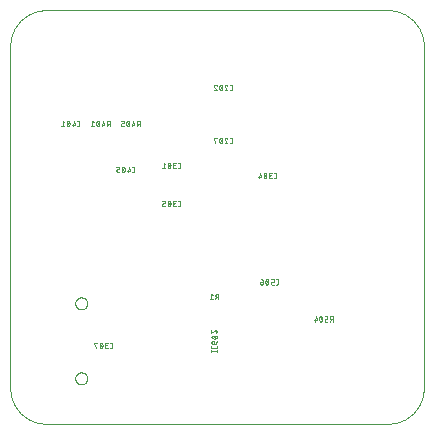
<source format=gbo>
G04 EAGLE Gerber RS-274X export*
G75*
%MOMM*%
%FSLAX35Y35*%
%LPD*%
%INsilk_bottom*%
%IPPOS*%
%AMOC8*
5,1,8,0,0,1.08239X$1,22.5*%
G01*
%ADD10C,0.000000*%
%ADD11C,0.050800*%


D10*
X100Y3199800D02*
X100Y299800D01*
X188Y292551D01*
X450Y285306D01*
X888Y278070D01*
X1501Y270846D01*
X2287Y263639D01*
X3248Y256453D01*
X4382Y249293D01*
X5689Y242162D01*
X7168Y235065D01*
X8817Y228005D01*
X10637Y220988D01*
X12626Y214016D01*
X14783Y207095D01*
X17106Y200228D01*
X19595Y193419D01*
X22248Y186672D01*
X25062Y179991D01*
X28038Y173380D01*
X31172Y166843D01*
X34463Y160383D01*
X37910Y154005D01*
X41509Y147712D01*
X45260Y141508D01*
X49159Y135396D01*
X53205Y129381D01*
X57395Y123464D01*
X61727Y117651D01*
X66198Y111944D01*
X70805Y106347D01*
X75547Y100863D01*
X80419Y95495D01*
X85420Y90247D01*
X90547Y85120D01*
X95795Y80119D01*
X101163Y75247D01*
X106647Y70505D01*
X112244Y65898D01*
X117951Y61427D01*
X123764Y57095D01*
X129681Y52905D01*
X135696Y48859D01*
X141808Y44960D01*
X148012Y41209D01*
X154305Y37610D01*
X160683Y34163D01*
X167143Y30872D01*
X173680Y27738D01*
X180291Y24762D01*
X186972Y21948D01*
X193719Y19295D01*
X200528Y16806D01*
X207395Y14483D01*
X214316Y12326D01*
X221288Y10337D01*
X228305Y8517D01*
X235365Y6868D01*
X242462Y5389D01*
X249593Y4082D01*
X256753Y2948D01*
X263939Y1987D01*
X271146Y1201D01*
X278370Y588D01*
X285606Y150D01*
X292851Y-112D01*
X300100Y-200D01*
X3200100Y-200D01*
X3207349Y-112D01*
X3214594Y150D01*
X3221830Y588D01*
X3229054Y1201D01*
X3236261Y1987D01*
X3243447Y2948D01*
X3250607Y4082D01*
X3257738Y5389D01*
X3264835Y6868D01*
X3271895Y8517D01*
X3278912Y10337D01*
X3285884Y12326D01*
X3292805Y14483D01*
X3299672Y16806D01*
X3306481Y19295D01*
X3313228Y21948D01*
X3319909Y24762D01*
X3326520Y27738D01*
X3333057Y30872D01*
X3339517Y34163D01*
X3345895Y37610D01*
X3352188Y41209D01*
X3358392Y44960D01*
X3364504Y48859D01*
X3370519Y52905D01*
X3376436Y57095D01*
X3382249Y61427D01*
X3387956Y65898D01*
X3393553Y70505D01*
X3399037Y75247D01*
X3404405Y80119D01*
X3409653Y85120D01*
X3414780Y90247D01*
X3419781Y95495D01*
X3424653Y100863D01*
X3429395Y106347D01*
X3434002Y111944D01*
X3438473Y117651D01*
X3442805Y123464D01*
X3446995Y129381D01*
X3451041Y135396D01*
X3454940Y141508D01*
X3458691Y147712D01*
X3462290Y154005D01*
X3465737Y160383D01*
X3469028Y166843D01*
X3472162Y173380D01*
X3475138Y179991D01*
X3477952Y186672D01*
X3480605Y193419D01*
X3483094Y200228D01*
X3485417Y207095D01*
X3487574Y214016D01*
X3489563Y220988D01*
X3491383Y228005D01*
X3493032Y235065D01*
X3494511Y242162D01*
X3495818Y249293D01*
X3496952Y256453D01*
X3497913Y263639D01*
X3498699Y270846D01*
X3499312Y278070D01*
X3499750Y285306D01*
X3500012Y292551D01*
X3500100Y299800D01*
X3500100Y3199800D01*
X3500012Y3207049D01*
X3499750Y3214294D01*
X3499312Y3221530D01*
X3498699Y3228754D01*
X3497913Y3235961D01*
X3496952Y3243147D01*
X3495818Y3250307D01*
X3494511Y3257438D01*
X3493032Y3264535D01*
X3491383Y3271595D01*
X3489563Y3278612D01*
X3487574Y3285584D01*
X3485417Y3292505D01*
X3483094Y3299372D01*
X3480605Y3306181D01*
X3477952Y3312928D01*
X3475138Y3319609D01*
X3472162Y3326220D01*
X3469028Y3332757D01*
X3465737Y3339217D01*
X3462290Y3345595D01*
X3458691Y3351888D01*
X3454940Y3358092D01*
X3451041Y3364204D01*
X3446995Y3370219D01*
X3442805Y3376136D01*
X3438473Y3381949D01*
X3434002Y3387656D01*
X3429395Y3393253D01*
X3424653Y3398737D01*
X3419781Y3404105D01*
X3414780Y3409353D01*
X3409653Y3414480D01*
X3404405Y3419481D01*
X3399037Y3424353D01*
X3393553Y3429095D01*
X3387956Y3433702D01*
X3382249Y3438173D01*
X3376436Y3442505D01*
X3370519Y3446695D01*
X3364504Y3450741D01*
X3358392Y3454640D01*
X3352188Y3458391D01*
X3345895Y3461990D01*
X3339517Y3465437D01*
X3333057Y3468728D01*
X3326520Y3471862D01*
X3319909Y3474838D01*
X3313228Y3477652D01*
X3306481Y3480305D01*
X3299672Y3482794D01*
X3292805Y3485117D01*
X3285884Y3487274D01*
X3278912Y3489263D01*
X3271895Y3491083D01*
X3264835Y3492732D01*
X3257738Y3494211D01*
X3250607Y3495518D01*
X3243447Y3496652D01*
X3236261Y3497613D01*
X3229054Y3498399D01*
X3221830Y3499012D01*
X3214594Y3499450D01*
X3207349Y3499712D01*
X3200100Y3499800D01*
X300100Y3499800D01*
X292851Y3499712D01*
X285606Y3499450D01*
X278370Y3499012D01*
X271146Y3498399D01*
X263939Y3497613D01*
X256753Y3496652D01*
X249593Y3495518D01*
X242462Y3494211D01*
X235365Y3492732D01*
X228305Y3491083D01*
X221288Y3489263D01*
X214316Y3487274D01*
X207395Y3485117D01*
X200528Y3482794D01*
X193719Y3480305D01*
X186972Y3477652D01*
X180291Y3474838D01*
X173680Y3471862D01*
X167143Y3468728D01*
X160683Y3465437D01*
X154305Y3461990D01*
X148012Y3458391D01*
X141808Y3454640D01*
X135696Y3450741D01*
X129681Y3446695D01*
X123764Y3442505D01*
X117951Y3438173D01*
X112244Y3433702D01*
X106647Y3429095D01*
X101163Y3424353D01*
X95795Y3419481D01*
X90547Y3414480D01*
X85420Y3409353D01*
X80419Y3404105D01*
X75547Y3398737D01*
X70805Y3393253D01*
X66198Y3387656D01*
X61727Y3381949D01*
X57395Y3376136D01*
X53205Y3370219D01*
X49159Y3364204D01*
X45260Y3358092D01*
X41509Y3351888D01*
X37910Y3345595D01*
X34463Y3339217D01*
X31172Y3332757D01*
X28038Y3326220D01*
X25062Y3319609D01*
X22248Y3312928D01*
X19595Y3306181D01*
X17106Y3299372D01*
X14783Y3292505D01*
X12626Y3285584D01*
X10637Y3278612D01*
X8817Y3271595D01*
X7168Y3264535D01*
X5689Y3257438D01*
X4382Y3250307D01*
X3248Y3243147D01*
X2287Y3235961D01*
X1501Y3228754D01*
X888Y3221530D01*
X450Y3214294D01*
X188Y3207049D01*
X100Y3199800D01*
D11*
X1856337Y2825540D02*
X1866319Y2825540D01*
X1866560Y2825543D01*
X1866801Y2825552D01*
X1867042Y2825566D01*
X1867282Y2825587D01*
X1867522Y2825613D01*
X1867761Y2825645D01*
X1868000Y2825682D01*
X1868237Y2825726D01*
X1868473Y2825775D01*
X1868708Y2825830D01*
X1868941Y2825891D01*
X1869173Y2825957D01*
X1869404Y2826029D01*
X1869632Y2826106D01*
X1869859Y2826189D01*
X1870083Y2826277D01*
X1870306Y2826371D01*
X1870526Y2826470D01*
X1870743Y2826574D01*
X1870958Y2826683D01*
X1871170Y2826798D01*
X1871380Y2826918D01*
X1871586Y2827043D01*
X1871789Y2827172D01*
X1871990Y2827307D01*
X1872186Y2827446D01*
X1872380Y2827591D01*
X1872570Y2827739D01*
X1872756Y2827893D01*
X1872938Y2828050D01*
X1873117Y2828213D01*
X1873292Y2828379D01*
X1873462Y2828550D01*
X1873629Y2828724D01*
X1873791Y2828903D01*
X1873949Y2829085D01*
X1874102Y2829272D01*
X1874251Y2829461D01*
X1874395Y2829655D01*
X1874534Y2829852D01*
X1874669Y2830052D01*
X1874798Y2830255D01*
X1874923Y2830462D01*
X1875043Y2830671D01*
X1875158Y2830883D01*
X1875267Y2831098D01*
X1875372Y2831316D01*
X1875471Y2831536D01*
X1875564Y2831758D01*
X1875652Y2831983D01*
X1875735Y2832209D01*
X1875813Y2832438D01*
X1875884Y2832668D01*
X1875950Y2832900D01*
X1876011Y2833133D01*
X1876066Y2833368D01*
X1876115Y2833604D01*
X1876159Y2833842D01*
X1876196Y2834080D01*
X1876228Y2834319D01*
X1876254Y2834559D01*
X1876275Y2834799D01*
X1876289Y2835040D01*
X1876298Y2835281D01*
X1876301Y2835522D01*
X1876301Y2860478D01*
X1876298Y2860723D01*
X1876289Y2860968D01*
X1876274Y2861212D01*
X1876253Y2861456D01*
X1876226Y2861700D01*
X1876193Y2861943D01*
X1876154Y2862185D01*
X1876109Y2862426D01*
X1876058Y2862665D01*
X1876002Y2862904D01*
X1875939Y2863140D01*
X1875871Y2863376D01*
X1875797Y2863609D01*
X1875717Y2863841D01*
X1875632Y2864071D01*
X1875541Y2864298D01*
X1875445Y2864523D01*
X1875343Y2864746D01*
X1875235Y2864966D01*
X1875122Y2865184D01*
X1875004Y2865398D01*
X1874881Y2865610D01*
X1874752Y2865819D01*
X1874619Y2866024D01*
X1874480Y2866226D01*
X1874337Y2866425D01*
X1874188Y2866620D01*
X1874035Y2866811D01*
X1873877Y2866998D01*
X1873715Y2867182D01*
X1873548Y2867361D01*
X1873377Y2867537D01*
X1873202Y2867708D01*
X1873022Y2867875D01*
X1872839Y2868037D01*
X1872651Y2868195D01*
X1872460Y2868348D01*
X1872265Y2868496D01*
X1872067Y2868640D01*
X1871865Y2868778D01*
X1871659Y2868912D01*
X1871451Y2869040D01*
X1871239Y2869164D01*
X1871024Y2869282D01*
X1870807Y2869395D01*
X1870587Y2869502D01*
X1870364Y2869604D01*
X1870139Y2869701D01*
X1869911Y2869792D01*
X1869682Y2869877D01*
X1869450Y2869957D01*
X1869216Y2870031D01*
X1868981Y2870099D01*
X1868744Y2870162D01*
X1868506Y2870218D01*
X1868266Y2870269D01*
X1868025Y2870314D01*
X1867783Y2870353D01*
X1867541Y2870386D01*
X1867297Y2870413D01*
X1867053Y2870434D01*
X1866808Y2870449D01*
X1866564Y2870458D01*
X1866319Y2870461D01*
X1866319Y2870460D02*
X1856337Y2870460D01*
X1824928Y2870460D02*
X1824657Y2870457D01*
X1824385Y2870447D01*
X1824115Y2870431D01*
X1823844Y2870408D01*
X1823574Y2870378D01*
X1823305Y2870342D01*
X1823037Y2870300D01*
X1822770Y2870251D01*
X1822505Y2870195D01*
X1822240Y2870134D01*
X1821978Y2870066D01*
X1821717Y2869991D01*
X1821458Y2869910D01*
X1821201Y2869823D01*
X1820946Y2869730D01*
X1820693Y2869631D01*
X1820443Y2869526D01*
X1820196Y2869414D01*
X1819951Y2869297D01*
X1819709Y2869174D01*
X1819470Y2869045D01*
X1819235Y2868910D01*
X1819003Y2868770D01*
X1818774Y2868624D01*
X1818549Y2868472D01*
X1818327Y2868315D01*
X1818110Y2868153D01*
X1817896Y2867986D01*
X1817686Y2867813D01*
X1817481Y2867636D01*
X1817280Y2867453D01*
X1817084Y2867266D01*
X1816892Y2867074D01*
X1816705Y2866878D01*
X1816522Y2866677D01*
X1816345Y2866472D01*
X1816172Y2866262D01*
X1816005Y2866048D01*
X1815843Y2865831D01*
X1815686Y2865609D01*
X1815534Y2865384D01*
X1815388Y2865155D01*
X1815248Y2864923D01*
X1815113Y2864688D01*
X1814984Y2864449D01*
X1814861Y2864207D01*
X1814744Y2863962D01*
X1814632Y2863715D01*
X1814527Y2863465D01*
X1814428Y2863212D01*
X1814335Y2862957D01*
X1814248Y2862700D01*
X1814167Y2862441D01*
X1814092Y2862180D01*
X1814024Y2861918D01*
X1813963Y2861653D01*
X1813907Y2861388D01*
X1813858Y2861121D01*
X1813816Y2860853D01*
X1813780Y2860584D01*
X1813750Y2860314D01*
X1813727Y2860043D01*
X1813711Y2859773D01*
X1813701Y2859501D01*
X1813698Y2859230D01*
X1824928Y2870460D02*
X1825277Y2870456D01*
X1825626Y2870443D01*
X1825974Y2870422D01*
X1826322Y2870393D01*
X1826668Y2870355D01*
X1827014Y2870308D01*
X1827359Y2870254D01*
X1827702Y2870191D01*
X1828044Y2870120D01*
X1828383Y2870040D01*
X1828721Y2869952D01*
X1829057Y2869857D01*
X1829390Y2869753D01*
X1829720Y2869641D01*
X1830048Y2869521D01*
X1830372Y2869393D01*
X1830694Y2869258D01*
X1831012Y2869114D01*
X1831327Y2868963D01*
X1831637Y2868805D01*
X1831944Y2868639D01*
X1832247Y2868466D01*
X1832546Y2868285D01*
X1832840Y2868097D01*
X1833129Y2867902D01*
X1833414Y2867700D01*
X1833694Y2867492D01*
X1833968Y2867276D01*
X1834237Y2867055D01*
X1834501Y2866826D01*
X1834759Y2866592D01*
X1835012Y2866351D01*
X1835258Y2866104D01*
X1835499Y2865851D01*
X1835733Y2865593D01*
X1835961Y2865328D01*
X1836183Y2865059D01*
X1836398Y2864784D01*
X1836606Y2864504D01*
X1836808Y2864219D01*
X1837002Y2863930D01*
X1837189Y2863635D01*
X1837370Y2863337D01*
X1837543Y2863034D01*
X1837708Y2862726D01*
X1837866Y2862415D01*
X1838017Y2862101D01*
X1838160Y2861782D01*
X1838295Y2861461D01*
X1838422Y2861136D01*
X1838542Y2860808D01*
X1838653Y2860477D01*
X1817441Y2850495D02*
X1817229Y2850702D01*
X1817023Y2850914D01*
X1816821Y2851131D01*
X1816625Y2851353D01*
X1816435Y2851579D01*
X1816250Y2851810D01*
X1816071Y2852046D01*
X1815897Y2852286D01*
X1815730Y2852530D01*
X1815568Y2852778D01*
X1815413Y2853030D01*
X1815264Y2853286D01*
X1815122Y2853545D01*
X1814985Y2853808D01*
X1814856Y2854074D01*
X1814732Y2854343D01*
X1814616Y2854615D01*
X1814506Y2854890D01*
X1814403Y2855167D01*
X1814306Y2855447D01*
X1814217Y2855729D01*
X1814135Y2856014D01*
X1814059Y2856300D01*
X1813991Y2856588D01*
X1813930Y2856877D01*
X1813875Y2857168D01*
X1813828Y2857460D01*
X1813789Y2857754D01*
X1813756Y2858048D01*
X1813731Y2858343D01*
X1813713Y2858638D01*
X1813702Y2858934D01*
X1813698Y2859230D01*
X1817441Y2850495D02*
X1838653Y2825540D01*
X1813698Y2825540D01*
X1793654Y2848000D02*
X1793643Y2848884D01*
X1793612Y2849767D01*
X1793559Y2850649D01*
X1793485Y2851530D01*
X1793391Y2852408D01*
X1793275Y2853284D01*
X1793138Y2854157D01*
X1792981Y2855027D01*
X1792803Y2855893D01*
X1792604Y2856754D01*
X1792385Y2857610D01*
X1792145Y2858460D01*
X1791886Y2859305D01*
X1791606Y2860143D01*
X1791306Y2860974D01*
X1790986Y2861798D01*
X1790647Y2862614D01*
X1790289Y2863422D01*
X1789911Y2864221D01*
X1789910Y2864221D02*
X1789835Y2864433D01*
X1789754Y2864642D01*
X1789668Y2864850D01*
X1789578Y2865056D01*
X1789482Y2865259D01*
X1789382Y2865460D01*
X1789276Y2865658D01*
X1789166Y2865854D01*
X1789051Y2866047D01*
X1788932Y2866237D01*
X1788808Y2866424D01*
X1788679Y2866608D01*
X1788546Y2866789D01*
X1788408Y2866966D01*
X1788267Y2867141D01*
X1788121Y2867311D01*
X1787971Y2867478D01*
X1787817Y2867642D01*
X1787659Y2867801D01*
X1787497Y2867957D01*
X1787331Y2868109D01*
X1787162Y2868257D01*
X1786989Y2868400D01*
X1786813Y2868539D01*
X1786634Y2868674D01*
X1786451Y2868805D01*
X1786265Y2868931D01*
X1786076Y2869052D01*
X1785884Y2869169D01*
X1785690Y2869281D01*
X1785493Y2869389D01*
X1785293Y2869491D01*
X1785091Y2869589D01*
X1784886Y2869682D01*
X1784679Y2869770D01*
X1784471Y2869852D01*
X1784260Y2869930D01*
X1784047Y2870002D01*
X1783833Y2870069D01*
X1783617Y2870131D01*
X1783400Y2870188D01*
X1783181Y2870240D01*
X1782961Y2870286D01*
X1782741Y2870326D01*
X1782519Y2870362D01*
X1782296Y2870392D01*
X1782073Y2870416D01*
X1781849Y2870435D01*
X1781625Y2870449D01*
X1781401Y2870457D01*
X1781176Y2870460D01*
X1780951Y2870457D01*
X1780727Y2870449D01*
X1780503Y2870435D01*
X1780279Y2870416D01*
X1780056Y2870392D01*
X1779833Y2870362D01*
X1779611Y2870326D01*
X1779391Y2870286D01*
X1779171Y2870240D01*
X1778952Y2870188D01*
X1778735Y2870131D01*
X1778519Y2870069D01*
X1778305Y2870002D01*
X1778092Y2869930D01*
X1777881Y2869852D01*
X1777672Y2869770D01*
X1777466Y2869682D01*
X1777261Y2869589D01*
X1777059Y2869491D01*
X1776859Y2869389D01*
X1776662Y2869281D01*
X1776467Y2869169D01*
X1776275Y2869052D01*
X1776087Y2868931D01*
X1775901Y2868805D01*
X1775718Y2868674D01*
X1775538Y2868539D01*
X1775362Y2868400D01*
X1775189Y2868257D01*
X1775020Y2868109D01*
X1774855Y2867957D01*
X1774693Y2867801D01*
X1774535Y2867642D01*
X1774381Y2867478D01*
X1774231Y2867311D01*
X1774085Y2867141D01*
X1773943Y2866966D01*
X1773806Y2866789D01*
X1773672Y2866608D01*
X1773544Y2866424D01*
X1773420Y2866237D01*
X1773300Y2866046D01*
X1773185Y2865853D01*
X1773075Y2865658D01*
X1772970Y2865459D01*
X1772869Y2865259D01*
X1772773Y2865055D01*
X1772683Y2864850D01*
X1772597Y2864642D01*
X1772517Y2864433D01*
X1772441Y2864221D01*
X1772063Y2863422D01*
X1771705Y2862614D01*
X1771366Y2861798D01*
X1771046Y2860974D01*
X1770746Y2860143D01*
X1770466Y2859305D01*
X1770207Y2858460D01*
X1769967Y2857610D01*
X1769748Y2856754D01*
X1769549Y2855893D01*
X1769371Y2855027D01*
X1769214Y2854157D01*
X1769077Y2853284D01*
X1768961Y2852408D01*
X1768867Y2851530D01*
X1768793Y2850649D01*
X1768740Y2849767D01*
X1768709Y2848884D01*
X1768698Y2848000D01*
X1793653Y2848000D02*
X1793642Y2847116D01*
X1793611Y2846233D01*
X1793558Y2845351D01*
X1793484Y2844470D01*
X1793390Y2843592D01*
X1793274Y2842716D01*
X1793137Y2841843D01*
X1792980Y2840973D01*
X1792802Y2840107D01*
X1792603Y2839246D01*
X1792384Y2838390D01*
X1792144Y2837540D01*
X1791885Y2836695D01*
X1791605Y2835857D01*
X1791305Y2835025D01*
X1790985Y2834201D01*
X1790646Y2833385D01*
X1790288Y2832578D01*
X1789910Y2831779D01*
X1789910Y2831778D02*
X1789834Y2831567D01*
X1789754Y2831357D01*
X1789668Y2831150D01*
X1789578Y2830944D01*
X1789482Y2830741D01*
X1789382Y2830540D01*
X1789276Y2830342D01*
X1789166Y2830146D01*
X1789051Y2829953D01*
X1788932Y2829763D01*
X1788807Y2829576D01*
X1788679Y2829392D01*
X1788546Y2829211D01*
X1788408Y2829033D01*
X1788267Y2828859D01*
X1788121Y2828689D01*
X1787971Y2828521D01*
X1787817Y2828358D01*
X1787659Y2828198D01*
X1787497Y2828043D01*
X1787331Y2827891D01*
X1787162Y2827743D01*
X1786989Y2827600D01*
X1786813Y2827461D01*
X1786634Y2827326D01*
X1786451Y2827195D01*
X1786265Y2827069D01*
X1786076Y2826948D01*
X1785884Y2826831D01*
X1785690Y2826719D01*
X1785492Y2826611D01*
X1785293Y2826509D01*
X1785090Y2826411D01*
X1784886Y2826318D01*
X1784679Y2826230D01*
X1784470Y2826148D01*
X1784260Y2826070D01*
X1784047Y2825998D01*
X1783833Y2825931D01*
X1783617Y2825869D01*
X1783400Y2825812D01*
X1783181Y2825760D01*
X1782961Y2825714D01*
X1782740Y2825674D01*
X1782519Y2825638D01*
X1782296Y2825608D01*
X1782073Y2825584D01*
X1781849Y2825565D01*
X1781625Y2825551D01*
X1781401Y2825543D01*
X1781176Y2825540D01*
X1772441Y2831779D02*
X1772063Y2832578D01*
X1771705Y2833385D01*
X1771366Y2834201D01*
X1771046Y2835025D01*
X1770746Y2835857D01*
X1770466Y2836695D01*
X1770207Y2837540D01*
X1769967Y2838390D01*
X1769748Y2839246D01*
X1769549Y2840107D01*
X1769371Y2840973D01*
X1769214Y2841843D01*
X1769077Y2842716D01*
X1768961Y2843592D01*
X1768867Y2844470D01*
X1768793Y2845351D01*
X1768740Y2846233D01*
X1768709Y2847116D01*
X1768698Y2848000D01*
X1772441Y2831779D02*
X1772517Y2831567D01*
X1772597Y2831357D01*
X1772683Y2831150D01*
X1772774Y2830944D01*
X1772869Y2830741D01*
X1772970Y2830540D01*
X1773075Y2830342D01*
X1773185Y2830146D01*
X1773300Y2829953D01*
X1773420Y2829763D01*
X1773544Y2829576D01*
X1773673Y2829392D01*
X1773806Y2829211D01*
X1773943Y2829034D01*
X1774085Y2828859D01*
X1774231Y2828689D01*
X1774381Y2828522D01*
X1774535Y2828358D01*
X1774693Y2828198D01*
X1774855Y2828043D01*
X1775020Y2827891D01*
X1775190Y2827743D01*
X1775362Y2827600D01*
X1775539Y2827461D01*
X1775718Y2827326D01*
X1775901Y2827195D01*
X1776087Y2827069D01*
X1776276Y2826948D01*
X1776467Y2826831D01*
X1776662Y2826719D01*
X1776859Y2826611D01*
X1777059Y2826509D01*
X1777261Y2826411D01*
X1777466Y2826318D01*
X1777673Y2826230D01*
X1777881Y2826148D01*
X1778092Y2826070D01*
X1778305Y2825998D01*
X1778519Y2825931D01*
X1778735Y2825869D01*
X1778952Y2825812D01*
X1779171Y2825760D01*
X1779391Y2825714D01*
X1779611Y2825674D01*
X1779833Y2825638D01*
X1780056Y2825608D01*
X1780279Y2825584D01*
X1780503Y2825565D01*
X1780727Y2825551D01*
X1780951Y2825543D01*
X1781176Y2825540D01*
X1791158Y2835522D02*
X1771193Y2860478D01*
X1734928Y2870460D02*
X1734657Y2870457D01*
X1734385Y2870447D01*
X1734115Y2870431D01*
X1733844Y2870408D01*
X1733574Y2870378D01*
X1733305Y2870342D01*
X1733037Y2870300D01*
X1732770Y2870251D01*
X1732505Y2870195D01*
X1732240Y2870134D01*
X1731978Y2870066D01*
X1731717Y2869991D01*
X1731458Y2869910D01*
X1731201Y2869823D01*
X1730946Y2869730D01*
X1730693Y2869631D01*
X1730443Y2869526D01*
X1730196Y2869414D01*
X1729951Y2869297D01*
X1729709Y2869174D01*
X1729470Y2869045D01*
X1729235Y2868910D01*
X1729003Y2868770D01*
X1728774Y2868624D01*
X1728549Y2868472D01*
X1728327Y2868315D01*
X1728110Y2868153D01*
X1727896Y2867986D01*
X1727686Y2867813D01*
X1727481Y2867636D01*
X1727280Y2867453D01*
X1727084Y2867266D01*
X1726892Y2867074D01*
X1726705Y2866878D01*
X1726522Y2866677D01*
X1726345Y2866472D01*
X1726172Y2866262D01*
X1726005Y2866048D01*
X1725843Y2865831D01*
X1725686Y2865609D01*
X1725534Y2865384D01*
X1725388Y2865155D01*
X1725248Y2864923D01*
X1725113Y2864688D01*
X1724984Y2864449D01*
X1724861Y2864207D01*
X1724744Y2863962D01*
X1724632Y2863715D01*
X1724527Y2863465D01*
X1724428Y2863212D01*
X1724335Y2862957D01*
X1724248Y2862700D01*
X1724167Y2862441D01*
X1724092Y2862180D01*
X1724024Y2861918D01*
X1723963Y2861653D01*
X1723907Y2861388D01*
X1723858Y2861121D01*
X1723816Y2860853D01*
X1723780Y2860584D01*
X1723750Y2860314D01*
X1723727Y2860043D01*
X1723711Y2859773D01*
X1723701Y2859501D01*
X1723698Y2859230D01*
X1734928Y2870460D02*
X1735277Y2870456D01*
X1735626Y2870443D01*
X1735974Y2870422D01*
X1736322Y2870393D01*
X1736668Y2870355D01*
X1737014Y2870308D01*
X1737359Y2870254D01*
X1737702Y2870191D01*
X1738044Y2870120D01*
X1738383Y2870040D01*
X1738721Y2869952D01*
X1739057Y2869857D01*
X1739390Y2869753D01*
X1739720Y2869641D01*
X1740048Y2869521D01*
X1740372Y2869393D01*
X1740694Y2869258D01*
X1741012Y2869114D01*
X1741327Y2868963D01*
X1741637Y2868805D01*
X1741944Y2868639D01*
X1742247Y2868466D01*
X1742546Y2868285D01*
X1742840Y2868097D01*
X1743129Y2867902D01*
X1743414Y2867700D01*
X1743694Y2867492D01*
X1743968Y2867276D01*
X1744237Y2867055D01*
X1744501Y2866826D01*
X1744759Y2866592D01*
X1745012Y2866351D01*
X1745258Y2866104D01*
X1745499Y2865851D01*
X1745733Y2865593D01*
X1745961Y2865328D01*
X1746183Y2865059D01*
X1746398Y2864784D01*
X1746606Y2864504D01*
X1746808Y2864219D01*
X1747002Y2863930D01*
X1747189Y2863635D01*
X1747370Y2863337D01*
X1747543Y2863034D01*
X1747708Y2862726D01*
X1747866Y2862415D01*
X1748017Y2862101D01*
X1748160Y2861782D01*
X1748295Y2861461D01*
X1748422Y2861136D01*
X1748542Y2860808D01*
X1748653Y2860477D01*
X1727442Y2850495D02*
X1727230Y2850702D01*
X1727024Y2850914D01*
X1726822Y2851131D01*
X1726626Y2851353D01*
X1726436Y2851579D01*
X1726251Y2851810D01*
X1726072Y2852046D01*
X1725898Y2852286D01*
X1725731Y2852530D01*
X1725569Y2852778D01*
X1725414Y2853030D01*
X1725265Y2853286D01*
X1725123Y2853545D01*
X1724986Y2853808D01*
X1724857Y2854074D01*
X1724733Y2854343D01*
X1724617Y2854615D01*
X1724507Y2854890D01*
X1724404Y2855167D01*
X1724307Y2855447D01*
X1724218Y2855729D01*
X1724136Y2856014D01*
X1724060Y2856300D01*
X1723992Y2856588D01*
X1723931Y2856877D01*
X1723876Y2857168D01*
X1723829Y2857460D01*
X1723790Y2857754D01*
X1723757Y2858048D01*
X1723732Y2858343D01*
X1723714Y2858638D01*
X1723703Y2858934D01*
X1723699Y2859230D01*
X1727442Y2850495D02*
X1748654Y2825540D01*
X1723698Y2825540D01*
X1856337Y2375540D02*
X1866319Y2375540D01*
X1866560Y2375543D01*
X1866801Y2375552D01*
X1867042Y2375566D01*
X1867282Y2375587D01*
X1867522Y2375613D01*
X1867761Y2375645D01*
X1868000Y2375682D01*
X1868237Y2375726D01*
X1868473Y2375775D01*
X1868708Y2375830D01*
X1868941Y2375891D01*
X1869173Y2375957D01*
X1869404Y2376029D01*
X1869632Y2376106D01*
X1869859Y2376189D01*
X1870083Y2376277D01*
X1870306Y2376371D01*
X1870526Y2376470D01*
X1870743Y2376574D01*
X1870958Y2376683D01*
X1871170Y2376798D01*
X1871380Y2376918D01*
X1871586Y2377043D01*
X1871789Y2377172D01*
X1871990Y2377307D01*
X1872186Y2377446D01*
X1872380Y2377591D01*
X1872570Y2377739D01*
X1872756Y2377893D01*
X1872938Y2378050D01*
X1873117Y2378213D01*
X1873292Y2378379D01*
X1873462Y2378550D01*
X1873629Y2378724D01*
X1873791Y2378903D01*
X1873949Y2379085D01*
X1874102Y2379272D01*
X1874251Y2379461D01*
X1874395Y2379655D01*
X1874534Y2379852D01*
X1874669Y2380052D01*
X1874798Y2380255D01*
X1874923Y2380462D01*
X1875043Y2380671D01*
X1875158Y2380883D01*
X1875267Y2381098D01*
X1875372Y2381316D01*
X1875471Y2381536D01*
X1875564Y2381758D01*
X1875652Y2381983D01*
X1875735Y2382209D01*
X1875813Y2382438D01*
X1875884Y2382668D01*
X1875950Y2382900D01*
X1876011Y2383133D01*
X1876066Y2383368D01*
X1876115Y2383604D01*
X1876159Y2383842D01*
X1876196Y2384080D01*
X1876228Y2384319D01*
X1876254Y2384559D01*
X1876275Y2384799D01*
X1876289Y2385040D01*
X1876298Y2385281D01*
X1876301Y2385522D01*
X1876302Y2385522D02*
X1876302Y2410478D01*
X1876299Y2410723D01*
X1876290Y2410968D01*
X1876275Y2411212D01*
X1876254Y2411456D01*
X1876227Y2411700D01*
X1876194Y2411943D01*
X1876155Y2412185D01*
X1876110Y2412426D01*
X1876059Y2412665D01*
X1876003Y2412904D01*
X1875940Y2413140D01*
X1875872Y2413376D01*
X1875798Y2413609D01*
X1875718Y2413841D01*
X1875633Y2414071D01*
X1875542Y2414298D01*
X1875446Y2414523D01*
X1875344Y2414746D01*
X1875236Y2414966D01*
X1875123Y2415184D01*
X1875005Y2415398D01*
X1874882Y2415610D01*
X1874753Y2415819D01*
X1874620Y2416024D01*
X1874481Y2416226D01*
X1874338Y2416425D01*
X1874189Y2416620D01*
X1874036Y2416811D01*
X1873878Y2416998D01*
X1873716Y2417182D01*
X1873549Y2417361D01*
X1873378Y2417537D01*
X1873203Y2417708D01*
X1873023Y2417875D01*
X1872840Y2418037D01*
X1872652Y2418195D01*
X1872461Y2418348D01*
X1872266Y2418496D01*
X1872068Y2418640D01*
X1871866Y2418778D01*
X1871660Y2418912D01*
X1871452Y2419040D01*
X1871240Y2419164D01*
X1871025Y2419282D01*
X1870808Y2419395D01*
X1870588Y2419502D01*
X1870365Y2419604D01*
X1870140Y2419701D01*
X1869912Y2419792D01*
X1869683Y2419877D01*
X1869451Y2419957D01*
X1869217Y2420031D01*
X1868982Y2420099D01*
X1868745Y2420162D01*
X1868507Y2420218D01*
X1868267Y2420269D01*
X1868026Y2420314D01*
X1867784Y2420353D01*
X1867542Y2420386D01*
X1867298Y2420413D01*
X1867054Y2420434D01*
X1866809Y2420449D01*
X1866565Y2420458D01*
X1866320Y2420461D01*
X1866319Y2420460D02*
X1856337Y2420460D01*
X1824928Y2420460D02*
X1824657Y2420457D01*
X1824385Y2420447D01*
X1824115Y2420431D01*
X1823844Y2420408D01*
X1823574Y2420378D01*
X1823305Y2420342D01*
X1823037Y2420300D01*
X1822770Y2420251D01*
X1822505Y2420195D01*
X1822240Y2420134D01*
X1821978Y2420066D01*
X1821717Y2419991D01*
X1821458Y2419910D01*
X1821201Y2419823D01*
X1820946Y2419730D01*
X1820693Y2419631D01*
X1820443Y2419526D01*
X1820196Y2419414D01*
X1819951Y2419297D01*
X1819709Y2419174D01*
X1819470Y2419045D01*
X1819235Y2418910D01*
X1819003Y2418770D01*
X1818774Y2418624D01*
X1818549Y2418472D01*
X1818327Y2418315D01*
X1818110Y2418153D01*
X1817896Y2417986D01*
X1817686Y2417813D01*
X1817481Y2417636D01*
X1817280Y2417453D01*
X1817084Y2417266D01*
X1816892Y2417074D01*
X1816705Y2416878D01*
X1816522Y2416677D01*
X1816345Y2416472D01*
X1816172Y2416262D01*
X1816005Y2416048D01*
X1815843Y2415831D01*
X1815686Y2415609D01*
X1815534Y2415384D01*
X1815388Y2415155D01*
X1815248Y2414923D01*
X1815113Y2414688D01*
X1814984Y2414449D01*
X1814861Y2414207D01*
X1814744Y2413962D01*
X1814632Y2413715D01*
X1814527Y2413465D01*
X1814428Y2413212D01*
X1814335Y2412957D01*
X1814248Y2412700D01*
X1814167Y2412441D01*
X1814092Y2412180D01*
X1814024Y2411918D01*
X1813963Y2411653D01*
X1813907Y2411388D01*
X1813858Y2411121D01*
X1813816Y2410853D01*
X1813780Y2410584D01*
X1813750Y2410314D01*
X1813727Y2410043D01*
X1813711Y2409773D01*
X1813701Y2409501D01*
X1813698Y2409230D01*
X1824928Y2420460D02*
X1825277Y2420456D01*
X1825626Y2420443D01*
X1825974Y2420422D01*
X1826322Y2420393D01*
X1826668Y2420355D01*
X1827014Y2420308D01*
X1827359Y2420254D01*
X1827702Y2420191D01*
X1828044Y2420120D01*
X1828383Y2420040D01*
X1828721Y2419952D01*
X1829057Y2419857D01*
X1829390Y2419753D01*
X1829720Y2419641D01*
X1830048Y2419521D01*
X1830372Y2419393D01*
X1830694Y2419258D01*
X1831012Y2419114D01*
X1831327Y2418963D01*
X1831637Y2418805D01*
X1831944Y2418639D01*
X1832247Y2418466D01*
X1832546Y2418285D01*
X1832840Y2418097D01*
X1833129Y2417902D01*
X1833414Y2417700D01*
X1833694Y2417492D01*
X1833968Y2417276D01*
X1834237Y2417055D01*
X1834501Y2416826D01*
X1834759Y2416592D01*
X1835012Y2416351D01*
X1835258Y2416104D01*
X1835499Y2415851D01*
X1835733Y2415593D01*
X1835961Y2415328D01*
X1836183Y2415059D01*
X1836398Y2414784D01*
X1836606Y2414504D01*
X1836808Y2414219D01*
X1837002Y2413930D01*
X1837189Y2413635D01*
X1837370Y2413337D01*
X1837543Y2413034D01*
X1837708Y2412726D01*
X1837866Y2412415D01*
X1838017Y2412101D01*
X1838160Y2411782D01*
X1838295Y2411461D01*
X1838422Y2411136D01*
X1838542Y2410808D01*
X1838653Y2410477D01*
X1817441Y2400495D02*
X1817229Y2400702D01*
X1817023Y2400914D01*
X1816821Y2401131D01*
X1816625Y2401353D01*
X1816435Y2401579D01*
X1816250Y2401810D01*
X1816071Y2402046D01*
X1815897Y2402286D01*
X1815730Y2402530D01*
X1815568Y2402778D01*
X1815413Y2403030D01*
X1815264Y2403286D01*
X1815122Y2403545D01*
X1814985Y2403808D01*
X1814856Y2404074D01*
X1814732Y2404343D01*
X1814616Y2404615D01*
X1814506Y2404890D01*
X1814403Y2405167D01*
X1814306Y2405447D01*
X1814217Y2405729D01*
X1814135Y2406014D01*
X1814059Y2406300D01*
X1813991Y2406588D01*
X1813930Y2406877D01*
X1813875Y2407168D01*
X1813828Y2407460D01*
X1813789Y2407754D01*
X1813756Y2408048D01*
X1813731Y2408343D01*
X1813713Y2408638D01*
X1813702Y2408934D01*
X1813698Y2409230D01*
X1817441Y2400495D02*
X1838653Y2375540D01*
X1813698Y2375540D01*
X1793654Y2398000D02*
X1793643Y2398884D01*
X1793612Y2399767D01*
X1793559Y2400649D01*
X1793485Y2401530D01*
X1793391Y2402408D01*
X1793275Y2403284D01*
X1793138Y2404157D01*
X1792981Y2405027D01*
X1792803Y2405893D01*
X1792604Y2406754D01*
X1792385Y2407610D01*
X1792145Y2408460D01*
X1791886Y2409305D01*
X1791606Y2410143D01*
X1791306Y2410974D01*
X1790986Y2411798D01*
X1790647Y2412614D01*
X1790289Y2413422D01*
X1789911Y2414221D01*
X1789910Y2414221D02*
X1789835Y2414433D01*
X1789754Y2414642D01*
X1789668Y2414850D01*
X1789578Y2415056D01*
X1789482Y2415259D01*
X1789382Y2415460D01*
X1789276Y2415658D01*
X1789166Y2415854D01*
X1789051Y2416047D01*
X1788932Y2416237D01*
X1788808Y2416424D01*
X1788679Y2416608D01*
X1788546Y2416789D01*
X1788408Y2416966D01*
X1788267Y2417141D01*
X1788121Y2417311D01*
X1787971Y2417478D01*
X1787817Y2417642D01*
X1787659Y2417801D01*
X1787497Y2417957D01*
X1787331Y2418109D01*
X1787162Y2418257D01*
X1786989Y2418400D01*
X1786813Y2418539D01*
X1786634Y2418674D01*
X1786451Y2418805D01*
X1786265Y2418931D01*
X1786076Y2419052D01*
X1785884Y2419169D01*
X1785690Y2419281D01*
X1785493Y2419389D01*
X1785293Y2419491D01*
X1785091Y2419589D01*
X1784886Y2419682D01*
X1784679Y2419770D01*
X1784471Y2419852D01*
X1784260Y2419930D01*
X1784047Y2420002D01*
X1783833Y2420069D01*
X1783617Y2420131D01*
X1783400Y2420188D01*
X1783181Y2420240D01*
X1782961Y2420286D01*
X1782741Y2420326D01*
X1782519Y2420362D01*
X1782296Y2420392D01*
X1782073Y2420416D01*
X1781849Y2420435D01*
X1781625Y2420449D01*
X1781401Y2420457D01*
X1781176Y2420460D01*
X1780951Y2420457D01*
X1780727Y2420449D01*
X1780503Y2420435D01*
X1780279Y2420416D01*
X1780056Y2420392D01*
X1779833Y2420362D01*
X1779611Y2420326D01*
X1779391Y2420286D01*
X1779171Y2420240D01*
X1778952Y2420188D01*
X1778735Y2420131D01*
X1778519Y2420069D01*
X1778305Y2420002D01*
X1778092Y2419930D01*
X1777881Y2419852D01*
X1777672Y2419770D01*
X1777466Y2419682D01*
X1777261Y2419589D01*
X1777059Y2419491D01*
X1776859Y2419389D01*
X1776662Y2419281D01*
X1776467Y2419169D01*
X1776275Y2419052D01*
X1776087Y2418931D01*
X1775901Y2418805D01*
X1775718Y2418674D01*
X1775538Y2418539D01*
X1775362Y2418400D01*
X1775189Y2418257D01*
X1775020Y2418109D01*
X1774855Y2417957D01*
X1774693Y2417801D01*
X1774535Y2417642D01*
X1774381Y2417478D01*
X1774231Y2417311D01*
X1774085Y2417141D01*
X1773943Y2416966D01*
X1773806Y2416789D01*
X1773672Y2416608D01*
X1773544Y2416424D01*
X1773420Y2416237D01*
X1773300Y2416046D01*
X1773185Y2415853D01*
X1773075Y2415658D01*
X1772970Y2415459D01*
X1772869Y2415259D01*
X1772773Y2415055D01*
X1772683Y2414850D01*
X1772597Y2414642D01*
X1772517Y2414433D01*
X1772441Y2414221D01*
X1772063Y2413422D01*
X1771705Y2412614D01*
X1771366Y2411798D01*
X1771046Y2410974D01*
X1770746Y2410143D01*
X1770466Y2409305D01*
X1770207Y2408460D01*
X1769967Y2407610D01*
X1769748Y2406754D01*
X1769549Y2405893D01*
X1769371Y2405027D01*
X1769214Y2404157D01*
X1769077Y2403284D01*
X1768961Y2402408D01*
X1768867Y2401530D01*
X1768793Y2400649D01*
X1768740Y2399767D01*
X1768709Y2398884D01*
X1768698Y2398000D01*
X1793654Y2398000D02*
X1793643Y2397116D01*
X1793612Y2396233D01*
X1793559Y2395351D01*
X1793485Y2394470D01*
X1793391Y2393592D01*
X1793275Y2392716D01*
X1793138Y2391843D01*
X1792981Y2390973D01*
X1792803Y2390107D01*
X1792604Y2389246D01*
X1792385Y2388390D01*
X1792145Y2387540D01*
X1791886Y2386695D01*
X1791606Y2385857D01*
X1791306Y2385025D01*
X1790986Y2384201D01*
X1790647Y2383385D01*
X1790289Y2382578D01*
X1789911Y2381779D01*
X1789910Y2381778D02*
X1789834Y2381567D01*
X1789754Y2381357D01*
X1789668Y2381150D01*
X1789578Y2380944D01*
X1789482Y2380741D01*
X1789382Y2380540D01*
X1789276Y2380342D01*
X1789166Y2380146D01*
X1789051Y2379953D01*
X1788932Y2379763D01*
X1788807Y2379576D01*
X1788679Y2379392D01*
X1788546Y2379211D01*
X1788408Y2379033D01*
X1788267Y2378859D01*
X1788121Y2378689D01*
X1787971Y2378521D01*
X1787817Y2378358D01*
X1787659Y2378198D01*
X1787497Y2378043D01*
X1787331Y2377891D01*
X1787162Y2377743D01*
X1786989Y2377600D01*
X1786813Y2377461D01*
X1786634Y2377326D01*
X1786451Y2377195D01*
X1786265Y2377069D01*
X1786076Y2376948D01*
X1785884Y2376831D01*
X1785690Y2376719D01*
X1785492Y2376611D01*
X1785293Y2376509D01*
X1785090Y2376411D01*
X1784886Y2376318D01*
X1784679Y2376230D01*
X1784470Y2376148D01*
X1784260Y2376070D01*
X1784047Y2375998D01*
X1783833Y2375931D01*
X1783617Y2375869D01*
X1783400Y2375812D01*
X1783181Y2375760D01*
X1782961Y2375714D01*
X1782740Y2375674D01*
X1782519Y2375638D01*
X1782296Y2375608D01*
X1782073Y2375584D01*
X1781849Y2375565D01*
X1781625Y2375551D01*
X1781401Y2375543D01*
X1781176Y2375540D01*
X1772441Y2381779D02*
X1772063Y2382578D01*
X1771705Y2383385D01*
X1771366Y2384201D01*
X1771046Y2385025D01*
X1770746Y2385857D01*
X1770466Y2386695D01*
X1770207Y2387540D01*
X1769967Y2388390D01*
X1769748Y2389246D01*
X1769549Y2390107D01*
X1769371Y2390973D01*
X1769214Y2391843D01*
X1769077Y2392716D01*
X1768961Y2393592D01*
X1768867Y2394470D01*
X1768793Y2395351D01*
X1768740Y2396233D01*
X1768709Y2397116D01*
X1768698Y2398000D01*
X1772441Y2381779D02*
X1772517Y2381567D01*
X1772597Y2381357D01*
X1772683Y2381150D01*
X1772774Y2380944D01*
X1772869Y2380741D01*
X1772970Y2380540D01*
X1773075Y2380342D01*
X1773185Y2380146D01*
X1773300Y2379953D01*
X1773420Y2379763D01*
X1773544Y2379576D01*
X1773673Y2379392D01*
X1773806Y2379211D01*
X1773943Y2379034D01*
X1774085Y2378859D01*
X1774231Y2378689D01*
X1774381Y2378522D01*
X1774535Y2378358D01*
X1774693Y2378198D01*
X1774855Y2378043D01*
X1775020Y2377891D01*
X1775190Y2377743D01*
X1775362Y2377600D01*
X1775539Y2377461D01*
X1775718Y2377326D01*
X1775901Y2377195D01*
X1776087Y2377069D01*
X1776276Y2376948D01*
X1776467Y2376831D01*
X1776662Y2376719D01*
X1776859Y2376611D01*
X1777059Y2376509D01*
X1777261Y2376411D01*
X1777466Y2376318D01*
X1777673Y2376230D01*
X1777881Y2376148D01*
X1778092Y2376070D01*
X1778305Y2375998D01*
X1778519Y2375931D01*
X1778735Y2375869D01*
X1778952Y2375812D01*
X1779171Y2375760D01*
X1779391Y2375714D01*
X1779611Y2375674D01*
X1779833Y2375638D01*
X1780056Y2375608D01*
X1780279Y2375584D01*
X1780503Y2375565D01*
X1780727Y2375551D01*
X1780951Y2375543D01*
X1781176Y2375540D01*
X1791158Y2385522D02*
X1771194Y2410478D01*
X1748654Y2415469D02*
X1748654Y2420460D01*
X1723699Y2420460D01*
X1736177Y2375540D01*
X1428819Y2165040D02*
X1418837Y2165040D01*
X1428819Y2165040D02*
X1429060Y2165043D01*
X1429301Y2165052D01*
X1429542Y2165066D01*
X1429782Y2165087D01*
X1430022Y2165113D01*
X1430261Y2165145D01*
X1430500Y2165182D01*
X1430737Y2165226D01*
X1430973Y2165275D01*
X1431208Y2165330D01*
X1431441Y2165391D01*
X1431673Y2165457D01*
X1431904Y2165529D01*
X1432132Y2165606D01*
X1432359Y2165689D01*
X1432583Y2165777D01*
X1432806Y2165871D01*
X1433026Y2165970D01*
X1433243Y2166074D01*
X1433458Y2166183D01*
X1433670Y2166298D01*
X1433880Y2166418D01*
X1434086Y2166543D01*
X1434289Y2166672D01*
X1434490Y2166807D01*
X1434686Y2166946D01*
X1434880Y2167091D01*
X1435070Y2167239D01*
X1435256Y2167393D01*
X1435438Y2167550D01*
X1435617Y2167713D01*
X1435792Y2167879D01*
X1435962Y2168050D01*
X1436129Y2168224D01*
X1436291Y2168403D01*
X1436449Y2168585D01*
X1436602Y2168772D01*
X1436751Y2168961D01*
X1436895Y2169155D01*
X1437034Y2169352D01*
X1437169Y2169552D01*
X1437298Y2169755D01*
X1437423Y2169962D01*
X1437543Y2170171D01*
X1437658Y2170383D01*
X1437767Y2170598D01*
X1437872Y2170816D01*
X1437971Y2171036D01*
X1438064Y2171258D01*
X1438152Y2171483D01*
X1438235Y2171709D01*
X1438313Y2171938D01*
X1438384Y2172168D01*
X1438450Y2172400D01*
X1438511Y2172633D01*
X1438566Y2172868D01*
X1438615Y2173104D01*
X1438659Y2173342D01*
X1438696Y2173580D01*
X1438728Y2173819D01*
X1438754Y2174059D01*
X1438775Y2174299D01*
X1438789Y2174540D01*
X1438798Y2174781D01*
X1438801Y2175022D01*
X1438801Y2199978D01*
X1438798Y2200223D01*
X1438789Y2200468D01*
X1438774Y2200712D01*
X1438753Y2200956D01*
X1438726Y2201200D01*
X1438693Y2201443D01*
X1438654Y2201685D01*
X1438609Y2201926D01*
X1438558Y2202165D01*
X1438502Y2202404D01*
X1438439Y2202640D01*
X1438371Y2202876D01*
X1438297Y2203109D01*
X1438217Y2203341D01*
X1438132Y2203571D01*
X1438041Y2203798D01*
X1437945Y2204023D01*
X1437843Y2204246D01*
X1437735Y2204466D01*
X1437622Y2204684D01*
X1437504Y2204898D01*
X1437381Y2205110D01*
X1437252Y2205319D01*
X1437119Y2205524D01*
X1436980Y2205726D01*
X1436837Y2205925D01*
X1436688Y2206120D01*
X1436535Y2206311D01*
X1436377Y2206498D01*
X1436215Y2206682D01*
X1436048Y2206861D01*
X1435877Y2207037D01*
X1435702Y2207208D01*
X1435522Y2207375D01*
X1435339Y2207537D01*
X1435151Y2207695D01*
X1434960Y2207848D01*
X1434765Y2207996D01*
X1434567Y2208140D01*
X1434365Y2208278D01*
X1434159Y2208412D01*
X1433951Y2208540D01*
X1433739Y2208664D01*
X1433524Y2208782D01*
X1433307Y2208895D01*
X1433087Y2209002D01*
X1432864Y2209104D01*
X1432639Y2209201D01*
X1432411Y2209292D01*
X1432182Y2209377D01*
X1431950Y2209457D01*
X1431716Y2209531D01*
X1431481Y2209599D01*
X1431244Y2209662D01*
X1431006Y2209718D01*
X1430766Y2209769D01*
X1430525Y2209814D01*
X1430283Y2209853D01*
X1430041Y2209886D01*
X1429797Y2209913D01*
X1429553Y2209934D01*
X1429308Y2209949D01*
X1429064Y2209958D01*
X1428819Y2209961D01*
X1428819Y2209960D02*
X1418837Y2209960D01*
X1401153Y2165040D02*
X1388676Y2165040D01*
X1388372Y2165044D01*
X1388068Y2165055D01*
X1387765Y2165073D01*
X1387462Y2165099D01*
X1387160Y2165132D01*
X1386859Y2165173D01*
X1386559Y2165221D01*
X1386260Y2165276D01*
X1385963Y2165339D01*
X1385667Y2165408D01*
X1385373Y2165485D01*
X1385081Y2165569D01*
X1384791Y2165660D01*
X1384504Y2165758D01*
X1384218Y2165863D01*
X1383936Y2165975D01*
X1383656Y2166094D01*
X1383380Y2166220D01*
X1383106Y2166352D01*
X1382836Y2166491D01*
X1382569Y2166637D01*
X1382306Y2166789D01*
X1382046Y2166947D01*
X1381791Y2167111D01*
X1381540Y2167282D01*
X1381293Y2167459D01*
X1381050Y2167642D01*
X1380812Y2167830D01*
X1380578Y2168025D01*
X1380349Y2168225D01*
X1380125Y2168430D01*
X1379907Y2168641D01*
X1379693Y2168857D01*
X1379485Y2169079D01*
X1379282Y2169305D01*
X1379085Y2169536D01*
X1378893Y2169772D01*
X1378708Y2170013D01*
X1378528Y2170258D01*
X1378354Y2170507D01*
X1378186Y2170760D01*
X1378025Y2171018D01*
X1377870Y2171279D01*
X1377721Y2171544D01*
X1377579Y2171813D01*
X1377443Y2172084D01*
X1377314Y2172360D01*
X1377192Y2172638D01*
X1377076Y2172919D01*
X1376968Y2173203D01*
X1376866Y2173489D01*
X1376772Y2173778D01*
X1376684Y2174069D01*
X1376604Y2174362D01*
X1376530Y2174657D01*
X1376464Y2174953D01*
X1376406Y2175252D01*
X1376354Y2175551D01*
X1376310Y2175852D01*
X1376273Y2176153D01*
X1376243Y2176456D01*
X1376221Y2176759D01*
X1376206Y2177062D01*
X1376199Y2177366D01*
X1376199Y2177670D01*
X1376206Y2177974D01*
X1376221Y2178277D01*
X1376243Y2178580D01*
X1376273Y2178883D01*
X1376310Y2179184D01*
X1376354Y2179485D01*
X1376406Y2179784D01*
X1376464Y2180083D01*
X1376530Y2180379D01*
X1376604Y2180674D01*
X1376684Y2180967D01*
X1376772Y2181258D01*
X1376866Y2181547D01*
X1376968Y2181833D01*
X1377076Y2182117D01*
X1377192Y2182398D01*
X1377314Y2182676D01*
X1377443Y2182952D01*
X1377579Y2183223D01*
X1377721Y2183492D01*
X1377870Y2183757D01*
X1378025Y2184018D01*
X1378186Y2184276D01*
X1378354Y2184529D01*
X1378528Y2184778D01*
X1378708Y2185023D01*
X1378893Y2185264D01*
X1379085Y2185500D01*
X1379282Y2185731D01*
X1379485Y2185957D01*
X1379693Y2186179D01*
X1379907Y2186395D01*
X1380125Y2186606D01*
X1380349Y2186811D01*
X1380578Y2187011D01*
X1380812Y2187206D01*
X1381050Y2187394D01*
X1381293Y2187577D01*
X1381540Y2187754D01*
X1381791Y2187925D01*
X1382046Y2188089D01*
X1382306Y2188247D01*
X1382569Y2188399D01*
X1382836Y2188545D01*
X1383106Y2188684D01*
X1383380Y2188816D01*
X1383656Y2188942D01*
X1383936Y2189061D01*
X1384218Y2189173D01*
X1384504Y2189278D01*
X1384791Y2189376D01*
X1385081Y2189467D01*
X1385373Y2189551D01*
X1385667Y2189628D01*
X1385963Y2189697D01*
X1386260Y2189760D01*
X1386559Y2189815D01*
X1386859Y2189863D01*
X1387160Y2189904D01*
X1387462Y2189937D01*
X1387765Y2189963D01*
X1388068Y2189981D01*
X1388372Y2189992D01*
X1388676Y2189996D01*
X1386180Y2209960D02*
X1401153Y2209960D01*
X1386180Y2209961D02*
X1385937Y2209958D01*
X1385694Y2209949D01*
X1385451Y2209934D01*
X1385209Y2209914D01*
X1384967Y2209887D01*
X1384726Y2209855D01*
X1384486Y2209816D01*
X1384247Y2209772D01*
X1384009Y2209722D01*
X1383773Y2209666D01*
X1383538Y2209605D01*
X1383304Y2209538D01*
X1383072Y2209465D01*
X1382842Y2209386D01*
X1382614Y2209302D01*
X1382388Y2209213D01*
X1382164Y2209118D01*
X1381943Y2209017D01*
X1381724Y2208911D01*
X1381508Y2208800D01*
X1381294Y2208684D01*
X1381084Y2208562D01*
X1380876Y2208435D01*
X1380672Y2208304D01*
X1380471Y2208167D01*
X1380273Y2208026D01*
X1380079Y2207880D01*
X1379888Y2207729D01*
X1379701Y2207573D01*
X1379518Y2207413D01*
X1379339Y2207249D01*
X1379164Y2207080D01*
X1378993Y2206907D01*
X1378827Y2206730D01*
X1378664Y2206549D01*
X1378507Y2206364D01*
X1378353Y2206175D01*
X1378205Y2205983D01*
X1378061Y2205787D01*
X1377922Y2205587D01*
X1377788Y2205385D01*
X1377659Y2205179D01*
X1377534Y2204970D01*
X1377415Y2204757D01*
X1377302Y2204543D01*
X1377193Y2204325D01*
X1377090Y2204105D01*
X1376992Y2203882D01*
X1376900Y2203658D01*
X1376813Y2203430D01*
X1376732Y2203201D01*
X1376656Y2202970D01*
X1376586Y2202737D01*
X1376522Y2202503D01*
X1376463Y2202267D01*
X1376410Y2202030D01*
X1376363Y2201791D01*
X1376322Y2201552D01*
X1376286Y2201311D01*
X1376257Y2201070D01*
X1376233Y2200828D01*
X1376215Y2200585D01*
X1376204Y2200343D01*
X1376198Y2200100D01*
X1376198Y2199856D01*
X1376204Y2199613D01*
X1376215Y2199371D01*
X1376233Y2199128D01*
X1376257Y2198886D01*
X1376286Y2198645D01*
X1376322Y2198404D01*
X1376363Y2198165D01*
X1376410Y2197926D01*
X1376463Y2197689D01*
X1376522Y2197453D01*
X1376586Y2197219D01*
X1376656Y2196986D01*
X1376732Y2196755D01*
X1376813Y2196526D01*
X1376900Y2196298D01*
X1376992Y2196074D01*
X1377090Y2195851D01*
X1377193Y2195631D01*
X1377302Y2195413D01*
X1377415Y2195199D01*
X1377534Y2194987D01*
X1377659Y2194777D01*
X1377788Y2194571D01*
X1377922Y2194369D01*
X1378061Y2194169D01*
X1378205Y2193973D01*
X1378353Y2193781D01*
X1378507Y2193592D01*
X1378664Y2193407D01*
X1378827Y2193226D01*
X1378993Y2193049D01*
X1379164Y2192876D01*
X1379339Y2192707D01*
X1379518Y2192543D01*
X1379701Y2192383D01*
X1379888Y2192227D01*
X1380079Y2192076D01*
X1380273Y2191930D01*
X1380471Y2191789D01*
X1380672Y2191652D01*
X1380876Y2191521D01*
X1381084Y2191394D01*
X1381294Y2191272D01*
X1381508Y2191156D01*
X1381724Y2191045D01*
X1381943Y2190939D01*
X1382164Y2190838D01*
X1382388Y2190743D01*
X1382614Y2190654D01*
X1382842Y2190570D01*
X1383072Y2190491D01*
X1383304Y2190418D01*
X1383538Y2190351D01*
X1383773Y2190290D01*
X1384009Y2190234D01*
X1384247Y2190184D01*
X1384486Y2190140D01*
X1384726Y2190101D01*
X1384967Y2190069D01*
X1385209Y2190042D01*
X1385451Y2190022D01*
X1385694Y2190007D01*
X1385937Y2189998D01*
X1386180Y2189995D01*
X1396162Y2189995D01*
X1356154Y2187500D02*
X1356143Y2188384D01*
X1356112Y2189267D01*
X1356059Y2190149D01*
X1355985Y2191030D01*
X1355891Y2191908D01*
X1355775Y2192784D01*
X1355638Y2193657D01*
X1355481Y2194527D01*
X1355303Y2195393D01*
X1355104Y2196254D01*
X1354885Y2197110D01*
X1354645Y2197960D01*
X1354386Y2198805D01*
X1354106Y2199643D01*
X1353806Y2200474D01*
X1353486Y2201298D01*
X1353147Y2202114D01*
X1352789Y2202922D01*
X1352411Y2203721D01*
X1352410Y2203721D02*
X1352335Y2203933D01*
X1352254Y2204142D01*
X1352168Y2204350D01*
X1352078Y2204556D01*
X1351982Y2204759D01*
X1351882Y2204960D01*
X1351776Y2205158D01*
X1351666Y2205354D01*
X1351551Y2205547D01*
X1351432Y2205737D01*
X1351308Y2205924D01*
X1351179Y2206108D01*
X1351046Y2206289D01*
X1350908Y2206466D01*
X1350767Y2206641D01*
X1350621Y2206811D01*
X1350471Y2206978D01*
X1350317Y2207142D01*
X1350159Y2207301D01*
X1349997Y2207457D01*
X1349831Y2207609D01*
X1349662Y2207757D01*
X1349489Y2207900D01*
X1349313Y2208039D01*
X1349134Y2208174D01*
X1348951Y2208305D01*
X1348765Y2208431D01*
X1348576Y2208552D01*
X1348384Y2208669D01*
X1348190Y2208781D01*
X1347993Y2208889D01*
X1347793Y2208991D01*
X1347591Y2209089D01*
X1347386Y2209182D01*
X1347179Y2209270D01*
X1346971Y2209352D01*
X1346760Y2209430D01*
X1346547Y2209502D01*
X1346333Y2209569D01*
X1346117Y2209631D01*
X1345900Y2209688D01*
X1345681Y2209740D01*
X1345461Y2209786D01*
X1345241Y2209826D01*
X1345019Y2209862D01*
X1344796Y2209892D01*
X1344573Y2209916D01*
X1344349Y2209935D01*
X1344125Y2209949D01*
X1343901Y2209957D01*
X1343676Y2209960D01*
X1343451Y2209957D01*
X1343227Y2209949D01*
X1343003Y2209935D01*
X1342779Y2209916D01*
X1342556Y2209892D01*
X1342333Y2209862D01*
X1342111Y2209826D01*
X1341891Y2209786D01*
X1341671Y2209740D01*
X1341452Y2209688D01*
X1341235Y2209631D01*
X1341019Y2209569D01*
X1340805Y2209502D01*
X1340592Y2209430D01*
X1340381Y2209352D01*
X1340172Y2209270D01*
X1339966Y2209182D01*
X1339761Y2209089D01*
X1339559Y2208991D01*
X1339359Y2208889D01*
X1339162Y2208781D01*
X1338967Y2208669D01*
X1338775Y2208552D01*
X1338587Y2208431D01*
X1338401Y2208305D01*
X1338218Y2208174D01*
X1338038Y2208039D01*
X1337862Y2207900D01*
X1337689Y2207757D01*
X1337520Y2207609D01*
X1337355Y2207457D01*
X1337193Y2207301D01*
X1337035Y2207142D01*
X1336881Y2206978D01*
X1336731Y2206811D01*
X1336585Y2206641D01*
X1336443Y2206466D01*
X1336306Y2206289D01*
X1336172Y2206108D01*
X1336044Y2205924D01*
X1335920Y2205737D01*
X1335800Y2205546D01*
X1335685Y2205353D01*
X1335575Y2205158D01*
X1335470Y2204959D01*
X1335369Y2204759D01*
X1335273Y2204555D01*
X1335183Y2204350D01*
X1335097Y2204142D01*
X1335017Y2203933D01*
X1334941Y2203721D01*
X1334563Y2202922D01*
X1334205Y2202114D01*
X1333866Y2201298D01*
X1333546Y2200474D01*
X1333246Y2199643D01*
X1332966Y2198805D01*
X1332707Y2197960D01*
X1332467Y2197110D01*
X1332248Y2196254D01*
X1332049Y2195393D01*
X1331871Y2194527D01*
X1331714Y2193657D01*
X1331577Y2192784D01*
X1331461Y2191908D01*
X1331367Y2191030D01*
X1331293Y2190149D01*
X1331240Y2189267D01*
X1331209Y2188384D01*
X1331198Y2187500D01*
X1356153Y2187500D02*
X1356142Y2186616D01*
X1356111Y2185733D01*
X1356058Y2184851D01*
X1355984Y2183970D01*
X1355890Y2183092D01*
X1355774Y2182216D01*
X1355637Y2181343D01*
X1355480Y2180473D01*
X1355302Y2179607D01*
X1355103Y2178746D01*
X1354884Y2177890D01*
X1354644Y2177040D01*
X1354385Y2176195D01*
X1354105Y2175357D01*
X1353805Y2174525D01*
X1353485Y2173701D01*
X1353146Y2172885D01*
X1352788Y2172078D01*
X1352410Y2171279D01*
X1352410Y2171278D02*
X1352334Y2171067D01*
X1352254Y2170857D01*
X1352168Y2170650D01*
X1352078Y2170444D01*
X1351982Y2170241D01*
X1351882Y2170040D01*
X1351776Y2169842D01*
X1351666Y2169646D01*
X1351551Y2169453D01*
X1351432Y2169263D01*
X1351307Y2169076D01*
X1351179Y2168892D01*
X1351046Y2168711D01*
X1350908Y2168533D01*
X1350767Y2168359D01*
X1350621Y2168189D01*
X1350471Y2168021D01*
X1350317Y2167858D01*
X1350159Y2167698D01*
X1349997Y2167543D01*
X1349831Y2167391D01*
X1349662Y2167243D01*
X1349489Y2167100D01*
X1349313Y2166961D01*
X1349134Y2166826D01*
X1348951Y2166695D01*
X1348765Y2166569D01*
X1348576Y2166448D01*
X1348384Y2166331D01*
X1348190Y2166219D01*
X1347992Y2166111D01*
X1347793Y2166009D01*
X1347590Y2165911D01*
X1347386Y2165818D01*
X1347179Y2165730D01*
X1346970Y2165648D01*
X1346760Y2165570D01*
X1346547Y2165498D01*
X1346333Y2165431D01*
X1346117Y2165369D01*
X1345900Y2165312D01*
X1345681Y2165260D01*
X1345461Y2165214D01*
X1345240Y2165174D01*
X1345019Y2165138D01*
X1344796Y2165108D01*
X1344573Y2165084D01*
X1344349Y2165065D01*
X1344125Y2165051D01*
X1343901Y2165043D01*
X1343676Y2165040D01*
X1334941Y2171279D02*
X1334563Y2172078D01*
X1334205Y2172885D01*
X1333866Y2173701D01*
X1333546Y2174525D01*
X1333246Y2175357D01*
X1332966Y2176195D01*
X1332707Y2177040D01*
X1332467Y2177890D01*
X1332248Y2178746D01*
X1332049Y2179607D01*
X1331871Y2180473D01*
X1331714Y2181343D01*
X1331577Y2182216D01*
X1331461Y2183092D01*
X1331367Y2183970D01*
X1331293Y2184851D01*
X1331240Y2185733D01*
X1331209Y2186616D01*
X1331198Y2187500D01*
X1334941Y2171279D02*
X1335017Y2171067D01*
X1335097Y2170857D01*
X1335183Y2170650D01*
X1335274Y2170444D01*
X1335369Y2170241D01*
X1335470Y2170040D01*
X1335575Y2169842D01*
X1335685Y2169646D01*
X1335800Y2169453D01*
X1335920Y2169263D01*
X1336044Y2169076D01*
X1336173Y2168892D01*
X1336306Y2168711D01*
X1336443Y2168534D01*
X1336585Y2168359D01*
X1336731Y2168189D01*
X1336881Y2168022D01*
X1337035Y2167858D01*
X1337193Y2167698D01*
X1337355Y2167543D01*
X1337520Y2167391D01*
X1337690Y2167243D01*
X1337862Y2167100D01*
X1338039Y2166961D01*
X1338218Y2166826D01*
X1338401Y2166695D01*
X1338587Y2166569D01*
X1338776Y2166448D01*
X1338967Y2166331D01*
X1339162Y2166219D01*
X1339359Y2166111D01*
X1339559Y2166009D01*
X1339761Y2165911D01*
X1339966Y2165818D01*
X1340173Y2165730D01*
X1340381Y2165648D01*
X1340592Y2165570D01*
X1340805Y2165498D01*
X1341019Y2165431D01*
X1341235Y2165369D01*
X1341452Y2165312D01*
X1341671Y2165260D01*
X1341891Y2165214D01*
X1342111Y2165174D01*
X1342333Y2165138D01*
X1342556Y2165108D01*
X1342779Y2165084D01*
X1343003Y2165065D01*
X1343227Y2165051D01*
X1343451Y2165043D01*
X1343676Y2165040D01*
X1353658Y2175022D02*
X1333693Y2199978D01*
X1311154Y2199978D02*
X1298676Y2209960D01*
X1298676Y2165040D01*
X1311154Y2165040D02*
X1286198Y2165040D01*
X2231337Y2077540D02*
X2241319Y2077540D01*
X2241560Y2077543D01*
X2241801Y2077552D01*
X2242042Y2077566D01*
X2242282Y2077587D01*
X2242522Y2077613D01*
X2242761Y2077645D01*
X2243000Y2077682D01*
X2243237Y2077726D01*
X2243473Y2077775D01*
X2243708Y2077830D01*
X2243941Y2077891D01*
X2244173Y2077957D01*
X2244404Y2078029D01*
X2244632Y2078106D01*
X2244859Y2078189D01*
X2245083Y2078277D01*
X2245306Y2078371D01*
X2245526Y2078470D01*
X2245743Y2078574D01*
X2245958Y2078683D01*
X2246170Y2078798D01*
X2246380Y2078918D01*
X2246586Y2079043D01*
X2246789Y2079172D01*
X2246990Y2079307D01*
X2247186Y2079446D01*
X2247380Y2079591D01*
X2247570Y2079739D01*
X2247756Y2079893D01*
X2247938Y2080050D01*
X2248117Y2080213D01*
X2248292Y2080379D01*
X2248462Y2080550D01*
X2248629Y2080724D01*
X2248791Y2080903D01*
X2248949Y2081085D01*
X2249102Y2081272D01*
X2249251Y2081461D01*
X2249395Y2081655D01*
X2249534Y2081852D01*
X2249669Y2082052D01*
X2249798Y2082255D01*
X2249923Y2082462D01*
X2250043Y2082671D01*
X2250158Y2082883D01*
X2250267Y2083098D01*
X2250372Y2083316D01*
X2250471Y2083536D01*
X2250564Y2083758D01*
X2250652Y2083983D01*
X2250735Y2084209D01*
X2250813Y2084438D01*
X2250884Y2084668D01*
X2250950Y2084900D01*
X2251011Y2085133D01*
X2251066Y2085368D01*
X2251115Y2085604D01*
X2251159Y2085842D01*
X2251196Y2086080D01*
X2251228Y2086319D01*
X2251254Y2086559D01*
X2251275Y2086799D01*
X2251289Y2087040D01*
X2251298Y2087281D01*
X2251301Y2087522D01*
X2251301Y2112478D01*
X2251298Y2112723D01*
X2251289Y2112968D01*
X2251274Y2113212D01*
X2251253Y2113456D01*
X2251226Y2113700D01*
X2251193Y2113943D01*
X2251154Y2114185D01*
X2251109Y2114426D01*
X2251058Y2114665D01*
X2251002Y2114904D01*
X2250939Y2115140D01*
X2250871Y2115376D01*
X2250797Y2115609D01*
X2250717Y2115841D01*
X2250632Y2116071D01*
X2250541Y2116298D01*
X2250445Y2116523D01*
X2250343Y2116746D01*
X2250235Y2116966D01*
X2250122Y2117184D01*
X2250004Y2117398D01*
X2249881Y2117610D01*
X2249752Y2117819D01*
X2249619Y2118024D01*
X2249480Y2118226D01*
X2249337Y2118425D01*
X2249188Y2118620D01*
X2249035Y2118811D01*
X2248877Y2118998D01*
X2248715Y2119182D01*
X2248548Y2119361D01*
X2248377Y2119537D01*
X2248202Y2119708D01*
X2248022Y2119875D01*
X2247839Y2120037D01*
X2247651Y2120195D01*
X2247460Y2120348D01*
X2247265Y2120496D01*
X2247067Y2120640D01*
X2246865Y2120778D01*
X2246659Y2120912D01*
X2246451Y2121040D01*
X2246239Y2121164D01*
X2246024Y2121282D01*
X2245807Y2121395D01*
X2245587Y2121502D01*
X2245364Y2121604D01*
X2245139Y2121701D01*
X2244911Y2121792D01*
X2244682Y2121877D01*
X2244450Y2121957D01*
X2244216Y2122031D01*
X2243981Y2122099D01*
X2243744Y2122162D01*
X2243506Y2122218D01*
X2243266Y2122269D01*
X2243025Y2122314D01*
X2242783Y2122353D01*
X2242541Y2122386D01*
X2242297Y2122413D01*
X2242053Y2122434D01*
X2241808Y2122449D01*
X2241564Y2122458D01*
X2241319Y2122461D01*
X2241319Y2122460D02*
X2231337Y2122460D01*
X2213653Y2077540D02*
X2201176Y2077540D01*
X2200872Y2077544D01*
X2200568Y2077555D01*
X2200265Y2077573D01*
X2199962Y2077599D01*
X2199660Y2077632D01*
X2199359Y2077673D01*
X2199059Y2077721D01*
X2198760Y2077776D01*
X2198463Y2077839D01*
X2198167Y2077908D01*
X2197873Y2077985D01*
X2197581Y2078069D01*
X2197291Y2078160D01*
X2197004Y2078258D01*
X2196718Y2078363D01*
X2196436Y2078475D01*
X2196156Y2078594D01*
X2195880Y2078720D01*
X2195606Y2078852D01*
X2195336Y2078991D01*
X2195069Y2079137D01*
X2194806Y2079289D01*
X2194546Y2079447D01*
X2194291Y2079611D01*
X2194040Y2079782D01*
X2193793Y2079959D01*
X2193550Y2080142D01*
X2193312Y2080330D01*
X2193078Y2080525D01*
X2192849Y2080725D01*
X2192625Y2080930D01*
X2192407Y2081141D01*
X2192193Y2081357D01*
X2191985Y2081579D01*
X2191782Y2081805D01*
X2191585Y2082036D01*
X2191393Y2082272D01*
X2191208Y2082513D01*
X2191028Y2082758D01*
X2190854Y2083007D01*
X2190686Y2083260D01*
X2190525Y2083518D01*
X2190370Y2083779D01*
X2190221Y2084044D01*
X2190079Y2084313D01*
X2189943Y2084584D01*
X2189814Y2084860D01*
X2189692Y2085138D01*
X2189576Y2085419D01*
X2189468Y2085703D01*
X2189366Y2085989D01*
X2189272Y2086278D01*
X2189184Y2086569D01*
X2189104Y2086862D01*
X2189030Y2087157D01*
X2188964Y2087453D01*
X2188906Y2087752D01*
X2188854Y2088051D01*
X2188810Y2088352D01*
X2188773Y2088653D01*
X2188743Y2088956D01*
X2188721Y2089259D01*
X2188706Y2089562D01*
X2188699Y2089866D01*
X2188699Y2090170D01*
X2188706Y2090474D01*
X2188721Y2090777D01*
X2188743Y2091080D01*
X2188773Y2091383D01*
X2188810Y2091684D01*
X2188854Y2091985D01*
X2188906Y2092284D01*
X2188964Y2092583D01*
X2189030Y2092879D01*
X2189104Y2093174D01*
X2189184Y2093467D01*
X2189272Y2093758D01*
X2189366Y2094047D01*
X2189468Y2094333D01*
X2189576Y2094617D01*
X2189692Y2094898D01*
X2189814Y2095176D01*
X2189943Y2095452D01*
X2190079Y2095723D01*
X2190221Y2095992D01*
X2190370Y2096257D01*
X2190525Y2096518D01*
X2190686Y2096776D01*
X2190854Y2097029D01*
X2191028Y2097278D01*
X2191208Y2097523D01*
X2191393Y2097764D01*
X2191585Y2098000D01*
X2191782Y2098231D01*
X2191985Y2098457D01*
X2192193Y2098679D01*
X2192407Y2098895D01*
X2192625Y2099106D01*
X2192849Y2099311D01*
X2193078Y2099511D01*
X2193312Y2099706D01*
X2193550Y2099894D01*
X2193793Y2100077D01*
X2194040Y2100254D01*
X2194291Y2100425D01*
X2194546Y2100589D01*
X2194806Y2100747D01*
X2195069Y2100899D01*
X2195336Y2101045D01*
X2195606Y2101184D01*
X2195880Y2101316D01*
X2196156Y2101442D01*
X2196436Y2101561D01*
X2196718Y2101673D01*
X2197004Y2101778D01*
X2197291Y2101876D01*
X2197581Y2101967D01*
X2197873Y2102051D01*
X2198167Y2102128D01*
X2198463Y2102197D01*
X2198760Y2102260D01*
X2199059Y2102315D01*
X2199359Y2102363D01*
X2199660Y2102404D01*
X2199962Y2102437D01*
X2200265Y2102463D01*
X2200568Y2102481D01*
X2200872Y2102492D01*
X2201176Y2102496D01*
X2198680Y2122460D02*
X2213653Y2122460D01*
X2198680Y2122461D02*
X2198437Y2122458D01*
X2198194Y2122449D01*
X2197951Y2122434D01*
X2197709Y2122414D01*
X2197467Y2122387D01*
X2197226Y2122355D01*
X2196986Y2122316D01*
X2196747Y2122272D01*
X2196509Y2122222D01*
X2196273Y2122166D01*
X2196038Y2122105D01*
X2195804Y2122038D01*
X2195572Y2121965D01*
X2195342Y2121886D01*
X2195114Y2121802D01*
X2194888Y2121713D01*
X2194664Y2121618D01*
X2194443Y2121517D01*
X2194224Y2121411D01*
X2194008Y2121300D01*
X2193794Y2121184D01*
X2193584Y2121062D01*
X2193376Y2120935D01*
X2193172Y2120804D01*
X2192971Y2120667D01*
X2192773Y2120526D01*
X2192579Y2120380D01*
X2192388Y2120229D01*
X2192201Y2120073D01*
X2192018Y2119913D01*
X2191839Y2119749D01*
X2191664Y2119580D01*
X2191493Y2119407D01*
X2191327Y2119230D01*
X2191164Y2119049D01*
X2191007Y2118864D01*
X2190853Y2118675D01*
X2190705Y2118483D01*
X2190561Y2118287D01*
X2190422Y2118087D01*
X2190288Y2117885D01*
X2190159Y2117679D01*
X2190034Y2117470D01*
X2189915Y2117257D01*
X2189802Y2117043D01*
X2189693Y2116825D01*
X2189590Y2116605D01*
X2189492Y2116382D01*
X2189400Y2116158D01*
X2189313Y2115930D01*
X2189232Y2115701D01*
X2189156Y2115470D01*
X2189086Y2115237D01*
X2189022Y2115003D01*
X2188963Y2114767D01*
X2188910Y2114530D01*
X2188863Y2114291D01*
X2188822Y2114052D01*
X2188786Y2113811D01*
X2188757Y2113570D01*
X2188733Y2113328D01*
X2188715Y2113085D01*
X2188704Y2112843D01*
X2188698Y2112600D01*
X2188698Y2112356D01*
X2188704Y2112113D01*
X2188715Y2111871D01*
X2188733Y2111628D01*
X2188757Y2111386D01*
X2188786Y2111145D01*
X2188822Y2110904D01*
X2188863Y2110665D01*
X2188910Y2110426D01*
X2188963Y2110189D01*
X2189022Y2109953D01*
X2189086Y2109719D01*
X2189156Y2109486D01*
X2189232Y2109255D01*
X2189313Y2109026D01*
X2189400Y2108798D01*
X2189492Y2108574D01*
X2189590Y2108351D01*
X2189693Y2108131D01*
X2189802Y2107913D01*
X2189915Y2107699D01*
X2190034Y2107487D01*
X2190159Y2107277D01*
X2190288Y2107071D01*
X2190422Y2106869D01*
X2190561Y2106669D01*
X2190705Y2106473D01*
X2190853Y2106281D01*
X2191007Y2106092D01*
X2191164Y2105907D01*
X2191327Y2105726D01*
X2191493Y2105549D01*
X2191664Y2105376D01*
X2191839Y2105207D01*
X2192018Y2105043D01*
X2192201Y2104883D01*
X2192388Y2104727D01*
X2192579Y2104576D01*
X2192773Y2104430D01*
X2192971Y2104289D01*
X2193172Y2104152D01*
X2193376Y2104021D01*
X2193584Y2103894D01*
X2193794Y2103772D01*
X2194008Y2103656D01*
X2194224Y2103545D01*
X2194443Y2103439D01*
X2194664Y2103338D01*
X2194888Y2103243D01*
X2195114Y2103154D01*
X2195342Y2103070D01*
X2195572Y2102991D01*
X2195804Y2102918D01*
X2196038Y2102851D01*
X2196273Y2102790D01*
X2196509Y2102734D01*
X2196747Y2102684D01*
X2196986Y2102640D01*
X2197226Y2102601D01*
X2197467Y2102569D01*
X2197709Y2102542D01*
X2197951Y2102522D01*
X2198194Y2102507D01*
X2198437Y2102498D01*
X2198680Y2102495D01*
X2208662Y2102495D01*
X2168654Y2100000D02*
X2168643Y2100884D01*
X2168612Y2101767D01*
X2168559Y2102649D01*
X2168485Y2103530D01*
X2168391Y2104408D01*
X2168275Y2105284D01*
X2168138Y2106157D01*
X2167981Y2107027D01*
X2167803Y2107893D01*
X2167604Y2108754D01*
X2167385Y2109610D01*
X2167145Y2110460D01*
X2166886Y2111305D01*
X2166606Y2112143D01*
X2166306Y2112974D01*
X2165986Y2113798D01*
X2165647Y2114614D01*
X2165289Y2115422D01*
X2164911Y2116221D01*
X2164910Y2116221D02*
X2164835Y2116433D01*
X2164754Y2116642D01*
X2164668Y2116850D01*
X2164578Y2117056D01*
X2164482Y2117259D01*
X2164382Y2117460D01*
X2164276Y2117658D01*
X2164166Y2117854D01*
X2164051Y2118047D01*
X2163932Y2118237D01*
X2163808Y2118424D01*
X2163679Y2118608D01*
X2163546Y2118789D01*
X2163408Y2118966D01*
X2163267Y2119141D01*
X2163121Y2119311D01*
X2162971Y2119478D01*
X2162817Y2119642D01*
X2162659Y2119801D01*
X2162497Y2119957D01*
X2162331Y2120109D01*
X2162162Y2120257D01*
X2161989Y2120400D01*
X2161813Y2120539D01*
X2161634Y2120674D01*
X2161451Y2120805D01*
X2161265Y2120931D01*
X2161076Y2121052D01*
X2160884Y2121169D01*
X2160690Y2121281D01*
X2160493Y2121389D01*
X2160293Y2121491D01*
X2160091Y2121589D01*
X2159886Y2121682D01*
X2159679Y2121770D01*
X2159471Y2121852D01*
X2159260Y2121930D01*
X2159047Y2122002D01*
X2158833Y2122069D01*
X2158617Y2122131D01*
X2158400Y2122188D01*
X2158181Y2122240D01*
X2157961Y2122286D01*
X2157741Y2122326D01*
X2157519Y2122362D01*
X2157296Y2122392D01*
X2157073Y2122416D01*
X2156849Y2122435D01*
X2156625Y2122449D01*
X2156401Y2122457D01*
X2156176Y2122460D01*
X2155951Y2122457D01*
X2155727Y2122449D01*
X2155503Y2122435D01*
X2155279Y2122416D01*
X2155056Y2122392D01*
X2154833Y2122362D01*
X2154611Y2122326D01*
X2154391Y2122286D01*
X2154171Y2122240D01*
X2153952Y2122188D01*
X2153735Y2122131D01*
X2153519Y2122069D01*
X2153305Y2122002D01*
X2153092Y2121930D01*
X2152881Y2121852D01*
X2152672Y2121770D01*
X2152466Y2121682D01*
X2152261Y2121589D01*
X2152059Y2121491D01*
X2151859Y2121389D01*
X2151662Y2121281D01*
X2151467Y2121169D01*
X2151275Y2121052D01*
X2151087Y2120931D01*
X2150901Y2120805D01*
X2150718Y2120674D01*
X2150538Y2120539D01*
X2150362Y2120400D01*
X2150189Y2120257D01*
X2150020Y2120109D01*
X2149855Y2119957D01*
X2149693Y2119801D01*
X2149535Y2119642D01*
X2149381Y2119478D01*
X2149231Y2119311D01*
X2149085Y2119141D01*
X2148943Y2118966D01*
X2148806Y2118789D01*
X2148672Y2118608D01*
X2148544Y2118424D01*
X2148420Y2118237D01*
X2148300Y2118046D01*
X2148185Y2117853D01*
X2148075Y2117658D01*
X2147970Y2117459D01*
X2147869Y2117259D01*
X2147773Y2117055D01*
X2147683Y2116850D01*
X2147597Y2116642D01*
X2147517Y2116433D01*
X2147441Y2116221D01*
X2147063Y2115422D01*
X2146705Y2114614D01*
X2146366Y2113798D01*
X2146046Y2112974D01*
X2145746Y2112143D01*
X2145466Y2111305D01*
X2145207Y2110460D01*
X2144967Y2109610D01*
X2144748Y2108754D01*
X2144549Y2107893D01*
X2144371Y2107027D01*
X2144214Y2106157D01*
X2144077Y2105284D01*
X2143961Y2104408D01*
X2143867Y2103530D01*
X2143793Y2102649D01*
X2143740Y2101767D01*
X2143709Y2100884D01*
X2143698Y2100000D01*
X2168653Y2100000D02*
X2168642Y2099116D01*
X2168611Y2098233D01*
X2168558Y2097351D01*
X2168484Y2096470D01*
X2168390Y2095592D01*
X2168274Y2094716D01*
X2168137Y2093843D01*
X2167980Y2092973D01*
X2167802Y2092107D01*
X2167603Y2091246D01*
X2167384Y2090390D01*
X2167144Y2089540D01*
X2166885Y2088695D01*
X2166605Y2087857D01*
X2166305Y2087025D01*
X2165985Y2086201D01*
X2165646Y2085385D01*
X2165288Y2084578D01*
X2164910Y2083779D01*
X2164910Y2083778D02*
X2164834Y2083567D01*
X2164754Y2083357D01*
X2164668Y2083150D01*
X2164578Y2082944D01*
X2164482Y2082741D01*
X2164382Y2082540D01*
X2164276Y2082342D01*
X2164166Y2082146D01*
X2164051Y2081953D01*
X2163932Y2081763D01*
X2163807Y2081576D01*
X2163679Y2081392D01*
X2163546Y2081211D01*
X2163408Y2081033D01*
X2163267Y2080859D01*
X2163121Y2080689D01*
X2162971Y2080521D01*
X2162817Y2080358D01*
X2162659Y2080198D01*
X2162497Y2080043D01*
X2162331Y2079891D01*
X2162162Y2079743D01*
X2161989Y2079600D01*
X2161813Y2079461D01*
X2161634Y2079326D01*
X2161451Y2079195D01*
X2161265Y2079069D01*
X2161076Y2078948D01*
X2160884Y2078831D01*
X2160690Y2078719D01*
X2160492Y2078611D01*
X2160293Y2078509D01*
X2160090Y2078411D01*
X2159886Y2078318D01*
X2159679Y2078230D01*
X2159470Y2078148D01*
X2159260Y2078070D01*
X2159047Y2077998D01*
X2158833Y2077931D01*
X2158617Y2077869D01*
X2158400Y2077812D01*
X2158181Y2077760D01*
X2157961Y2077714D01*
X2157740Y2077674D01*
X2157519Y2077638D01*
X2157296Y2077608D01*
X2157073Y2077584D01*
X2156849Y2077565D01*
X2156625Y2077551D01*
X2156401Y2077543D01*
X2156176Y2077540D01*
X2147441Y2083779D02*
X2147063Y2084578D01*
X2146705Y2085385D01*
X2146366Y2086201D01*
X2146046Y2087025D01*
X2145746Y2087857D01*
X2145466Y2088695D01*
X2145207Y2089540D01*
X2144967Y2090390D01*
X2144748Y2091246D01*
X2144549Y2092107D01*
X2144371Y2092973D01*
X2144214Y2093843D01*
X2144077Y2094716D01*
X2143961Y2095592D01*
X2143867Y2096470D01*
X2143793Y2097351D01*
X2143740Y2098233D01*
X2143709Y2099116D01*
X2143698Y2100000D01*
X2147441Y2083779D02*
X2147517Y2083567D01*
X2147597Y2083357D01*
X2147683Y2083150D01*
X2147774Y2082944D01*
X2147869Y2082741D01*
X2147970Y2082540D01*
X2148075Y2082342D01*
X2148185Y2082146D01*
X2148300Y2081953D01*
X2148420Y2081763D01*
X2148544Y2081576D01*
X2148673Y2081392D01*
X2148806Y2081211D01*
X2148943Y2081034D01*
X2149085Y2080859D01*
X2149231Y2080689D01*
X2149381Y2080522D01*
X2149535Y2080358D01*
X2149693Y2080198D01*
X2149855Y2080043D01*
X2150020Y2079891D01*
X2150190Y2079743D01*
X2150362Y2079600D01*
X2150539Y2079461D01*
X2150718Y2079326D01*
X2150901Y2079195D01*
X2151087Y2079069D01*
X2151276Y2078948D01*
X2151467Y2078831D01*
X2151662Y2078719D01*
X2151859Y2078611D01*
X2152059Y2078509D01*
X2152261Y2078411D01*
X2152466Y2078318D01*
X2152673Y2078230D01*
X2152881Y2078148D01*
X2153092Y2078070D01*
X2153305Y2077998D01*
X2153519Y2077931D01*
X2153735Y2077869D01*
X2153952Y2077812D01*
X2154171Y2077760D01*
X2154391Y2077714D01*
X2154611Y2077674D01*
X2154833Y2077638D01*
X2155056Y2077608D01*
X2155279Y2077584D01*
X2155503Y2077565D01*
X2155727Y2077551D01*
X2155951Y2077543D01*
X2156176Y2077540D01*
X2166158Y2087522D02*
X2146193Y2112478D01*
X2123654Y2087522D02*
X2113672Y2122460D01*
X2123654Y2087522D02*
X2098698Y2087522D01*
X2106185Y2097504D02*
X2106185Y2077540D01*
X1428819Y1840040D02*
X1418837Y1840040D01*
X1428819Y1840040D02*
X1429060Y1840043D01*
X1429301Y1840052D01*
X1429542Y1840066D01*
X1429782Y1840087D01*
X1430022Y1840113D01*
X1430261Y1840145D01*
X1430500Y1840182D01*
X1430737Y1840226D01*
X1430973Y1840275D01*
X1431208Y1840330D01*
X1431441Y1840391D01*
X1431673Y1840457D01*
X1431904Y1840529D01*
X1432132Y1840606D01*
X1432359Y1840689D01*
X1432583Y1840777D01*
X1432806Y1840871D01*
X1433026Y1840970D01*
X1433243Y1841074D01*
X1433458Y1841183D01*
X1433670Y1841298D01*
X1433880Y1841418D01*
X1434086Y1841543D01*
X1434289Y1841672D01*
X1434490Y1841807D01*
X1434686Y1841946D01*
X1434880Y1842091D01*
X1435070Y1842239D01*
X1435256Y1842393D01*
X1435438Y1842550D01*
X1435617Y1842713D01*
X1435792Y1842879D01*
X1435962Y1843050D01*
X1436129Y1843224D01*
X1436291Y1843403D01*
X1436449Y1843585D01*
X1436602Y1843772D01*
X1436751Y1843961D01*
X1436895Y1844155D01*
X1437034Y1844352D01*
X1437169Y1844552D01*
X1437298Y1844755D01*
X1437423Y1844962D01*
X1437543Y1845171D01*
X1437658Y1845383D01*
X1437767Y1845598D01*
X1437872Y1845816D01*
X1437971Y1846036D01*
X1438064Y1846258D01*
X1438152Y1846483D01*
X1438235Y1846709D01*
X1438313Y1846938D01*
X1438384Y1847168D01*
X1438450Y1847400D01*
X1438511Y1847633D01*
X1438566Y1847868D01*
X1438615Y1848104D01*
X1438659Y1848342D01*
X1438696Y1848580D01*
X1438728Y1848819D01*
X1438754Y1849059D01*
X1438775Y1849299D01*
X1438789Y1849540D01*
X1438798Y1849781D01*
X1438801Y1850022D01*
X1438801Y1874978D01*
X1438798Y1875223D01*
X1438789Y1875468D01*
X1438774Y1875712D01*
X1438753Y1875956D01*
X1438726Y1876200D01*
X1438693Y1876443D01*
X1438654Y1876685D01*
X1438609Y1876926D01*
X1438558Y1877165D01*
X1438502Y1877404D01*
X1438439Y1877640D01*
X1438371Y1877876D01*
X1438297Y1878109D01*
X1438217Y1878341D01*
X1438132Y1878571D01*
X1438041Y1878798D01*
X1437945Y1879023D01*
X1437843Y1879246D01*
X1437735Y1879466D01*
X1437622Y1879684D01*
X1437504Y1879898D01*
X1437381Y1880110D01*
X1437252Y1880319D01*
X1437119Y1880524D01*
X1436980Y1880726D01*
X1436837Y1880925D01*
X1436688Y1881120D01*
X1436535Y1881311D01*
X1436377Y1881498D01*
X1436215Y1881682D01*
X1436048Y1881861D01*
X1435877Y1882037D01*
X1435702Y1882208D01*
X1435522Y1882375D01*
X1435339Y1882537D01*
X1435151Y1882695D01*
X1434960Y1882848D01*
X1434765Y1882996D01*
X1434567Y1883140D01*
X1434365Y1883278D01*
X1434159Y1883412D01*
X1433951Y1883540D01*
X1433739Y1883664D01*
X1433524Y1883782D01*
X1433307Y1883895D01*
X1433087Y1884002D01*
X1432864Y1884104D01*
X1432639Y1884201D01*
X1432411Y1884292D01*
X1432182Y1884377D01*
X1431950Y1884457D01*
X1431716Y1884531D01*
X1431481Y1884599D01*
X1431244Y1884662D01*
X1431006Y1884718D01*
X1430766Y1884769D01*
X1430525Y1884814D01*
X1430283Y1884853D01*
X1430041Y1884886D01*
X1429797Y1884913D01*
X1429553Y1884934D01*
X1429308Y1884949D01*
X1429064Y1884958D01*
X1428819Y1884961D01*
X1428819Y1884960D02*
X1418837Y1884960D01*
X1401153Y1840040D02*
X1388676Y1840040D01*
X1388372Y1840044D01*
X1388068Y1840055D01*
X1387765Y1840073D01*
X1387462Y1840099D01*
X1387160Y1840132D01*
X1386859Y1840173D01*
X1386559Y1840221D01*
X1386260Y1840276D01*
X1385963Y1840339D01*
X1385667Y1840408D01*
X1385373Y1840485D01*
X1385081Y1840569D01*
X1384791Y1840660D01*
X1384504Y1840758D01*
X1384218Y1840863D01*
X1383936Y1840975D01*
X1383656Y1841094D01*
X1383380Y1841220D01*
X1383106Y1841352D01*
X1382836Y1841491D01*
X1382569Y1841637D01*
X1382306Y1841789D01*
X1382046Y1841947D01*
X1381791Y1842111D01*
X1381540Y1842282D01*
X1381293Y1842459D01*
X1381050Y1842642D01*
X1380812Y1842830D01*
X1380578Y1843025D01*
X1380349Y1843225D01*
X1380125Y1843430D01*
X1379907Y1843641D01*
X1379693Y1843857D01*
X1379485Y1844079D01*
X1379282Y1844305D01*
X1379085Y1844536D01*
X1378893Y1844772D01*
X1378708Y1845013D01*
X1378528Y1845258D01*
X1378354Y1845507D01*
X1378186Y1845760D01*
X1378025Y1846018D01*
X1377870Y1846279D01*
X1377721Y1846544D01*
X1377579Y1846813D01*
X1377443Y1847084D01*
X1377314Y1847360D01*
X1377192Y1847638D01*
X1377076Y1847919D01*
X1376968Y1848203D01*
X1376866Y1848489D01*
X1376772Y1848778D01*
X1376684Y1849069D01*
X1376604Y1849362D01*
X1376530Y1849657D01*
X1376464Y1849953D01*
X1376406Y1850252D01*
X1376354Y1850551D01*
X1376310Y1850852D01*
X1376273Y1851153D01*
X1376243Y1851456D01*
X1376221Y1851759D01*
X1376206Y1852062D01*
X1376199Y1852366D01*
X1376199Y1852670D01*
X1376206Y1852974D01*
X1376221Y1853277D01*
X1376243Y1853580D01*
X1376273Y1853883D01*
X1376310Y1854184D01*
X1376354Y1854485D01*
X1376406Y1854784D01*
X1376464Y1855083D01*
X1376530Y1855379D01*
X1376604Y1855674D01*
X1376684Y1855967D01*
X1376772Y1856258D01*
X1376866Y1856547D01*
X1376968Y1856833D01*
X1377076Y1857117D01*
X1377192Y1857398D01*
X1377314Y1857676D01*
X1377443Y1857952D01*
X1377579Y1858223D01*
X1377721Y1858492D01*
X1377870Y1858757D01*
X1378025Y1859018D01*
X1378186Y1859276D01*
X1378354Y1859529D01*
X1378528Y1859778D01*
X1378708Y1860023D01*
X1378893Y1860264D01*
X1379085Y1860500D01*
X1379282Y1860731D01*
X1379485Y1860957D01*
X1379693Y1861179D01*
X1379907Y1861395D01*
X1380125Y1861606D01*
X1380349Y1861811D01*
X1380578Y1862011D01*
X1380812Y1862206D01*
X1381050Y1862394D01*
X1381293Y1862577D01*
X1381540Y1862754D01*
X1381791Y1862925D01*
X1382046Y1863089D01*
X1382306Y1863247D01*
X1382569Y1863399D01*
X1382836Y1863545D01*
X1383106Y1863684D01*
X1383380Y1863816D01*
X1383656Y1863942D01*
X1383936Y1864061D01*
X1384218Y1864173D01*
X1384504Y1864278D01*
X1384791Y1864376D01*
X1385081Y1864467D01*
X1385373Y1864551D01*
X1385667Y1864628D01*
X1385963Y1864697D01*
X1386260Y1864760D01*
X1386559Y1864815D01*
X1386859Y1864863D01*
X1387160Y1864904D01*
X1387462Y1864937D01*
X1387765Y1864963D01*
X1388068Y1864981D01*
X1388372Y1864992D01*
X1388676Y1864996D01*
X1386180Y1884960D02*
X1401153Y1884960D01*
X1386180Y1884961D02*
X1385937Y1884958D01*
X1385694Y1884949D01*
X1385451Y1884934D01*
X1385209Y1884914D01*
X1384967Y1884887D01*
X1384726Y1884855D01*
X1384486Y1884816D01*
X1384247Y1884772D01*
X1384009Y1884722D01*
X1383773Y1884666D01*
X1383538Y1884605D01*
X1383304Y1884538D01*
X1383072Y1884465D01*
X1382842Y1884386D01*
X1382614Y1884302D01*
X1382388Y1884213D01*
X1382164Y1884118D01*
X1381943Y1884017D01*
X1381724Y1883911D01*
X1381508Y1883800D01*
X1381294Y1883684D01*
X1381084Y1883562D01*
X1380876Y1883435D01*
X1380672Y1883304D01*
X1380471Y1883167D01*
X1380273Y1883026D01*
X1380079Y1882880D01*
X1379888Y1882729D01*
X1379701Y1882573D01*
X1379518Y1882413D01*
X1379339Y1882249D01*
X1379164Y1882080D01*
X1378993Y1881907D01*
X1378827Y1881730D01*
X1378664Y1881549D01*
X1378507Y1881364D01*
X1378353Y1881175D01*
X1378205Y1880983D01*
X1378061Y1880787D01*
X1377922Y1880587D01*
X1377788Y1880385D01*
X1377659Y1880179D01*
X1377534Y1879970D01*
X1377415Y1879757D01*
X1377302Y1879543D01*
X1377193Y1879325D01*
X1377090Y1879105D01*
X1376992Y1878882D01*
X1376900Y1878658D01*
X1376813Y1878430D01*
X1376732Y1878201D01*
X1376656Y1877970D01*
X1376586Y1877737D01*
X1376522Y1877503D01*
X1376463Y1877267D01*
X1376410Y1877030D01*
X1376363Y1876791D01*
X1376322Y1876552D01*
X1376286Y1876311D01*
X1376257Y1876070D01*
X1376233Y1875828D01*
X1376215Y1875585D01*
X1376204Y1875343D01*
X1376198Y1875100D01*
X1376198Y1874856D01*
X1376204Y1874613D01*
X1376215Y1874371D01*
X1376233Y1874128D01*
X1376257Y1873886D01*
X1376286Y1873645D01*
X1376322Y1873404D01*
X1376363Y1873165D01*
X1376410Y1872926D01*
X1376463Y1872689D01*
X1376522Y1872453D01*
X1376586Y1872219D01*
X1376656Y1871986D01*
X1376732Y1871755D01*
X1376813Y1871526D01*
X1376900Y1871298D01*
X1376992Y1871074D01*
X1377090Y1870851D01*
X1377193Y1870631D01*
X1377302Y1870413D01*
X1377415Y1870199D01*
X1377534Y1869987D01*
X1377659Y1869777D01*
X1377788Y1869571D01*
X1377922Y1869369D01*
X1378061Y1869169D01*
X1378205Y1868973D01*
X1378353Y1868781D01*
X1378507Y1868592D01*
X1378664Y1868407D01*
X1378827Y1868226D01*
X1378993Y1868049D01*
X1379164Y1867876D01*
X1379339Y1867707D01*
X1379518Y1867543D01*
X1379701Y1867383D01*
X1379888Y1867227D01*
X1380079Y1867076D01*
X1380273Y1866930D01*
X1380471Y1866789D01*
X1380672Y1866652D01*
X1380876Y1866521D01*
X1381084Y1866394D01*
X1381294Y1866272D01*
X1381508Y1866156D01*
X1381724Y1866045D01*
X1381943Y1865939D01*
X1382164Y1865838D01*
X1382388Y1865743D01*
X1382614Y1865654D01*
X1382842Y1865570D01*
X1383072Y1865491D01*
X1383304Y1865418D01*
X1383538Y1865351D01*
X1383773Y1865290D01*
X1384009Y1865234D01*
X1384247Y1865184D01*
X1384486Y1865140D01*
X1384726Y1865101D01*
X1384967Y1865069D01*
X1385209Y1865042D01*
X1385451Y1865022D01*
X1385694Y1865007D01*
X1385937Y1864998D01*
X1386180Y1864995D01*
X1396162Y1864995D01*
X1356154Y1862500D02*
X1356143Y1863384D01*
X1356112Y1864267D01*
X1356059Y1865149D01*
X1355985Y1866030D01*
X1355891Y1866908D01*
X1355775Y1867784D01*
X1355638Y1868657D01*
X1355481Y1869527D01*
X1355303Y1870393D01*
X1355104Y1871254D01*
X1354885Y1872110D01*
X1354645Y1872960D01*
X1354386Y1873805D01*
X1354106Y1874643D01*
X1353806Y1875474D01*
X1353486Y1876298D01*
X1353147Y1877114D01*
X1352789Y1877922D01*
X1352411Y1878721D01*
X1352410Y1878721D02*
X1352335Y1878933D01*
X1352254Y1879142D01*
X1352168Y1879350D01*
X1352078Y1879556D01*
X1351982Y1879759D01*
X1351882Y1879960D01*
X1351776Y1880158D01*
X1351666Y1880354D01*
X1351551Y1880547D01*
X1351432Y1880737D01*
X1351308Y1880924D01*
X1351179Y1881108D01*
X1351046Y1881289D01*
X1350908Y1881466D01*
X1350767Y1881641D01*
X1350621Y1881811D01*
X1350471Y1881978D01*
X1350317Y1882142D01*
X1350159Y1882301D01*
X1349997Y1882457D01*
X1349831Y1882609D01*
X1349662Y1882757D01*
X1349489Y1882900D01*
X1349313Y1883039D01*
X1349134Y1883174D01*
X1348951Y1883305D01*
X1348765Y1883431D01*
X1348576Y1883552D01*
X1348384Y1883669D01*
X1348190Y1883781D01*
X1347993Y1883889D01*
X1347793Y1883991D01*
X1347591Y1884089D01*
X1347386Y1884182D01*
X1347179Y1884270D01*
X1346971Y1884352D01*
X1346760Y1884430D01*
X1346547Y1884502D01*
X1346333Y1884569D01*
X1346117Y1884631D01*
X1345900Y1884688D01*
X1345681Y1884740D01*
X1345461Y1884786D01*
X1345241Y1884826D01*
X1345019Y1884862D01*
X1344796Y1884892D01*
X1344573Y1884916D01*
X1344349Y1884935D01*
X1344125Y1884949D01*
X1343901Y1884957D01*
X1343676Y1884960D01*
X1343451Y1884957D01*
X1343227Y1884949D01*
X1343003Y1884935D01*
X1342779Y1884916D01*
X1342556Y1884892D01*
X1342333Y1884862D01*
X1342111Y1884826D01*
X1341891Y1884786D01*
X1341671Y1884740D01*
X1341452Y1884688D01*
X1341235Y1884631D01*
X1341019Y1884569D01*
X1340805Y1884502D01*
X1340592Y1884430D01*
X1340381Y1884352D01*
X1340172Y1884270D01*
X1339966Y1884182D01*
X1339761Y1884089D01*
X1339559Y1883991D01*
X1339359Y1883889D01*
X1339162Y1883781D01*
X1338967Y1883669D01*
X1338775Y1883552D01*
X1338587Y1883431D01*
X1338401Y1883305D01*
X1338218Y1883174D01*
X1338038Y1883039D01*
X1337862Y1882900D01*
X1337689Y1882757D01*
X1337520Y1882609D01*
X1337355Y1882457D01*
X1337193Y1882301D01*
X1337035Y1882142D01*
X1336881Y1881978D01*
X1336731Y1881811D01*
X1336585Y1881641D01*
X1336443Y1881466D01*
X1336306Y1881289D01*
X1336172Y1881108D01*
X1336044Y1880924D01*
X1335920Y1880737D01*
X1335800Y1880546D01*
X1335685Y1880353D01*
X1335575Y1880158D01*
X1335470Y1879959D01*
X1335369Y1879759D01*
X1335273Y1879555D01*
X1335183Y1879350D01*
X1335097Y1879142D01*
X1335017Y1878933D01*
X1334941Y1878721D01*
X1334563Y1877922D01*
X1334205Y1877114D01*
X1333866Y1876298D01*
X1333546Y1875474D01*
X1333246Y1874643D01*
X1332966Y1873805D01*
X1332707Y1872960D01*
X1332467Y1872110D01*
X1332248Y1871254D01*
X1332049Y1870393D01*
X1331871Y1869527D01*
X1331714Y1868657D01*
X1331577Y1867784D01*
X1331461Y1866908D01*
X1331367Y1866030D01*
X1331293Y1865149D01*
X1331240Y1864267D01*
X1331209Y1863384D01*
X1331198Y1862500D01*
X1356153Y1862500D02*
X1356142Y1861616D01*
X1356111Y1860733D01*
X1356058Y1859851D01*
X1355984Y1858970D01*
X1355890Y1858092D01*
X1355774Y1857216D01*
X1355637Y1856343D01*
X1355480Y1855473D01*
X1355302Y1854607D01*
X1355103Y1853746D01*
X1354884Y1852890D01*
X1354644Y1852040D01*
X1354385Y1851195D01*
X1354105Y1850357D01*
X1353805Y1849525D01*
X1353485Y1848701D01*
X1353146Y1847885D01*
X1352788Y1847078D01*
X1352410Y1846279D01*
X1352410Y1846278D02*
X1352334Y1846067D01*
X1352254Y1845857D01*
X1352168Y1845650D01*
X1352078Y1845444D01*
X1351982Y1845241D01*
X1351882Y1845040D01*
X1351776Y1844842D01*
X1351666Y1844646D01*
X1351551Y1844453D01*
X1351432Y1844263D01*
X1351307Y1844076D01*
X1351179Y1843892D01*
X1351046Y1843711D01*
X1350908Y1843533D01*
X1350767Y1843359D01*
X1350621Y1843189D01*
X1350471Y1843021D01*
X1350317Y1842858D01*
X1350159Y1842698D01*
X1349997Y1842543D01*
X1349831Y1842391D01*
X1349662Y1842243D01*
X1349489Y1842100D01*
X1349313Y1841961D01*
X1349134Y1841826D01*
X1348951Y1841695D01*
X1348765Y1841569D01*
X1348576Y1841448D01*
X1348384Y1841331D01*
X1348190Y1841219D01*
X1347992Y1841111D01*
X1347793Y1841009D01*
X1347590Y1840911D01*
X1347386Y1840818D01*
X1347179Y1840730D01*
X1346970Y1840648D01*
X1346760Y1840570D01*
X1346547Y1840498D01*
X1346333Y1840431D01*
X1346117Y1840369D01*
X1345900Y1840312D01*
X1345681Y1840260D01*
X1345461Y1840214D01*
X1345240Y1840174D01*
X1345019Y1840138D01*
X1344796Y1840108D01*
X1344573Y1840084D01*
X1344349Y1840065D01*
X1344125Y1840051D01*
X1343901Y1840043D01*
X1343676Y1840040D01*
X1334941Y1846279D02*
X1334563Y1847078D01*
X1334205Y1847885D01*
X1333866Y1848701D01*
X1333546Y1849525D01*
X1333246Y1850357D01*
X1332966Y1851195D01*
X1332707Y1852040D01*
X1332467Y1852890D01*
X1332248Y1853746D01*
X1332049Y1854607D01*
X1331871Y1855473D01*
X1331714Y1856343D01*
X1331577Y1857216D01*
X1331461Y1858092D01*
X1331367Y1858970D01*
X1331293Y1859851D01*
X1331240Y1860733D01*
X1331209Y1861616D01*
X1331198Y1862500D01*
X1334941Y1846279D02*
X1335017Y1846067D01*
X1335097Y1845857D01*
X1335183Y1845650D01*
X1335274Y1845444D01*
X1335369Y1845241D01*
X1335470Y1845040D01*
X1335575Y1844842D01*
X1335685Y1844646D01*
X1335800Y1844453D01*
X1335920Y1844263D01*
X1336044Y1844076D01*
X1336173Y1843892D01*
X1336306Y1843711D01*
X1336443Y1843534D01*
X1336585Y1843359D01*
X1336731Y1843189D01*
X1336881Y1843022D01*
X1337035Y1842858D01*
X1337193Y1842698D01*
X1337355Y1842543D01*
X1337520Y1842391D01*
X1337690Y1842243D01*
X1337862Y1842100D01*
X1338039Y1841961D01*
X1338218Y1841826D01*
X1338401Y1841695D01*
X1338587Y1841569D01*
X1338776Y1841448D01*
X1338967Y1841331D01*
X1339162Y1841219D01*
X1339359Y1841111D01*
X1339559Y1841009D01*
X1339761Y1840911D01*
X1339966Y1840818D01*
X1340173Y1840730D01*
X1340381Y1840648D01*
X1340592Y1840570D01*
X1340805Y1840498D01*
X1341019Y1840431D01*
X1341235Y1840369D01*
X1341452Y1840312D01*
X1341671Y1840260D01*
X1341891Y1840214D01*
X1342111Y1840174D01*
X1342333Y1840138D01*
X1342556Y1840108D01*
X1342779Y1840084D01*
X1343003Y1840065D01*
X1343227Y1840051D01*
X1343451Y1840043D01*
X1343676Y1840040D01*
X1353658Y1850022D02*
X1333693Y1874978D01*
X1311154Y1840040D02*
X1296181Y1840040D01*
X1295940Y1840043D01*
X1295699Y1840052D01*
X1295458Y1840066D01*
X1295218Y1840087D01*
X1294978Y1840113D01*
X1294739Y1840145D01*
X1294500Y1840182D01*
X1294263Y1840226D01*
X1294027Y1840275D01*
X1293792Y1840330D01*
X1293559Y1840391D01*
X1293327Y1840457D01*
X1293096Y1840529D01*
X1292868Y1840606D01*
X1292641Y1840689D01*
X1292417Y1840777D01*
X1292195Y1840871D01*
X1291975Y1840970D01*
X1291757Y1841074D01*
X1291542Y1841183D01*
X1291330Y1841298D01*
X1291121Y1841418D01*
X1290914Y1841543D01*
X1290711Y1841672D01*
X1290511Y1841807D01*
X1290314Y1841946D01*
X1290120Y1842091D01*
X1289930Y1842239D01*
X1289744Y1842393D01*
X1289562Y1842550D01*
X1289383Y1842712D01*
X1289208Y1842879D01*
X1289038Y1843049D01*
X1288871Y1843224D01*
X1288709Y1843403D01*
X1288552Y1843585D01*
X1288398Y1843771D01*
X1288250Y1843961D01*
X1288105Y1844155D01*
X1287966Y1844352D01*
X1287831Y1844552D01*
X1287702Y1844755D01*
X1287577Y1844962D01*
X1287457Y1845171D01*
X1287342Y1845383D01*
X1287233Y1845598D01*
X1287129Y1845816D01*
X1287030Y1846036D01*
X1286936Y1846258D01*
X1286848Y1846482D01*
X1286765Y1846709D01*
X1286688Y1846937D01*
X1286616Y1847168D01*
X1286550Y1847400D01*
X1286489Y1847633D01*
X1286434Y1847868D01*
X1286385Y1848104D01*
X1286341Y1848341D01*
X1286304Y1848580D01*
X1286272Y1848819D01*
X1286246Y1849059D01*
X1286225Y1849299D01*
X1286211Y1849540D01*
X1286202Y1849781D01*
X1286199Y1850022D01*
X1286198Y1850022D02*
X1286198Y1855013D01*
X1286201Y1855254D01*
X1286210Y1855495D01*
X1286224Y1855736D01*
X1286245Y1855976D01*
X1286271Y1856216D01*
X1286303Y1856455D01*
X1286340Y1856694D01*
X1286384Y1856931D01*
X1286433Y1857167D01*
X1286488Y1857402D01*
X1286549Y1857635D01*
X1286615Y1857867D01*
X1286687Y1858098D01*
X1286764Y1858326D01*
X1286847Y1858553D01*
X1286935Y1858777D01*
X1287029Y1859000D01*
X1287128Y1859220D01*
X1287232Y1859437D01*
X1287341Y1859652D01*
X1287456Y1859864D01*
X1287576Y1860074D01*
X1287701Y1860280D01*
X1287830Y1860483D01*
X1287965Y1860684D01*
X1288104Y1860880D01*
X1288249Y1861074D01*
X1288397Y1861264D01*
X1288551Y1861450D01*
X1288708Y1861632D01*
X1288871Y1861811D01*
X1289037Y1861986D01*
X1289208Y1862156D01*
X1289382Y1862323D01*
X1289561Y1862485D01*
X1289743Y1862643D01*
X1289930Y1862796D01*
X1290119Y1862945D01*
X1290313Y1863089D01*
X1290510Y1863228D01*
X1290710Y1863363D01*
X1290913Y1863492D01*
X1291120Y1863617D01*
X1291329Y1863737D01*
X1291541Y1863852D01*
X1291756Y1863961D01*
X1291974Y1864066D01*
X1292194Y1864165D01*
X1292416Y1864258D01*
X1292641Y1864346D01*
X1292867Y1864429D01*
X1293096Y1864507D01*
X1293326Y1864578D01*
X1293558Y1864644D01*
X1293791Y1864705D01*
X1294026Y1864760D01*
X1294262Y1864809D01*
X1294500Y1864853D01*
X1294738Y1864890D01*
X1294977Y1864922D01*
X1295217Y1864948D01*
X1295457Y1864969D01*
X1295698Y1864983D01*
X1295939Y1864992D01*
X1296180Y1864995D01*
X1296181Y1864995D02*
X1311154Y1864995D01*
X1311154Y1884960D01*
X1286198Y1884960D01*
X853819Y640040D02*
X843837Y640040D01*
X853819Y640040D02*
X854060Y640043D01*
X854301Y640052D01*
X854542Y640066D01*
X854782Y640087D01*
X855022Y640113D01*
X855261Y640145D01*
X855500Y640182D01*
X855737Y640226D01*
X855973Y640275D01*
X856208Y640330D01*
X856441Y640391D01*
X856673Y640457D01*
X856904Y640529D01*
X857132Y640606D01*
X857359Y640689D01*
X857583Y640777D01*
X857806Y640871D01*
X858026Y640970D01*
X858243Y641074D01*
X858458Y641183D01*
X858670Y641298D01*
X858880Y641418D01*
X859086Y641543D01*
X859289Y641672D01*
X859490Y641807D01*
X859686Y641946D01*
X859880Y642091D01*
X860070Y642239D01*
X860256Y642393D01*
X860438Y642550D01*
X860617Y642713D01*
X860792Y642879D01*
X860962Y643050D01*
X861129Y643224D01*
X861291Y643403D01*
X861449Y643585D01*
X861602Y643772D01*
X861751Y643961D01*
X861895Y644155D01*
X862034Y644352D01*
X862169Y644552D01*
X862298Y644755D01*
X862423Y644962D01*
X862543Y645171D01*
X862658Y645383D01*
X862767Y645598D01*
X862872Y645816D01*
X862971Y646036D01*
X863064Y646258D01*
X863152Y646483D01*
X863235Y646709D01*
X863313Y646938D01*
X863384Y647168D01*
X863450Y647400D01*
X863511Y647633D01*
X863566Y647868D01*
X863615Y648104D01*
X863659Y648342D01*
X863696Y648580D01*
X863728Y648819D01*
X863754Y649059D01*
X863775Y649299D01*
X863789Y649540D01*
X863798Y649781D01*
X863801Y650022D01*
X863802Y650022D02*
X863802Y674978D01*
X863799Y675223D01*
X863790Y675468D01*
X863775Y675712D01*
X863754Y675956D01*
X863727Y676200D01*
X863694Y676443D01*
X863655Y676685D01*
X863610Y676926D01*
X863559Y677165D01*
X863503Y677404D01*
X863440Y677640D01*
X863372Y677876D01*
X863298Y678109D01*
X863218Y678341D01*
X863133Y678571D01*
X863042Y678798D01*
X862946Y679023D01*
X862844Y679246D01*
X862736Y679466D01*
X862623Y679684D01*
X862505Y679898D01*
X862382Y680110D01*
X862253Y680319D01*
X862120Y680524D01*
X861981Y680726D01*
X861838Y680925D01*
X861689Y681120D01*
X861536Y681311D01*
X861378Y681498D01*
X861216Y681682D01*
X861049Y681861D01*
X860878Y682037D01*
X860703Y682208D01*
X860523Y682375D01*
X860340Y682537D01*
X860152Y682695D01*
X859961Y682848D01*
X859766Y682996D01*
X859568Y683140D01*
X859366Y683278D01*
X859160Y683412D01*
X858952Y683540D01*
X858740Y683664D01*
X858525Y683782D01*
X858308Y683895D01*
X858088Y684002D01*
X857865Y684104D01*
X857640Y684201D01*
X857412Y684292D01*
X857183Y684377D01*
X856951Y684457D01*
X856717Y684531D01*
X856482Y684599D01*
X856245Y684662D01*
X856007Y684718D01*
X855767Y684769D01*
X855526Y684814D01*
X855284Y684853D01*
X855042Y684886D01*
X854798Y684913D01*
X854554Y684934D01*
X854309Y684949D01*
X854065Y684958D01*
X853820Y684961D01*
X853819Y684960D02*
X843837Y684960D01*
X826153Y640040D02*
X813676Y640040D01*
X813372Y640044D01*
X813068Y640055D01*
X812765Y640073D01*
X812462Y640099D01*
X812160Y640132D01*
X811859Y640173D01*
X811559Y640221D01*
X811260Y640276D01*
X810963Y640339D01*
X810667Y640408D01*
X810373Y640485D01*
X810081Y640569D01*
X809791Y640660D01*
X809504Y640758D01*
X809218Y640863D01*
X808936Y640975D01*
X808656Y641094D01*
X808380Y641220D01*
X808106Y641352D01*
X807836Y641491D01*
X807569Y641637D01*
X807306Y641789D01*
X807046Y641947D01*
X806791Y642111D01*
X806540Y642282D01*
X806293Y642459D01*
X806050Y642642D01*
X805812Y642830D01*
X805578Y643025D01*
X805349Y643225D01*
X805125Y643430D01*
X804907Y643641D01*
X804693Y643857D01*
X804485Y644079D01*
X804282Y644305D01*
X804085Y644536D01*
X803893Y644772D01*
X803708Y645013D01*
X803528Y645258D01*
X803354Y645507D01*
X803186Y645760D01*
X803025Y646018D01*
X802870Y646279D01*
X802721Y646544D01*
X802579Y646813D01*
X802443Y647084D01*
X802314Y647360D01*
X802192Y647638D01*
X802076Y647919D01*
X801968Y648203D01*
X801866Y648489D01*
X801772Y648778D01*
X801684Y649069D01*
X801604Y649362D01*
X801530Y649657D01*
X801464Y649953D01*
X801406Y650252D01*
X801354Y650551D01*
X801310Y650852D01*
X801273Y651153D01*
X801243Y651456D01*
X801221Y651759D01*
X801206Y652062D01*
X801199Y652366D01*
X801199Y652670D01*
X801206Y652974D01*
X801221Y653277D01*
X801243Y653580D01*
X801273Y653883D01*
X801310Y654184D01*
X801354Y654485D01*
X801406Y654784D01*
X801464Y655083D01*
X801530Y655379D01*
X801604Y655674D01*
X801684Y655967D01*
X801772Y656258D01*
X801866Y656547D01*
X801968Y656833D01*
X802076Y657117D01*
X802192Y657398D01*
X802314Y657676D01*
X802443Y657952D01*
X802579Y658223D01*
X802721Y658492D01*
X802870Y658757D01*
X803025Y659018D01*
X803186Y659276D01*
X803354Y659529D01*
X803528Y659778D01*
X803708Y660023D01*
X803893Y660264D01*
X804085Y660500D01*
X804282Y660731D01*
X804485Y660957D01*
X804693Y661179D01*
X804907Y661395D01*
X805125Y661606D01*
X805349Y661811D01*
X805578Y662011D01*
X805812Y662206D01*
X806050Y662394D01*
X806293Y662577D01*
X806540Y662754D01*
X806791Y662925D01*
X807046Y663089D01*
X807306Y663247D01*
X807569Y663399D01*
X807836Y663545D01*
X808106Y663684D01*
X808380Y663816D01*
X808656Y663942D01*
X808936Y664061D01*
X809218Y664173D01*
X809504Y664278D01*
X809791Y664376D01*
X810081Y664467D01*
X810373Y664551D01*
X810667Y664628D01*
X810963Y664697D01*
X811260Y664760D01*
X811559Y664815D01*
X811859Y664863D01*
X812160Y664904D01*
X812462Y664937D01*
X812765Y664963D01*
X813068Y664981D01*
X813372Y664992D01*
X813676Y664996D01*
X811180Y684960D02*
X826153Y684960D01*
X811180Y684961D02*
X810937Y684958D01*
X810694Y684949D01*
X810451Y684934D01*
X810209Y684914D01*
X809967Y684887D01*
X809726Y684855D01*
X809486Y684816D01*
X809247Y684772D01*
X809009Y684722D01*
X808773Y684666D01*
X808538Y684605D01*
X808304Y684538D01*
X808072Y684465D01*
X807842Y684386D01*
X807614Y684302D01*
X807388Y684213D01*
X807164Y684118D01*
X806943Y684017D01*
X806724Y683911D01*
X806508Y683800D01*
X806294Y683684D01*
X806084Y683562D01*
X805876Y683435D01*
X805672Y683304D01*
X805471Y683167D01*
X805273Y683026D01*
X805079Y682880D01*
X804888Y682729D01*
X804701Y682573D01*
X804518Y682413D01*
X804339Y682249D01*
X804164Y682080D01*
X803993Y681907D01*
X803827Y681730D01*
X803664Y681549D01*
X803507Y681364D01*
X803353Y681175D01*
X803205Y680983D01*
X803061Y680787D01*
X802922Y680587D01*
X802788Y680385D01*
X802659Y680179D01*
X802534Y679970D01*
X802415Y679757D01*
X802302Y679543D01*
X802193Y679325D01*
X802090Y679105D01*
X801992Y678882D01*
X801900Y678658D01*
X801813Y678430D01*
X801732Y678201D01*
X801656Y677970D01*
X801586Y677737D01*
X801522Y677503D01*
X801463Y677267D01*
X801410Y677030D01*
X801363Y676791D01*
X801322Y676552D01*
X801286Y676311D01*
X801257Y676070D01*
X801233Y675828D01*
X801215Y675585D01*
X801204Y675343D01*
X801198Y675100D01*
X801198Y674856D01*
X801204Y674613D01*
X801215Y674371D01*
X801233Y674128D01*
X801257Y673886D01*
X801286Y673645D01*
X801322Y673404D01*
X801363Y673165D01*
X801410Y672926D01*
X801463Y672689D01*
X801522Y672453D01*
X801586Y672219D01*
X801656Y671986D01*
X801732Y671755D01*
X801813Y671526D01*
X801900Y671298D01*
X801992Y671074D01*
X802090Y670851D01*
X802193Y670631D01*
X802302Y670413D01*
X802415Y670199D01*
X802534Y669987D01*
X802659Y669777D01*
X802788Y669571D01*
X802922Y669369D01*
X803061Y669169D01*
X803205Y668973D01*
X803353Y668781D01*
X803507Y668592D01*
X803664Y668407D01*
X803827Y668226D01*
X803993Y668049D01*
X804164Y667876D01*
X804339Y667707D01*
X804518Y667543D01*
X804701Y667383D01*
X804888Y667227D01*
X805079Y667076D01*
X805273Y666930D01*
X805471Y666789D01*
X805672Y666652D01*
X805876Y666521D01*
X806084Y666394D01*
X806294Y666272D01*
X806508Y666156D01*
X806724Y666045D01*
X806943Y665939D01*
X807164Y665838D01*
X807388Y665743D01*
X807614Y665654D01*
X807842Y665570D01*
X808072Y665491D01*
X808304Y665418D01*
X808538Y665351D01*
X808773Y665290D01*
X809009Y665234D01*
X809247Y665184D01*
X809486Y665140D01*
X809726Y665101D01*
X809967Y665069D01*
X810209Y665042D01*
X810451Y665022D01*
X810694Y665007D01*
X810937Y664998D01*
X811180Y664995D01*
X821163Y664995D01*
X781154Y662500D02*
X781143Y663384D01*
X781112Y664267D01*
X781059Y665149D01*
X780985Y666030D01*
X780891Y666908D01*
X780775Y667784D01*
X780638Y668657D01*
X780481Y669527D01*
X780303Y670393D01*
X780104Y671254D01*
X779885Y672110D01*
X779645Y672960D01*
X779386Y673805D01*
X779106Y674643D01*
X778806Y675474D01*
X778486Y676298D01*
X778147Y677114D01*
X777789Y677922D01*
X777411Y678721D01*
X777410Y678721D02*
X777335Y678933D01*
X777254Y679142D01*
X777168Y679350D01*
X777078Y679556D01*
X776982Y679759D01*
X776882Y679960D01*
X776776Y680158D01*
X776666Y680354D01*
X776551Y680547D01*
X776432Y680737D01*
X776308Y680924D01*
X776179Y681108D01*
X776046Y681289D01*
X775908Y681466D01*
X775767Y681641D01*
X775621Y681811D01*
X775471Y681978D01*
X775317Y682142D01*
X775159Y682301D01*
X774997Y682457D01*
X774831Y682609D01*
X774662Y682757D01*
X774489Y682900D01*
X774313Y683039D01*
X774134Y683174D01*
X773951Y683305D01*
X773765Y683431D01*
X773576Y683552D01*
X773384Y683669D01*
X773190Y683781D01*
X772993Y683889D01*
X772793Y683991D01*
X772591Y684089D01*
X772386Y684182D01*
X772179Y684270D01*
X771971Y684352D01*
X771760Y684430D01*
X771547Y684502D01*
X771333Y684569D01*
X771117Y684631D01*
X770900Y684688D01*
X770681Y684740D01*
X770461Y684786D01*
X770241Y684826D01*
X770019Y684862D01*
X769796Y684892D01*
X769573Y684916D01*
X769349Y684935D01*
X769125Y684949D01*
X768901Y684957D01*
X768676Y684960D01*
X768451Y684957D01*
X768227Y684949D01*
X768003Y684935D01*
X767779Y684916D01*
X767556Y684892D01*
X767333Y684862D01*
X767111Y684826D01*
X766891Y684786D01*
X766671Y684740D01*
X766452Y684688D01*
X766235Y684631D01*
X766019Y684569D01*
X765805Y684502D01*
X765592Y684430D01*
X765381Y684352D01*
X765172Y684270D01*
X764966Y684182D01*
X764761Y684089D01*
X764559Y683991D01*
X764359Y683889D01*
X764162Y683781D01*
X763967Y683669D01*
X763775Y683552D01*
X763587Y683431D01*
X763401Y683305D01*
X763218Y683174D01*
X763038Y683039D01*
X762862Y682900D01*
X762689Y682757D01*
X762520Y682609D01*
X762355Y682457D01*
X762193Y682301D01*
X762035Y682142D01*
X761881Y681978D01*
X761731Y681811D01*
X761585Y681641D01*
X761443Y681466D01*
X761306Y681289D01*
X761172Y681108D01*
X761044Y680924D01*
X760920Y680737D01*
X760800Y680546D01*
X760685Y680353D01*
X760575Y680158D01*
X760470Y679959D01*
X760369Y679759D01*
X760273Y679555D01*
X760183Y679350D01*
X760097Y679142D01*
X760017Y678933D01*
X759941Y678721D01*
X759563Y677922D01*
X759205Y677114D01*
X758866Y676298D01*
X758546Y675474D01*
X758246Y674643D01*
X757966Y673805D01*
X757707Y672960D01*
X757467Y672110D01*
X757248Y671254D01*
X757049Y670393D01*
X756871Y669527D01*
X756714Y668657D01*
X756577Y667784D01*
X756461Y666908D01*
X756367Y666030D01*
X756293Y665149D01*
X756240Y664267D01*
X756209Y663384D01*
X756198Y662500D01*
X781154Y662500D02*
X781143Y661616D01*
X781112Y660733D01*
X781059Y659851D01*
X780985Y658970D01*
X780891Y658092D01*
X780775Y657216D01*
X780638Y656343D01*
X780481Y655473D01*
X780303Y654607D01*
X780104Y653746D01*
X779885Y652890D01*
X779645Y652040D01*
X779386Y651195D01*
X779106Y650357D01*
X778806Y649525D01*
X778486Y648701D01*
X778147Y647885D01*
X777789Y647078D01*
X777411Y646279D01*
X777410Y646278D02*
X777334Y646067D01*
X777254Y645857D01*
X777168Y645650D01*
X777078Y645444D01*
X776982Y645241D01*
X776882Y645040D01*
X776776Y644842D01*
X776666Y644646D01*
X776551Y644453D01*
X776432Y644263D01*
X776307Y644076D01*
X776179Y643892D01*
X776046Y643711D01*
X775908Y643533D01*
X775767Y643359D01*
X775621Y643189D01*
X775471Y643021D01*
X775317Y642858D01*
X775159Y642698D01*
X774997Y642543D01*
X774831Y642391D01*
X774662Y642243D01*
X774489Y642100D01*
X774313Y641961D01*
X774134Y641826D01*
X773951Y641695D01*
X773765Y641569D01*
X773576Y641448D01*
X773384Y641331D01*
X773190Y641219D01*
X772992Y641111D01*
X772793Y641009D01*
X772590Y640911D01*
X772386Y640818D01*
X772179Y640730D01*
X771970Y640648D01*
X771760Y640570D01*
X771547Y640498D01*
X771333Y640431D01*
X771117Y640369D01*
X770900Y640312D01*
X770681Y640260D01*
X770461Y640214D01*
X770240Y640174D01*
X770019Y640138D01*
X769796Y640108D01*
X769573Y640084D01*
X769349Y640065D01*
X769125Y640051D01*
X768901Y640043D01*
X768676Y640040D01*
X759941Y646279D02*
X759563Y647078D01*
X759205Y647885D01*
X758866Y648701D01*
X758546Y649525D01*
X758246Y650357D01*
X757966Y651195D01*
X757707Y652040D01*
X757467Y652890D01*
X757248Y653746D01*
X757049Y654607D01*
X756871Y655473D01*
X756714Y656343D01*
X756577Y657216D01*
X756461Y658092D01*
X756367Y658970D01*
X756293Y659851D01*
X756240Y660733D01*
X756209Y661616D01*
X756198Y662500D01*
X759941Y646279D02*
X760017Y646067D01*
X760097Y645857D01*
X760183Y645650D01*
X760274Y645444D01*
X760369Y645241D01*
X760470Y645040D01*
X760575Y644842D01*
X760685Y644646D01*
X760800Y644453D01*
X760920Y644263D01*
X761044Y644076D01*
X761173Y643892D01*
X761306Y643711D01*
X761443Y643534D01*
X761585Y643359D01*
X761731Y643189D01*
X761881Y643022D01*
X762035Y642858D01*
X762193Y642698D01*
X762355Y642543D01*
X762520Y642391D01*
X762690Y642243D01*
X762862Y642100D01*
X763039Y641961D01*
X763218Y641826D01*
X763401Y641695D01*
X763587Y641569D01*
X763776Y641448D01*
X763967Y641331D01*
X764162Y641219D01*
X764359Y641111D01*
X764559Y641009D01*
X764761Y640911D01*
X764966Y640818D01*
X765173Y640730D01*
X765381Y640648D01*
X765592Y640570D01*
X765805Y640498D01*
X766019Y640431D01*
X766235Y640369D01*
X766452Y640312D01*
X766671Y640260D01*
X766891Y640214D01*
X767111Y640174D01*
X767333Y640138D01*
X767556Y640108D01*
X767779Y640084D01*
X768003Y640065D01*
X768227Y640051D01*
X768451Y640043D01*
X768676Y640040D01*
X778658Y650022D02*
X758694Y674978D01*
X736154Y679969D02*
X736154Y684960D01*
X711199Y684960D01*
X723677Y640040D01*
X1031337Y2127540D02*
X1041319Y2127540D01*
X1041560Y2127543D01*
X1041801Y2127552D01*
X1042042Y2127566D01*
X1042282Y2127587D01*
X1042522Y2127613D01*
X1042761Y2127645D01*
X1043000Y2127682D01*
X1043237Y2127726D01*
X1043473Y2127775D01*
X1043708Y2127830D01*
X1043941Y2127891D01*
X1044173Y2127957D01*
X1044404Y2128029D01*
X1044632Y2128106D01*
X1044859Y2128189D01*
X1045083Y2128277D01*
X1045306Y2128371D01*
X1045526Y2128470D01*
X1045743Y2128574D01*
X1045958Y2128683D01*
X1046170Y2128798D01*
X1046380Y2128918D01*
X1046586Y2129043D01*
X1046789Y2129172D01*
X1046990Y2129307D01*
X1047186Y2129446D01*
X1047380Y2129591D01*
X1047570Y2129739D01*
X1047756Y2129893D01*
X1047938Y2130050D01*
X1048117Y2130213D01*
X1048292Y2130379D01*
X1048462Y2130550D01*
X1048629Y2130724D01*
X1048791Y2130903D01*
X1048949Y2131085D01*
X1049102Y2131272D01*
X1049251Y2131461D01*
X1049395Y2131655D01*
X1049534Y2131852D01*
X1049669Y2132052D01*
X1049798Y2132255D01*
X1049923Y2132462D01*
X1050043Y2132671D01*
X1050158Y2132883D01*
X1050267Y2133098D01*
X1050372Y2133316D01*
X1050471Y2133536D01*
X1050564Y2133758D01*
X1050652Y2133983D01*
X1050735Y2134209D01*
X1050813Y2134438D01*
X1050884Y2134668D01*
X1050950Y2134900D01*
X1051011Y2135133D01*
X1051066Y2135368D01*
X1051115Y2135604D01*
X1051159Y2135842D01*
X1051196Y2136080D01*
X1051228Y2136319D01*
X1051254Y2136559D01*
X1051275Y2136799D01*
X1051289Y2137040D01*
X1051298Y2137281D01*
X1051301Y2137522D01*
X1051302Y2137522D02*
X1051302Y2162478D01*
X1051299Y2162723D01*
X1051290Y2162968D01*
X1051275Y2163212D01*
X1051254Y2163456D01*
X1051227Y2163700D01*
X1051194Y2163943D01*
X1051155Y2164185D01*
X1051110Y2164426D01*
X1051059Y2164665D01*
X1051003Y2164904D01*
X1050940Y2165140D01*
X1050872Y2165376D01*
X1050798Y2165609D01*
X1050718Y2165841D01*
X1050633Y2166071D01*
X1050542Y2166298D01*
X1050446Y2166523D01*
X1050344Y2166746D01*
X1050236Y2166966D01*
X1050123Y2167184D01*
X1050005Y2167398D01*
X1049882Y2167610D01*
X1049753Y2167819D01*
X1049620Y2168024D01*
X1049481Y2168226D01*
X1049338Y2168425D01*
X1049189Y2168620D01*
X1049036Y2168811D01*
X1048878Y2168998D01*
X1048716Y2169182D01*
X1048549Y2169361D01*
X1048378Y2169537D01*
X1048203Y2169708D01*
X1048023Y2169875D01*
X1047840Y2170037D01*
X1047652Y2170195D01*
X1047461Y2170348D01*
X1047266Y2170496D01*
X1047068Y2170640D01*
X1046866Y2170778D01*
X1046660Y2170912D01*
X1046452Y2171040D01*
X1046240Y2171164D01*
X1046025Y2171282D01*
X1045808Y2171395D01*
X1045588Y2171502D01*
X1045365Y2171604D01*
X1045140Y2171701D01*
X1044912Y2171792D01*
X1044683Y2171877D01*
X1044451Y2171957D01*
X1044217Y2172031D01*
X1043982Y2172099D01*
X1043745Y2172162D01*
X1043507Y2172218D01*
X1043267Y2172269D01*
X1043026Y2172314D01*
X1042784Y2172353D01*
X1042542Y2172386D01*
X1042298Y2172413D01*
X1042054Y2172434D01*
X1041809Y2172449D01*
X1041565Y2172458D01*
X1041320Y2172461D01*
X1041319Y2172460D02*
X1031337Y2172460D01*
X1003671Y2172460D02*
X1013653Y2137522D01*
X988698Y2137522D01*
X996185Y2147504D02*
X996185Y2127540D01*
X968654Y2150000D02*
X968643Y2150884D01*
X968612Y2151767D01*
X968559Y2152649D01*
X968485Y2153530D01*
X968391Y2154408D01*
X968275Y2155284D01*
X968138Y2156157D01*
X967981Y2157027D01*
X967803Y2157893D01*
X967604Y2158754D01*
X967385Y2159610D01*
X967145Y2160460D01*
X966886Y2161305D01*
X966606Y2162143D01*
X966306Y2162974D01*
X965986Y2163798D01*
X965647Y2164614D01*
X965289Y2165422D01*
X964911Y2166221D01*
X964910Y2166221D02*
X964835Y2166433D01*
X964754Y2166642D01*
X964668Y2166850D01*
X964578Y2167056D01*
X964482Y2167259D01*
X964382Y2167460D01*
X964276Y2167658D01*
X964166Y2167854D01*
X964051Y2168047D01*
X963932Y2168237D01*
X963808Y2168424D01*
X963679Y2168608D01*
X963546Y2168789D01*
X963408Y2168966D01*
X963267Y2169141D01*
X963121Y2169311D01*
X962971Y2169478D01*
X962817Y2169642D01*
X962659Y2169801D01*
X962497Y2169957D01*
X962331Y2170109D01*
X962162Y2170257D01*
X961989Y2170400D01*
X961813Y2170539D01*
X961634Y2170674D01*
X961451Y2170805D01*
X961265Y2170931D01*
X961076Y2171052D01*
X960884Y2171169D01*
X960690Y2171281D01*
X960493Y2171389D01*
X960293Y2171491D01*
X960091Y2171589D01*
X959886Y2171682D01*
X959679Y2171770D01*
X959471Y2171852D01*
X959260Y2171930D01*
X959047Y2172002D01*
X958833Y2172069D01*
X958617Y2172131D01*
X958400Y2172188D01*
X958181Y2172240D01*
X957961Y2172286D01*
X957741Y2172326D01*
X957519Y2172362D01*
X957296Y2172392D01*
X957073Y2172416D01*
X956849Y2172435D01*
X956625Y2172449D01*
X956401Y2172457D01*
X956176Y2172460D01*
X955951Y2172457D01*
X955727Y2172449D01*
X955503Y2172435D01*
X955279Y2172416D01*
X955056Y2172392D01*
X954833Y2172362D01*
X954611Y2172326D01*
X954391Y2172286D01*
X954171Y2172240D01*
X953952Y2172188D01*
X953735Y2172131D01*
X953519Y2172069D01*
X953305Y2172002D01*
X953092Y2171930D01*
X952881Y2171852D01*
X952672Y2171770D01*
X952466Y2171682D01*
X952261Y2171589D01*
X952059Y2171491D01*
X951859Y2171389D01*
X951662Y2171281D01*
X951467Y2171169D01*
X951275Y2171052D01*
X951087Y2170931D01*
X950901Y2170805D01*
X950718Y2170674D01*
X950538Y2170539D01*
X950362Y2170400D01*
X950189Y2170257D01*
X950020Y2170109D01*
X949855Y2169957D01*
X949693Y2169801D01*
X949535Y2169642D01*
X949381Y2169478D01*
X949231Y2169311D01*
X949085Y2169141D01*
X948943Y2168966D01*
X948806Y2168789D01*
X948672Y2168608D01*
X948544Y2168424D01*
X948420Y2168237D01*
X948300Y2168046D01*
X948185Y2167853D01*
X948075Y2167658D01*
X947970Y2167459D01*
X947869Y2167259D01*
X947773Y2167055D01*
X947683Y2166850D01*
X947597Y2166642D01*
X947517Y2166433D01*
X947441Y2166221D01*
X947063Y2165422D01*
X946705Y2164614D01*
X946366Y2163798D01*
X946046Y2162974D01*
X945746Y2162143D01*
X945466Y2161305D01*
X945207Y2160460D01*
X944967Y2159610D01*
X944748Y2158754D01*
X944549Y2157893D01*
X944371Y2157027D01*
X944214Y2156157D01*
X944077Y2155284D01*
X943961Y2154408D01*
X943867Y2153530D01*
X943793Y2152649D01*
X943740Y2151767D01*
X943709Y2150884D01*
X943698Y2150000D01*
X968654Y2150000D02*
X968643Y2149116D01*
X968612Y2148233D01*
X968559Y2147351D01*
X968485Y2146470D01*
X968391Y2145592D01*
X968275Y2144716D01*
X968138Y2143843D01*
X967981Y2142973D01*
X967803Y2142107D01*
X967604Y2141246D01*
X967385Y2140390D01*
X967145Y2139540D01*
X966886Y2138695D01*
X966606Y2137857D01*
X966306Y2137025D01*
X965986Y2136201D01*
X965647Y2135385D01*
X965289Y2134578D01*
X964911Y2133779D01*
X964910Y2133778D02*
X964834Y2133567D01*
X964754Y2133357D01*
X964668Y2133150D01*
X964578Y2132944D01*
X964482Y2132741D01*
X964382Y2132540D01*
X964276Y2132342D01*
X964166Y2132146D01*
X964051Y2131953D01*
X963932Y2131763D01*
X963807Y2131576D01*
X963679Y2131392D01*
X963546Y2131211D01*
X963408Y2131033D01*
X963267Y2130859D01*
X963121Y2130689D01*
X962971Y2130521D01*
X962817Y2130358D01*
X962659Y2130198D01*
X962497Y2130043D01*
X962331Y2129891D01*
X962162Y2129743D01*
X961989Y2129600D01*
X961813Y2129461D01*
X961634Y2129326D01*
X961451Y2129195D01*
X961265Y2129069D01*
X961076Y2128948D01*
X960884Y2128831D01*
X960690Y2128719D01*
X960492Y2128611D01*
X960293Y2128509D01*
X960090Y2128411D01*
X959886Y2128318D01*
X959679Y2128230D01*
X959470Y2128148D01*
X959260Y2128070D01*
X959047Y2127998D01*
X958833Y2127931D01*
X958617Y2127869D01*
X958400Y2127812D01*
X958181Y2127760D01*
X957961Y2127714D01*
X957740Y2127674D01*
X957519Y2127638D01*
X957296Y2127608D01*
X957073Y2127584D01*
X956849Y2127565D01*
X956625Y2127551D01*
X956401Y2127543D01*
X956176Y2127540D01*
X947441Y2133779D02*
X947063Y2134578D01*
X946705Y2135385D01*
X946366Y2136201D01*
X946046Y2137025D01*
X945746Y2137857D01*
X945466Y2138695D01*
X945207Y2139540D01*
X944967Y2140390D01*
X944748Y2141246D01*
X944549Y2142107D01*
X944371Y2142973D01*
X944214Y2143843D01*
X944077Y2144716D01*
X943961Y2145592D01*
X943867Y2146470D01*
X943793Y2147351D01*
X943740Y2148233D01*
X943709Y2149116D01*
X943698Y2150000D01*
X947441Y2133779D02*
X947517Y2133567D01*
X947597Y2133357D01*
X947683Y2133150D01*
X947774Y2132944D01*
X947869Y2132741D01*
X947970Y2132540D01*
X948075Y2132342D01*
X948185Y2132146D01*
X948300Y2131953D01*
X948420Y2131763D01*
X948544Y2131576D01*
X948673Y2131392D01*
X948806Y2131211D01*
X948943Y2131034D01*
X949085Y2130859D01*
X949231Y2130689D01*
X949381Y2130522D01*
X949535Y2130358D01*
X949693Y2130198D01*
X949855Y2130043D01*
X950020Y2129891D01*
X950190Y2129743D01*
X950362Y2129600D01*
X950539Y2129461D01*
X950718Y2129326D01*
X950901Y2129195D01*
X951087Y2129069D01*
X951276Y2128948D01*
X951467Y2128831D01*
X951662Y2128719D01*
X951859Y2128611D01*
X952059Y2128509D01*
X952261Y2128411D01*
X952466Y2128318D01*
X952673Y2128230D01*
X952881Y2128148D01*
X953092Y2128070D01*
X953305Y2127998D01*
X953519Y2127931D01*
X953735Y2127869D01*
X953952Y2127812D01*
X954171Y2127760D01*
X954391Y2127714D01*
X954611Y2127674D01*
X954833Y2127638D01*
X955056Y2127608D01*
X955279Y2127584D01*
X955503Y2127565D01*
X955727Y2127551D01*
X955951Y2127543D01*
X956176Y2127540D01*
X966158Y2137522D02*
X946194Y2162478D01*
X923654Y2127540D02*
X908681Y2127540D01*
X908440Y2127543D01*
X908199Y2127552D01*
X907958Y2127566D01*
X907718Y2127587D01*
X907478Y2127613D01*
X907239Y2127645D01*
X907000Y2127682D01*
X906763Y2127726D01*
X906527Y2127775D01*
X906292Y2127830D01*
X906059Y2127891D01*
X905827Y2127957D01*
X905596Y2128029D01*
X905368Y2128106D01*
X905141Y2128189D01*
X904917Y2128277D01*
X904695Y2128371D01*
X904475Y2128470D01*
X904257Y2128574D01*
X904042Y2128683D01*
X903830Y2128798D01*
X903621Y2128918D01*
X903414Y2129043D01*
X903211Y2129172D01*
X903011Y2129307D01*
X902814Y2129446D01*
X902620Y2129591D01*
X902430Y2129739D01*
X902244Y2129893D01*
X902062Y2130050D01*
X901883Y2130212D01*
X901708Y2130379D01*
X901538Y2130549D01*
X901371Y2130724D01*
X901209Y2130903D01*
X901052Y2131085D01*
X900898Y2131271D01*
X900750Y2131461D01*
X900605Y2131655D01*
X900466Y2131852D01*
X900331Y2132052D01*
X900202Y2132255D01*
X900077Y2132462D01*
X899957Y2132671D01*
X899842Y2132883D01*
X899733Y2133098D01*
X899629Y2133316D01*
X899530Y2133536D01*
X899436Y2133758D01*
X899348Y2133982D01*
X899265Y2134209D01*
X899188Y2134437D01*
X899116Y2134668D01*
X899050Y2134900D01*
X898989Y2135133D01*
X898934Y2135368D01*
X898885Y2135604D01*
X898841Y2135841D01*
X898804Y2136080D01*
X898772Y2136319D01*
X898746Y2136559D01*
X898725Y2136799D01*
X898711Y2137040D01*
X898702Y2137281D01*
X898699Y2137522D01*
X898699Y2142513D01*
X898702Y2142754D01*
X898711Y2142995D01*
X898725Y2143236D01*
X898746Y2143476D01*
X898772Y2143716D01*
X898804Y2143955D01*
X898841Y2144194D01*
X898885Y2144431D01*
X898934Y2144667D01*
X898989Y2144902D01*
X899050Y2145135D01*
X899116Y2145367D01*
X899188Y2145598D01*
X899265Y2145826D01*
X899348Y2146053D01*
X899436Y2146277D01*
X899530Y2146500D01*
X899629Y2146720D01*
X899733Y2146937D01*
X899842Y2147152D01*
X899957Y2147364D01*
X900077Y2147574D01*
X900202Y2147780D01*
X900331Y2147983D01*
X900466Y2148184D01*
X900605Y2148380D01*
X900750Y2148574D01*
X900898Y2148764D01*
X901052Y2148950D01*
X901209Y2149132D01*
X901372Y2149311D01*
X901538Y2149486D01*
X901709Y2149656D01*
X901883Y2149823D01*
X902062Y2149985D01*
X902244Y2150143D01*
X902431Y2150296D01*
X902620Y2150445D01*
X902814Y2150589D01*
X903011Y2150728D01*
X903211Y2150863D01*
X903414Y2150992D01*
X903621Y2151117D01*
X903830Y2151237D01*
X904042Y2151352D01*
X904257Y2151461D01*
X904475Y2151566D01*
X904695Y2151665D01*
X904917Y2151758D01*
X905142Y2151846D01*
X905368Y2151929D01*
X905597Y2152007D01*
X905827Y2152078D01*
X906059Y2152144D01*
X906292Y2152205D01*
X906527Y2152260D01*
X906763Y2152309D01*
X907001Y2152353D01*
X907239Y2152390D01*
X907478Y2152422D01*
X907718Y2152448D01*
X907958Y2152469D01*
X908199Y2152483D01*
X908440Y2152492D01*
X908681Y2152495D01*
X923654Y2152495D01*
X923654Y2172460D01*
X898699Y2172460D01*
X2246837Y1177540D02*
X2256819Y1177540D01*
X2257060Y1177543D01*
X2257301Y1177552D01*
X2257542Y1177566D01*
X2257782Y1177587D01*
X2258022Y1177613D01*
X2258261Y1177645D01*
X2258500Y1177682D01*
X2258737Y1177726D01*
X2258973Y1177775D01*
X2259208Y1177830D01*
X2259441Y1177891D01*
X2259673Y1177957D01*
X2259904Y1178029D01*
X2260132Y1178106D01*
X2260359Y1178189D01*
X2260583Y1178277D01*
X2260806Y1178371D01*
X2261026Y1178470D01*
X2261243Y1178574D01*
X2261458Y1178683D01*
X2261670Y1178798D01*
X2261880Y1178918D01*
X2262086Y1179043D01*
X2262289Y1179172D01*
X2262490Y1179307D01*
X2262686Y1179446D01*
X2262880Y1179591D01*
X2263070Y1179739D01*
X2263256Y1179893D01*
X2263438Y1180050D01*
X2263617Y1180213D01*
X2263792Y1180379D01*
X2263962Y1180550D01*
X2264129Y1180724D01*
X2264291Y1180903D01*
X2264449Y1181085D01*
X2264602Y1181272D01*
X2264751Y1181461D01*
X2264895Y1181655D01*
X2265034Y1181852D01*
X2265169Y1182052D01*
X2265298Y1182255D01*
X2265423Y1182462D01*
X2265543Y1182671D01*
X2265658Y1182883D01*
X2265767Y1183098D01*
X2265872Y1183316D01*
X2265971Y1183536D01*
X2266064Y1183758D01*
X2266152Y1183983D01*
X2266235Y1184209D01*
X2266313Y1184438D01*
X2266384Y1184668D01*
X2266450Y1184900D01*
X2266511Y1185133D01*
X2266566Y1185368D01*
X2266615Y1185604D01*
X2266659Y1185842D01*
X2266696Y1186080D01*
X2266728Y1186319D01*
X2266754Y1186559D01*
X2266775Y1186799D01*
X2266789Y1187040D01*
X2266798Y1187281D01*
X2266801Y1187522D01*
X2266801Y1212478D01*
X2266798Y1212723D01*
X2266789Y1212968D01*
X2266774Y1213212D01*
X2266753Y1213456D01*
X2266726Y1213700D01*
X2266693Y1213943D01*
X2266654Y1214185D01*
X2266609Y1214426D01*
X2266558Y1214665D01*
X2266502Y1214904D01*
X2266439Y1215140D01*
X2266371Y1215376D01*
X2266297Y1215609D01*
X2266217Y1215841D01*
X2266132Y1216071D01*
X2266041Y1216298D01*
X2265945Y1216523D01*
X2265843Y1216746D01*
X2265735Y1216966D01*
X2265622Y1217184D01*
X2265504Y1217398D01*
X2265381Y1217610D01*
X2265252Y1217819D01*
X2265119Y1218024D01*
X2264980Y1218226D01*
X2264837Y1218425D01*
X2264688Y1218620D01*
X2264535Y1218811D01*
X2264377Y1218998D01*
X2264215Y1219182D01*
X2264048Y1219361D01*
X2263877Y1219537D01*
X2263702Y1219708D01*
X2263522Y1219875D01*
X2263339Y1220037D01*
X2263151Y1220195D01*
X2262960Y1220348D01*
X2262765Y1220496D01*
X2262567Y1220640D01*
X2262365Y1220778D01*
X2262159Y1220912D01*
X2261951Y1221040D01*
X2261739Y1221164D01*
X2261524Y1221282D01*
X2261307Y1221395D01*
X2261087Y1221502D01*
X2260864Y1221604D01*
X2260639Y1221701D01*
X2260411Y1221792D01*
X2260182Y1221877D01*
X2259950Y1221957D01*
X2259716Y1222031D01*
X2259481Y1222099D01*
X2259244Y1222162D01*
X2259006Y1222218D01*
X2258766Y1222269D01*
X2258525Y1222314D01*
X2258283Y1222353D01*
X2258041Y1222386D01*
X2257797Y1222413D01*
X2257553Y1222434D01*
X2257308Y1222449D01*
X2257064Y1222458D01*
X2256819Y1222461D01*
X2256819Y1222460D02*
X2246837Y1222460D01*
X2229153Y1177540D02*
X2214180Y1177540D01*
X2213939Y1177543D01*
X2213698Y1177552D01*
X2213457Y1177566D01*
X2213217Y1177587D01*
X2212977Y1177613D01*
X2212738Y1177645D01*
X2212499Y1177682D01*
X2212262Y1177726D01*
X2212026Y1177775D01*
X2211791Y1177830D01*
X2211558Y1177891D01*
X2211326Y1177957D01*
X2211095Y1178029D01*
X2210867Y1178106D01*
X2210640Y1178189D01*
X2210416Y1178277D01*
X2210194Y1178371D01*
X2209974Y1178470D01*
X2209756Y1178574D01*
X2209541Y1178683D01*
X2209329Y1178798D01*
X2209120Y1178918D01*
X2208913Y1179043D01*
X2208710Y1179172D01*
X2208510Y1179307D01*
X2208313Y1179446D01*
X2208119Y1179591D01*
X2207929Y1179739D01*
X2207743Y1179893D01*
X2207561Y1180050D01*
X2207382Y1180212D01*
X2207207Y1180379D01*
X2207037Y1180549D01*
X2206870Y1180724D01*
X2206708Y1180903D01*
X2206551Y1181085D01*
X2206397Y1181271D01*
X2206249Y1181461D01*
X2206104Y1181655D01*
X2205965Y1181852D01*
X2205830Y1182052D01*
X2205701Y1182255D01*
X2205576Y1182462D01*
X2205456Y1182671D01*
X2205341Y1182883D01*
X2205232Y1183098D01*
X2205128Y1183316D01*
X2205029Y1183536D01*
X2204935Y1183758D01*
X2204847Y1183982D01*
X2204764Y1184209D01*
X2204687Y1184437D01*
X2204615Y1184668D01*
X2204549Y1184900D01*
X2204488Y1185133D01*
X2204433Y1185368D01*
X2204384Y1185604D01*
X2204340Y1185841D01*
X2204303Y1186080D01*
X2204271Y1186319D01*
X2204245Y1186559D01*
X2204224Y1186799D01*
X2204210Y1187040D01*
X2204201Y1187281D01*
X2204198Y1187522D01*
X2204198Y1192513D01*
X2204201Y1192754D01*
X2204210Y1192995D01*
X2204224Y1193236D01*
X2204245Y1193476D01*
X2204271Y1193716D01*
X2204303Y1193955D01*
X2204340Y1194194D01*
X2204384Y1194431D01*
X2204433Y1194667D01*
X2204488Y1194902D01*
X2204549Y1195135D01*
X2204615Y1195367D01*
X2204687Y1195598D01*
X2204764Y1195826D01*
X2204847Y1196053D01*
X2204935Y1196277D01*
X2205029Y1196500D01*
X2205128Y1196720D01*
X2205232Y1196937D01*
X2205341Y1197152D01*
X2205456Y1197364D01*
X2205576Y1197574D01*
X2205701Y1197780D01*
X2205830Y1197983D01*
X2205965Y1198184D01*
X2206104Y1198380D01*
X2206249Y1198574D01*
X2206397Y1198764D01*
X2206551Y1198950D01*
X2206708Y1199132D01*
X2206871Y1199311D01*
X2207037Y1199486D01*
X2207208Y1199656D01*
X2207382Y1199823D01*
X2207561Y1199985D01*
X2207743Y1200143D01*
X2207930Y1200296D01*
X2208119Y1200445D01*
X2208313Y1200589D01*
X2208510Y1200728D01*
X2208710Y1200863D01*
X2208913Y1200992D01*
X2209120Y1201117D01*
X2209329Y1201237D01*
X2209541Y1201352D01*
X2209756Y1201461D01*
X2209974Y1201566D01*
X2210194Y1201665D01*
X2210416Y1201758D01*
X2210641Y1201846D01*
X2210867Y1201929D01*
X2211096Y1202007D01*
X2211326Y1202078D01*
X2211558Y1202144D01*
X2211791Y1202205D01*
X2212026Y1202260D01*
X2212262Y1202309D01*
X2212500Y1202353D01*
X2212738Y1202390D01*
X2212977Y1202422D01*
X2213217Y1202448D01*
X2213457Y1202469D01*
X2213698Y1202483D01*
X2213939Y1202492D01*
X2214180Y1202495D01*
X2229153Y1202495D01*
X2229153Y1222460D01*
X2204198Y1222460D01*
X2180411Y1216221D02*
X2180789Y1215422D01*
X2181147Y1214614D01*
X2181486Y1213798D01*
X2181806Y1212974D01*
X2182106Y1212143D01*
X2182386Y1211305D01*
X2182645Y1210460D01*
X2182885Y1209610D01*
X2183104Y1208754D01*
X2183303Y1207893D01*
X2183481Y1207027D01*
X2183638Y1206157D01*
X2183775Y1205284D01*
X2183891Y1204408D01*
X2183985Y1203530D01*
X2184059Y1202649D01*
X2184112Y1201767D01*
X2184143Y1200884D01*
X2184154Y1200000D01*
X2180410Y1216221D02*
X2180335Y1216433D01*
X2180254Y1216642D01*
X2180168Y1216850D01*
X2180078Y1217056D01*
X2179982Y1217259D01*
X2179882Y1217460D01*
X2179776Y1217658D01*
X2179666Y1217854D01*
X2179551Y1218047D01*
X2179432Y1218237D01*
X2179308Y1218424D01*
X2179179Y1218608D01*
X2179046Y1218789D01*
X2178908Y1218966D01*
X2178767Y1219141D01*
X2178621Y1219311D01*
X2178471Y1219478D01*
X2178317Y1219642D01*
X2178159Y1219801D01*
X2177997Y1219957D01*
X2177831Y1220109D01*
X2177662Y1220257D01*
X2177489Y1220400D01*
X2177313Y1220539D01*
X2177134Y1220674D01*
X2176951Y1220805D01*
X2176765Y1220931D01*
X2176576Y1221052D01*
X2176384Y1221169D01*
X2176190Y1221281D01*
X2175993Y1221389D01*
X2175793Y1221491D01*
X2175591Y1221589D01*
X2175386Y1221682D01*
X2175179Y1221770D01*
X2174971Y1221852D01*
X2174760Y1221930D01*
X2174547Y1222002D01*
X2174333Y1222069D01*
X2174117Y1222131D01*
X2173900Y1222188D01*
X2173681Y1222240D01*
X2173461Y1222286D01*
X2173241Y1222326D01*
X2173019Y1222362D01*
X2172796Y1222392D01*
X2172573Y1222416D01*
X2172349Y1222435D01*
X2172125Y1222449D01*
X2171901Y1222457D01*
X2171676Y1222460D01*
X2171451Y1222457D01*
X2171227Y1222449D01*
X2171003Y1222435D01*
X2170779Y1222416D01*
X2170556Y1222392D01*
X2170333Y1222362D01*
X2170111Y1222326D01*
X2169891Y1222286D01*
X2169671Y1222240D01*
X2169452Y1222188D01*
X2169235Y1222131D01*
X2169019Y1222069D01*
X2168805Y1222002D01*
X2168592Y1221930D01*
X2168381Y1221852D01*
X2168172Y1221770D01*
X2167966Y1221682D01*
X2167761Y1221589D01*
X2167559Y1221491D01*
X2167359Y1221389D01*
X2167162Y1221281D01*
X2166967Y1221169D01*
X2166775Y1221052D01*
X2166587Y1220931D01*
X2166401Y1220805D01*
X2166218Y1220674D01*
X2166038Y1220539D01*
X2165862Y1220400D01*
X2165689Y1220257D01*
X2165520Y1220109D01*
X2165355Y1219957D01*
X2165193Y1219801D01*
X2165035Y1219642D01*
X2164881Y1219478D01*
X2164731Y1219311D01*
X2164585Y1219141D01*
X2164443Y1218966D01*
X2164306Y1218789D01*
X2164172Y1218608D01*
X2164044Y1218424D01*
X2163920Y1218237D01*
X2163800Y1218046D01*
X2163685Y1217853D01*
X2163575Y1217658D01*
X2163470Y1217459D01*
X2163369Y1217259D01*
X2163273Y1217055D01*
X2163183Y1216850D01*
X2163097Y1216642D01*
X2163017Y1216433D01*
X2162941Y1216221D01*
X2162563Y1215422D01*
X2162205Y1214614D01*
X2161866Y1213798D01*
X2161546Y1212974D01*
X2161246Y1212143D01*
X2160966Y1211305D01*
X2160707Y1210460D01*
X2160467Y1209610D01*
X2160248Y1208754D01*
X2160049Y1207893D01*
X2159871Y1207027D01*
X2159714Y1206157D01*
X2159577Y1205284D01*
X2159461Y1204408D01*
X2159367Y1203530D01*
X2159293Y1202649D01*
X2159240Y1201767D01*
X2159209Y1200884D01*
X2159198Y1200000D01*
X2184153Y1200000D02*
X2184142Y1199116D01*
X2184111Y1198233D01*
X2184058Y1197351D01*
X2183984Y1196470D01*
X2183890Y1195592D01*
X2183774Y1194716D01*
X2183637Y1193843D01*
X2183480Y1192973D01*
X2183302Y1192107D01*
X2183103Y1191246D01*
X2182884Y1190390D01*
X2182644Y1189540D01*
X2182385Y1188695D01*
X2182105Y1187857D01*
X2181805Y1187025D01*
X2181485Y1186201D01*
X2181146Y1185385D01*
X2180788Y1184578D01*
X2180410Y1183779D01*
X2180410Y1183778D02*
X2180334Y1183567D01*
X2180254Y1183357D01*
X2180168Y1183150D01*
X2180078Y1182944D01*
X2179982Y1182741D01*
X2179882Y1182540D01*
X2179776Y1182342D01*
X2179666Y1182146D01*
X2179551Y1181953D01*
X2179432Y1181763D01*
X2179307Y1181576D01*
X2179179Y1181392D01*
X2179046Y1181211D01*
X2178908Y1181033D01*
X2178767Y1180859D01*
X2178621Y1180689D01*
X2178471Y1180521D01*
X2178317Y1180358D01*
X2178159Y1180198D01*
X2177997Y1180043D01*
X2177831Y1179891D01*
X2177662Y1179743D01*
X2177489Y1179600D01*
X2177313Y1179461D01*
X2177134Y1179326D01*
X2176951Y1179195D01*
X2176765Y1179069D01*
X2176576Y1178948D01*
X2176384Y1178831D01*
X2176190Y1178719D01*
X2175992Y1178611D01*
X2175793Y1178509D01*
X2175590Y1178411D01*
X2175386Y1178318D01*
X2175179Y1178230D01*
X2174970Y1178148D01*
X2174760Y1178070D01*
X2174547Y1177998D01*
X2174333Y1177931D01*
X2174117Y1177869D01*
X2173900Y1177812D01*
X2173681Y1177760D01*
X2173461Y1177714D01*
X2173240Y1177674D01*
X2173019Y1177638D01*
X2172796Y1177608D01*
X2172573Y1177584D01*
X2172349Y1177565D01*
X2172125Y1177551D01*
X2171901Y1177543D01*
X2171676Y1177540D01*
X2162941Y1183779D02*
X2162563Y1184578D01*
X2162205Y1185385D01*
X2161866Y1186201D01*
X2161546Y1187025D01*
X2161246Y1187857D01*
X2160966Y1188695D01*
X2160707Y1189540D01*
X2160467Y1190390D01*
X2160248Y1191246D01*
X2160049Y1192107D01*
X2159871Y1192973D01*
X2159714Y1193843D01*
X2159577Y1194716D01*
X2159461Y1195592D01*
X2159367Y1196470D01*
X2159293Y1197351D01*
X2159240Y1198233D01*
X2159209Y1199116D01*
X2159198Y1200000D01*
X2162941Y1183779D02*
X2163017Y1183567D01*
X2163097Y1183357D01*
X2163183Y1183150D01*
X2163274Y1182944D01*
X2163369Y1182741D01*
X2163470Y1182540D01*
X2163575Y1182342D01*
X2163685Y1182146D01*
X2163800Y1181953D01*
X2163920Y1181763D01*
X2164044Y1181576D01*
X2164173Y1181392D01*
X2164306Y1181211D01*
X2164443Y1181034D01*
X2164585Y1180859D01*
X2164731Y1180689D01*
X2164881Y1180522D01*
X2165035Y1180358D01*
X2165193Y1180198D01*
X2165355Y1180043D01*
X2165520Y1179891D01*
X2165690Y1179743D01*
X2165862Y1179600D01*
X2166039Y1179461D01*
X2166218Y1179326D01*
X2166401Y1179195D01*
X2166587Y1179069D01*
X2166776Y1178948D01*
X2166967Y1178831D01*
X2167162Y1178719D01*
X2167359Y1178611D01*
X2167559Y1178509D01*
X2167761Y1178411D01*
X2167966Y1178318D01*
X2168173Y1178230D01*
X2168381Y1178148D01*
X2168592Y1178070D01*
X2168805Y1177998D01*
X2169019Y1177931D01*
X2169235Y1177869D01*
X2169452Y1177812D01*
X2169671Y1177760D01*
X2169891Y1177714D01*
X2170111Y1177674D01*
X2170333Y1177638D01*
X2170556Y1177608D01*
X2170779Y1177584D01*
X2171003Y1177565D01*
X2171227Y1177551D01*
X2171451Y1177543D01*
X2171676Y1177540D01*
X2181658Y1187522D02*
X2161693Y1212478D01*
X2139154Y1202495D02*
X2124181Y1202495D01*
X2124181Y1202496D02*
X2123936Y1202493D01*
X2123691Y1202484D01*
X2123447Y1202469D01*
X2123203Y1202448D01*
X2122959Y1202421D01*
X2122716Y1202388D01*
X2122474Y1202349D01*
X2122233Y1202304D01*
X2121994Y1202253D01*
X2121755Y1202197D01*
X2121518Y1202134D01*
X2121283Y1202066D01*
X2121050Y1201992D01*
X2120818Y1201912D01*
X2120588Y1201827D01*
X2120361Y1201736D01*
X2120136Y1201640D01*
X2119913Y1201538D01*
X2119693Y1201430D01*
X2119475Y1201317D01*
X2119260Y1201199D01*
X2119049Y1201076D01*
X2118840Y1200947D01*
X2118635Y1200814D01*
X2118433Y1200675D01*
X2118234Y1200531D01*
X2118039Y1200383D01*
X2117848Y1200230D01*
X2117660Y1200072D01*
X2117477Y1199910D01*
X2117297Y1199743D01*
X2117122Y1199572D01*
X2116951Y1199397D01*
X2116784Y1199217D01*
X2116622Y1199034D01*
X2116464Y1198846D01*
X2116311Y1198655D01*
X2116163Y1198460D01*
X2116019Y1198261D01*
X2115881Y1198059D01*
X2115747Y1197854D01*
X2115618Y1197645D01*
X2115495Y1197434D01*
X2115377Y1197219D01*
X2115264Y1197002D01*
X2115157Y1196781D01*
X2115055Y1196559D01*
X2114958Y1196334D01*
X2114867Y1196106D01*
X2114782Y1195876D01*
X2114702Y1195645D01*
X2114628Y1195411D01*
X2114560Y1195176D01*
X2114497Y1194939D01*
X2114441Y1194701D01*
X2114390Y1194461D01*
X2114345Y1194220D01*
X2114306Y1193978D01*
X2114273Y1193735D01*
X2114246Y1193492D01*
X2114225Y1193248D01*
X2114210Y1193003D01*
X2114201Y1192758D01*
X2114198Y1192513D01*
X2114198Y1190018D01*
X2114202Y1189714D01*
X2114213Y1189410D01*
X2114231Y1189107D01*
X2114257Y1188804D01*
X2114290Y1188502D01*
X2114331Y1188201D01*
X2114379Y1187901D01*
X2114434Y1187602D01*
X2114497Y1187305D01*
X2114566Y1187009D01*
X2114643Y1186715D01*
X2114727Y1186423D01*
X2114818Y1186133D01*
X2114916Y1185846D01*
X2115021Y1185560D01*
X2115133Y1185278D01*
X2115252Y1184998D01*
X2115378Y1184722D01*
X2115510Y1184448D01*
X2115649Y1184178D01*
X2115795Y1183911D01*
X2115947Y1183648D01*
X2116105Y1183388D01*
X2116269Y1183133D01*
X2116440Y1182882D01*
X2116617Y1182635D01*
X2116800Y1182392D01*
X2116988Y1182154D01*
X2117183Y1181920D01*
X2117383Y1181691D01*
X2117588Y1181467D01*
X2117799Y1181249D01*
X2118015Y1181035D01*
X2118237Y1180827D01*
X2118463Y1180624D01*
X2118694Y1180427D01*
X2118930Y1180235D01*
X2119171Y1180050D01*
X2119416Y1179870D01*
X2119665Y1179696D01*
X2119918Y1179528D01*
X2120176Y1179367D01*
X2120437Y1179212D01*
X2120702Y1179063D01*
X2120971Y1178921D01*
X2121242Y1178785D01*
X2121518Y1178656D01*
X2121796Y1178534D01*
X2122077Y1178418D01*
X2122361Y1178310D01*
X2122647Y1178208D01*
X2122936Y1178114D01*
X2123227Y1178026D01*
X2123520Y1177946D01*
X2123815Y1177872D01*
X2124111Y1177806D01*
X2124410Y1177748D01*
X2124709Y1177696D01*
X2125010Y1177652D01*
X2125311Y1177615D01*
X2125614Y1177585D01*
X2125917Y1177563D01*
X2126220Y1177548D01*
X2126524Y1177541D01*
X2126828Y1177541D01*
X2127132Y1177548D01*
X2127435Y1177563D01*
X2127738Y1177585D01*
X2128041Y1177615D01*
X2128342Y1177652D01*
X2128643Y1177696D01*
X2128942Y1177748D01*
X2129241Y1177806D01*
X2129537Y1177872D01*
X2129832Y1177946D01*
X2130125Y1178026D01*
X2130416Y1178114D01*
X2130705Y1178208D01*
X2130991Y1178310D01*
X2131275Y1178418D01*
X2131556Y1178534D01*
X2131834Y1178656D01*
X2132110Y1178785D01*
X2132381Y1178921D01*
X2132650Y1179063D01*
X2132915Y1179212D01*
X2133176Y1179367D01*
X2133434Y1179528D01*
X2133687Y1179696D01*
X2133936Y1179870D01*
X2134181Y1180050D01*
X2134422Y1180235D01*
X2134658Y1180427D01*
X2134889Y1180624D01*
X2135115Y1180827D01*
X2135337Y1181035D01*
X2135553Y1181249D01*
X2135764Y1181467D01*
X2135969Y1181691D01*
X2136169Y1181920D01*
X2136364Y1182154D01*
X2136552Y1182392D01*
X2136735Y1182635D01*
X2136912Y1182882D01*
X2137083Y1183133D01*
X2137247Y1183388D01*
X2137405Y1183648D01*
X2137557Y1183911D01*
X2137703Y1184178D01*
X2137842Y1184448D01*
X2137974Y1184722D01*
X2138100Y1184998D01*
X2138219Y1185278D01*
X2138331Y1185560D01*
X2138436Y1185846D01*
X2138534Y1186133D01*
X2138625Y1186423D01*
X2138709Y1186715D01*
X2138786Y1187009D01*
X2138855Y1187305D01*
X2138918Y1187602D01*
X2138973Y1187901D01*
X2139021Y1188201D01*
X2139062Y1188502D01*
X2139095Y1188804D01*
X2139121Y1189107D01*
X2139139Y1189410D01*
X2139150Y1189714D01*
X2139154Y1190018D01*
X2139154Y1202495D01*
X2139153Y1202495D02*
X2139147Y1202977D01*
X2139130Y1203460D01*
X2139101Y1203941D01*
X2139060Y1204422D01*
X2139007Y1204901D01*
X2138944Y1205380D01*
X2138868Y1205856D01*
X2138781Y1206331D01*
X2138683Y1206803D01*
X2138573Y1207273D01*
X2138452Y1207740D01*
X2138319Y1208204D01*
X2138176Y1208664D01*
X2138021Y1209121D01*
X2137856Y1209574D01*
X2137679Y1210023D01*
X2137492Y1210468D01*
X2137294Y1210908D01*
X2137085Y1211343D01*
X2136866Y1211773D01*
X2136637Y1212197D01*
X2136397Y1212616D01*
X2136148Y1213029D01*
X2135888Y1213436D01*
X2135619Y1213836D01*
X2135340Y1214230D01*
X2135052Y1214616D01*
X2134754Y1214996D01*
X2134448Y1215369D01*
X2134132Y1215734D01*
X2133808Y1216091D01*
X2133475Y1216440D01*
X2133134Y1216781D01*
X2132785Y1217114D01*
X2132428Y1217438D01*
X2132063Y1217754D01*
X2131690Y1218060D01*
X2131310Y1218358D01*
X2130924Y1218646D01*
X2130530Y1218925D01*
X2130130Y1219194D01*
X2129723Y1219454D01*
X2129310Y1219703D01*
X2128891Y1219943D01*
X2128467Y1220172D01*
X2128037Y1220391D01*
X2127602Y1220600D01*
X2127162Y1220798D01*
X2126717Y1220985D01*
X2126268Y1221162D01*
X2125815Y1221327D01*
X2125358Y1221482D01*
X2124898Y1221625D01*
X2124434Y1221758D01*
X2123967Y1221879D01*
X2123497Y1221989D01*
X2123025Y1222087D01*
X2122550Y1222174D01*
X2122074Y1222250D01*
X2121595Y1222313D01*
X2121116Y1222366D01*
X2120635Y1222407D01*
X2120154Y1222436D01*
X2119671Y1222453D01*
X2119189Y1222459D01*
X1747460Y614507D02*
X1702540Y614507D01*
X1702540Y609516D02*
X1702540Y619498D01*
X1747460Y619498D02*
X1747460Y609516D01*
X1702540Y647863D02*
X1702540Y657845D01*
X1702540Y647863D02*
X1702543Y647622D01*
X1702552Y647381D01*
X1702566Y647140D01*
X1702587Y646900D01*
X1702613Y646660D01*
X1702645Y646421D01*
X1702682Y646182D01*
X1702726Y645945D01*
X1702775Y645709D01*
X1702830Y645474D01*
X1702891Y645241D01*
X1702957Y645009D01*
X1703029Y644778D01*
X1703106Y644550D01*
X1703189Y644323D01*
X1703277Y644099D01*
X1703371Y643877D01*
X1703470Y643657D01*
X1703574Y643439D01*
X1703683Y643224D01*
X1703798Y643012D01*
X1703918Y642803D01*
X1704043Y642596D01*
X1704172Y642393D01*
X1704307Y642193D01*
X1704446Y641996D01*
X1704591Y641802D01*
X1704739Y641612D01*
X1704893Y641426D01*
X1705050Y641244D01*
X1705212Y641065D01*
X1705379Y640890D01*
X1705549Y640720D01*
X1705724Y640553D01*
X1705903Y640391D01*
X1706085Y640234D01*
X1706271Y640080D01*
X1706461Y639932D01*
X1706655Y639787D01*
X1706852Y639648D01*
X1707052Y639513D01*
X1707255Y639384D01*
X1707462Y639259D01*
X1707671Y639139D01*
X1707883Y639024D01*
X1708098Y638915D01*
X1708316Y638811D01*
X1708536Y638712D01*
X1708758Y638618D01*
X1708982Y638530D01*
X1709209Y638447D01*
X1709437Y638370D01*
X1709668Y638298D01*
X1709900Y638232D01*
X1710133Y638171D01*
X1710368Y638116D01*
X1710604Y638067D01*
X1710841Y638023D01*
X1711080Y637986D01*
X1711319Y637954D01*
X1711559Y637928D01*
X1711799Y637907D01*
X1712040Y637893D01*
X1712281Y637884D01*
X1712522Y637881D01*
X1737478Y637881D01*
X1737478Y637880D02*
X1737723Y637883D01*
X1737968Y637892D01*
X1738212Y637907D01*
X1738456Y637928D01*
X1738700Y637955D01*
X1738943Y637988D01*
X1739185Y638027D01*
X1739426Y638072D01*
X1739665Y638123D01*
X1739904Y638179D01*
X1740141Y638242D01*
X1740376Y638310D01*
X1740609Y638384D01*
X1740841Y638464D01*
X1741071Y638549D01*
X1741298Y638640D01*
X1741523Y638736D01*
X1741746Y638838D01*
X1741966Y638946D01*
X1742184Y639059D01*
X1742399Y639177D01*
X1742610Y639300D01*
X1742819Y639429D01*
X1743024Y639562D01*
X1743226Y639701D01*
X1743425Y639845D01*
X1743620Y639993D01*
X1743811Y640146D01*
X1743999Y640304D01*
X1744182Y640466D01*
X1744362Y640633D01*
X1744537Y640804D01*
X1744708Y640979D01*
X1744875Y641159D01*
X1745037Y641342D01*
X1745195Y641530D01*
X1745348Y641721D01*
X1745496Y641916D01*
X1745640Y642115D01*
X1745778Y642317D01*
X1745912Y642522D01*
X1746041Y642731D01*
X1746164Y642942D01*
X1746282Y643157D01*
X1746395Y643374D01*
X1746502Y643595D01*
X1746604Y643817D01*
X1746701Y644042D01*
X1746792Y644270D01*
X1746877Y644500D01*
X1746957Y644731D01*
X1747031Y644965D01*
X1747099Y645200D01*
X1747162Y645437D01*
X1747218Y645675D01*
X1747269Y645915D01*
X1747314Y646156D01*
X1747353Y646398D01*
X1747386Y646641D01*
X1747413Y646884D01*
X1747434Y647128D01*
X1747449Y647373D01*
X1747458Y647618D01*
X1747461Y647863D01*
X1747460Y647863D02*
X1747460Y657845D01*
X1727495Y675529D02*
X1727495Y690502D01*
X1727492Y690743D01*
X1727483Y690984D01*
X1727469Y691225D01*
X1727448Y691465D01*
X1727422Y691705D01*
X1727390Y691944D01*
X1727353Y692183D01*
X1727309Y692420D01*
X1727260Y692656D01*
X1727205Y692891D01*
X1727144Y693124D01*
X1727078Y693356D01*
X1727006Y693587D01*
X1726929Y693815D01*
X1726846Y694042D01*
X1726758Y694266D01*
X1726664Y694488D01*
X1726565Y694708D01*
X1726461Y694926D01*
X1726352Y695141D01*
X1726237Y695353D01*
X1726117Y695562D01*
X1725992Y695769D01*
X1725863Y695972D01*
X1725728Y696172D01*
X1725589Y696369D01*
X1725444Y696563D01*
X1725296Y696753D01*
X1725142Y696939D01*
X1724985Y697121D01*
X1724823Y697300D01*
X1724656Y697475D01*
X1724486Y697645D01*
X1724311Y697812D01*
X1724132Y697974D01*
X1723950Y698131D01*
X1723764Y698285D01*
X1723574Y698433D01*
X1723380Y698578D01*
X1723183Y698717D01*
X1722983Y698852D01*
X1722780Y698981D01*
X1722573Y699106D01*
X1722364Y699226D01*
X1722152Y699341D01*
X1721937Y699450D01*
X1721719Y699554D01*
X1721499Y699653D01*
X1721277Y699747D01*
X1721053Y699835D01*
X1720826Y699918D01*
X1720598Y699995D01*
X1720367Y700067D01*
X1720135Y700133D01*
X1719902Y700194D01*
X1719667Y700249D01*
X1719431Y700298D01*
X1719194Y700342D01*
X1718955Y700379D01*
X1718716Y700411D01*
X1718476Y700437D01*
X1718236Y700458D01*
X1717995Y700472D01*
X1717754Y700481D01*
X1717513Y700484D01*
X1715018Y700484D01*
X1715018Y700485D02*
X1714714Y700481D01*
X1714410Y700470D01*
X1714107Y700452D01*
X1713804Y700426D01*
X1713502Y700393D01*
X1713201Y700352D01*
X1712901Y700304D01*
X1712602Y700249D01*
X1712305Y700186D01*
X1712009Y700117D01*
X1711715Y700040D01*
X1711423Y699956D01*
X1711133Y699865D01*
X1710846Y699767D01*
X1710560Y699662D01*
X1710278Y699550D01*
X1709998Y699431D01*
X1709722Y699305D01*
X1709448Y699173D01*
X1709178Y699034D01*
X1708911Y698888D01*
X1708648Y698736D01*
X1708388Y698578D01*
X1708133Y698414D01*
X1707882Y698243D01*
X1707635Y698066D01*
X1707392Y697883D01*
X1707154Y697695D01*
X1706920Y697500D01*
X1706691Y697300D01*
X1706467Y697095D01*
X1706249Y696884D01*
X1706035Y696668D01*
X1705827Y696446D01*
X1705624Y696220D01*
X1705427Y695989D01*
X1705235Y695753D01*
X1705050Y695512D01*
X1704870Y695267D01*
X1704696Y695018D01*
X1704528Y694765D01*
X1704367Y694507D01*
X1704212Y694246D01*
X1704063Y693981D01*
X1703921Y693712D01*
X1703785Y693441D01*
X1703656Y693165D01*
X1703534Y692887D01*
X1703418Y692606D01*
X1703310Y692322D01*
X1703208Y692036D01*
X1703114Y691747D01*
X1703026Y691456D01*
X1702946Y691163D01*
X1702872Y690868D01*
X1702806Y690572D01*
X1702748Y690273D01*
X1702696Y689974D01*
X1702652Y689673D01*
X1702615Y689372D01*
X1702585Y689069D01*
X1702563Y688766D01*
X1702548Y688463D01*
X1702541Y688159D01*
X1702541Y687855D01*
X1702548Y687551D01*
X1702563Y687248D01*
X1702585Y686945D01*
X1702615Y686642D01*
X1702652Y686341D01*
X1702696Y686040D01*
X1702748Y685741D01*
X1702806Y685442D01*
X1702872Y685146D01*
X1702946Y684851D01*
X1703026Y684558D01*
X1703114Y684267D01*
X1703208Y683978D01*
X1703310Y683692D01*
X1703418Y683408D01*
X1703534Y683127D01*
X1703656Y682849D01*
X1703785Y682573D01*
X1703921Y682302D01*
X1704063Y682033D01*
X1704212Y681768D01*
X1704367Y681507D01*
X1704528Y681249D01*
X1704696Y680996D01*
X1704870Y680747D01*
X1705050Y680502D01*
X1705235Y680261D01*
X1705427Y680025D01*
X1705624Y679794D01*
X1705827Y679568D01*
X1706035Y679346D01*
X1706249Y679130D01*
X1706467Y678919D01*
X1706691Y678714D01*
X1706920Y678514D01*
X1707154Y678319D01*
X1707392Y678131D01*
X1707635Y677948D01*
X1707882Y677771D01*
X1708133Y677600D01*
X1708388Y677436D01*
X1708648Y677278D01*
X1708911Y677126D01*
X1709178Y676980D01*
X1709448Y676841D01*
X1709722Y676709D01*
X1709998Y676583D01*
X1710278Y676464D01*
X1710560Y676352D01*
X1710846Y676247D01*
X1711133Y676149D01*
X1711423Y676058D01*
X1711715Y675974D01*
X1712009Y675897D01*
X1712305Y675828D01*
X1712602Y675765D01*
X1712901Y675710D01*
X1713201Y675662D01*
X1713502Y675621D01*
X1713804Y675588D01*
X1714107Y675562D01*
X1714410Y675544D01*
X1714714Y675533D01*
X1715018Y675529D01*
X1727495Y675529D01*
X1727985Y675535D01*
X1728475Y675553D01*
X1728964Y675583D01*
X1729452Y675625D01*
X1729939Y675679D01*
X1730424Y675745D01*
X1730908Y675823D01*
X1731390Y675913D01*
X1731869Y676014D01*
X1732346Y676127D01*
X1732820Y676252D01*
X1733290Y676389D01*
X1733758Y676537D01*
X1734221Y676696D01*
X1734680Y676867D01*
X1735135Y677049D01*
X1735586Y677242D01*
X1736031Y677446D01*
X1736471Y677661D01*
X1736906Y677886D01*
X1737336Y678123D01*
X1737759Y678369D01*
X1738176Y678626D01*
X1738587Y678894D01*
X1738991Y679171D01*
X1739388Y679458D01*
X1739778Y679755D01*
X1740161Y680061D01*
X1740535Y680376D01*
X1740903Y680701D01*
X1741262Y681034D01*
X1741612Y681377D01*
X1741954Y681727D01*
X1742288Y682086D01*
X1742613Y682453D01*
X1742928Y682828D01*
X1743234Y683211D01*
X1743531Y683601D01*
X1743818Y683998D01*
X1744095Y684402D01*
X1744362Y684813D01*
X1744619Y685230D01*
X1744866Y685653D01*
X1745102Y686082D01*
X1745328Y686517D01*
X1745543Y686958D01*
X1745747Y687403D01*
X1745940Y687854D01*
X1746122Y688308D01*
X1746293Y688768D01*
X1746452Y689231D01*
X1746600Y689698D01*
X1746737Y690169D01*
X1746862Y690643D01*
X1746975Y691119D01*
X1747076Y691599D01*
X1747166Y692080D01*
X1747244Y692564D01*
X1747310Y693050D01*
X1747364Y693537D01*
X1747406Y694025D01*
X1747436Y694514D01*
X1747454Y695004D01*
X1747460Y695494D01*
X1741221Y724272D02*
X1740422Y723894D01*
X1739614Y723536D01*
X1738798Y723197D01*
X1737974Y722877D01*
X1737143Y722577D01*
X1736305Y722297D01*
X1735460Y722038D01*
X1734610Y721798D01*
X1733754Y721579D01*
X1732893Y721380D01*
X1732027Y721202D01*
X1731157Y721045D01*
X1730284Y720908D01*
X1729408Y720792D01*
X1728530Y720698D01*
X1727649Y720624D01*
X1726767Y720571D01*
X1725884Y720540D01*
X1725000Y720529D01*
X1741221Y724272D02*
X1741433Y724347D01*
X1741642Y724428D01*
X1741850Y724514D01*
X1742056Y724604D01*
X1742259Y724700D01*
X1742460Y724800D01*
X1742658Y724906D01*
X1742854Y725016D01*
X1743047Y725131D01*
X1743237Y725250D01*
X1743424Y725374D01*
X1743608Y725503D01*
X1743789Y725636D01*
X1743966Y725774D01*
X1744141Y725915D01*
X1744311Y726061D01*
X1744478Y726211D01*
X1744642Y726365D01*
X1744801Y726523D01*
X1744957Y726685D01*
X1745109Y726851D01*
X1745257Y727020D01*
X1745400Y727193D01*
X1745539Y727369D01*
X1745674Y727548D01*
X1745805Y727731D01*
X1745931Y727917D01*
X1746052Y728106D01*
X1746169Y728298D01*
X1746281Y728492D01*
X1746389Y728689D01*
X1746491Y728889D01*
X1746589Y729091D01*
X1746682Y729296D01*
X1746770Y729503D01*
X1746852Y729711D01*
X1746930Y729922D01*
X1747002Y730135D01*
X1747069Y730349D01*
X1747131Y730565D01*
X1747188Y730782D01*
X1747240Y731001D01*
X1747286Y731221D01*
X1747326Y731441D01*
X1747362Y731663D01*
X1747392Y731886D01*
X1747416Y732109D01*
X1747435Y732333D01*
X1747449Y732557D01*
X1747457Y732781D01*
X1747460Y733006D01*
X1747457Y733231D01*
X1747449Y733455D01*
X1747435Y733679D01*
X1747416Y733903D01*
X1747392Y734126D01*
X1747362Y734349D01*
X1747326Y734571D01*
X1747286Y734792D01*
X1747240Y735011D01*
X1747188Y735230D01*
X1747131Y735447D01*
X1747069Y735663D01*
X1747002Y735877D01*
X1746930Y736090D01*
X1746852Y736301D01*
X1746769Y736510D01*
X1746682Y736716D01*
X1746589Y736921D01*
X1746491Y737123D01*
X1746389Y737323D01*
X1746281Y737520D01*
X1746169Y737715D01*
X1746052Y737907D01*
X1745931Y738096D01*
X1745805Y738281D01*
X1745674Y738464D01*
X1745539Y738644D01*
X1745400Y738820D01*
X1745256Y738993D01*
X1745109Y739162D01*
X1744957Y739327D01*
X1744801Y739489D01*
X1744642Y739647D01*
X1744478Y739801D01*
X1744311Y739951D01*
X1744140Y740097D01*
X1743966Y740239D01*
X1743789Y740377D01*
X1743608Y740510D01*
X1743424Y740638D01*
X1743236Y740762D01*
X1743046Y740882D01*
X1742853Y740997D01*
X1742658Y741107D01*
X1742459Y741213D01*
X1742258Y741313D01*
X1742055Y741409D01*
X1741850Y741499D01*
X1741642Y741585D01*
X1741432Y741665D01*
X1741221Y741741D01*
X1740422Y742119D01*
X1739614Y742477D01*
X1738798Y742816D01*
X1737974Y743136D01*
X1737143Y743436D01*
X1736305Y743716D01*
X1735460Y743975D01*
X1734610Y744215D01*
X1733754Y744434D01*
X1732893Y744633D01*
X1732027Y744811D01*
X1731157Y744968D01*
X1730284Y745105D01*
X1729408Y745221D01*
X1728530Y745315D01*
X1727649Y745389D01*
X1726767Y745442D01*
X1725884Y745473D01*
X1725000Y745484D01*
X1725000Y720529D02*
X1724116Y720540D01*
X1723233Y720571D01*
X1722351Y720624D01*
X1721470Y720698D01*
X1720592Y720792D01*
X1719716Y720908D01*
X1718843Y721045D01*
X1717973Y721202D01*
X1717107Y721380D01*
X1716246Y721579D01*
X1715390Y721798D01*
X1714540Y722038D01*
X1713695Y722297D01*
X1712857Y722577D01*
X1712025Y722877D01*
X1711201Y723197D01*
X1710385Y723536D01*
X1709578Y723894D01*
X1708779Y724272D01*
X1708778Y724272D02*
X1708567Y724348D01*
X1708357Y724428D01*
X1708150Y724514D01*
X1707944Y724604D01*
X1707741Y724700D01*
X1707540Y724800D01*
X1707342Y724906D01*
X1707146Y725016D01*
X1706953Y725131D01*
X1706763Y725250D01*
X1706576Y725375D01*
X1706392Y725503D01*
X1706211Y725636D01*
X1706033Y725774D01*
X1705859Y725915D01*
X1705689Y726061D01*
X1705521Y726211D01*
X1705358Y726365D01*
X1705198Y726523D01*
X1705043Y726685D01*
X1704891Y726851D01*
X1704743Y727020D01*
X1704600Y727193D01*
X1704461Y727369D01*
X1704326Y727548D01*
X1704195Y727731D01*
X1704069Y727917D01*
X1703948Y728106D01*
X1703831Y728298D01*
X1703719Y728492D01*
X1703611Y728690D01*
X1703509Y728889D01*
X1703411Y729092D01*
X1703318Y729296D01*
X1703230Y729503D01*
X1703148Y729712D01*
X1703070Y729922D01*
X1702998Y730135D01*
X1702931Y730349D01*
X1702869Y730565D01*
X1702812Y730782D01*
X1702760Y731001D01*
X1702714Y731221D01*
X1702674Y731442D01*
X1702638Y731663D01*
X1702608Y731886D01*
X1702584Y732109D01*
X1702565Y732333D01*
X1702551Y732557D01*
X1702543Y732781D01*
X1702540Y733006D01*
X1708779Y741741D02*
X1709578Y742119D01*
X1710385Y742477D01*
X1711201Y742816D01*
X1712025Y743136D01*
X1712857Y743436D01*
X1713695Y743716D01*
X1714540Y743975D01*
X1715390Y744215D01*
X1716246Y744434D01*
X1717107Y744633D01*
X1717973Y744811D01*
X1718843Y744968D01*
X1719716Y745105D01*
X1720592Y745221D01*
X1721470Y745315D01*
X1722351Y745389D01*
X1723233Y745442D01*
X1724116Y745473D01*
X1725000Y745484D01*
X1708779Y741741D02*
X1708567Y741665D01*
X1708358Y741585D01*
X1708150Y741499D01*
X1707945Y741409D01*
X1707741Y741313D01*
X1707541Y741212D01*
X1707342Y741107D01*
X1707147Y740997D01*
X1706954Y740882D01*
X1706763Y740762D01*
X1706576Y740638D01*
X1706392Y740510D01*
X1706211Y740376D01*
X1706034Y740239D01*
X1705859Y740097D01*
X1705689Y739951D01*
X1705522Y739801D01*
X1705358Y739647D01*
X1705199Y739489D01*
X1705043Y739327D01*
X1704891Y739162D01*
X1704743Y738993D01*
X1704600Y738820D01*
X1704461Y738644D01*
X1704326Y738464D01*
X1704195Y738281D01*
X1704069Y738095D01*
X1703948Y737907D01*
X1703831Y737715D01*
X1703719Y737520D01*
X1703611Y737323D01*
X1703509Y737123D01*
X1703411Y736921D01*
X1703318Y736716D01*
X1703230Y736510D01*
X1703148Y736301D01*
X1703070Y736090D01*
X1702998Y735877D01*
X1702931Y735663D01*
X1702869Y735447D01*
X1702812Y735230D01*
X1702760Y735011D01*
X1702714Y734791D01*
X1702674Y734571D01*
X1702638Y734349D01*
X1702608Y734126D01*
X1702584Y733903D01*
X1702565Y733679D01*
X1702551Y733455D01*
X1702543Y733231D01*
X1702540Y733006D01*
X1712522Y723024D02*
X1737478Y742989D01*
X1747460Y779254D02*
X1747457Y779525D01*
X1747447Y779797D01*
X1747431Y780067D01*
X1747408Y780338D01*
X1747378Y780608D01*
X1747342Y780877D01*
X1747300Y781145D01*
X1747251Y781412D01*
X1747195Y781677D01*
X1747134Y781942D01*
X1747066Y782204D01*
X1746991Y782465D01*
X1746910Y782724D01*
X1746823Y782981D01*
X1746730Y783236D01*
X1746631Y783489D01*
X1746526Y783739D01*
X1746414Y783986D01*
X1746297Y784231D01*
X1746174Y784473D01*
X1746045Y784712D01*
X1745910Y784947D01*
X1745770Y785179D01*
X1745624Y785408D01*
X1745472Y785633D01*
X1745315Y785855D01*
X1745153Y786072D01*
X1744986Y786286D01*
X1744813Y786496D01*
X1744636Y786701D01*
X1744453Y786902D01*
X1744266Y787098D01*
X1744074Y787290D01*
X1743878Y787477D01*
X1743677Y787660D01*
X1743472Y787837D01*
X1743262Y788010D01*
X1743048Y788177D01*
X1742831Y788339D01*
X1742609Y788496D01*
X1742384Y788648D01*
X1742155Y788794D01*
X1741923Y788934D01*
X1741688Y789069D01*
X1741449Y789198D01*
X1741207Y789321D01*
X1740962Y789438D01*
X1740715Y789550D01*
X1740465Y789655D01*
X1740212Y789754D01*
X1739957Y789847D01*
X1739700Y789934D01*
X1739441Y790015D01*
X1739180Y790090D01*
X1738918Y790158D01*
X1738653Y790219D01*
X1738388Y790275D01*
X1738121Y790324D01*
X1737853Y790366D01*
X1737584Y790402D01*
X1737314Y790432D01*
X1737043Y790455D01*
X1736773Y790471D01*
X1736501Y790481D01*
X1736230Y790484D01*
X1747460Y779254D02*
X1747456Y778905D01*
X1747443Y778556D01*
X1747422Y778208D01*
X1747393Y777861D01*
X1747355Y777514D01*
X1747308Y777168D01*
X1747254Y776823D01*
X1747191Y776480D01*
X1747120Y776138D01*
X1747040Y775799D01*
X1746952Y775461D01*
X1746857Y775126D01*
X1746753Y774792D01*
X1746641Y774462D01*
X1746521Y774134D01*
X1746393Y773810D01*
X1746258Y773488D01*
X1746114Y773170D01*
X1745963Y772855D01*
X1745805Y772545D01*
X1745639Y772238D01*
X1745466Y771935D01*
X1745285Y771636D01*
X1745097Y771342D01*
X1744902Y771053D01*
X1744701Y770768D01*
X1744492Y770489D01*
X1744277Y770214D01*
X1744055Y769945D01*
X1743826Y769681D01*
X1743592Y769423D01*
X1743351Y769170D01*
X1743104Y768924D01*
X1742851Y768683D01*
X1742593Y768449D01*
X1742329Y768221D01*
X1742059Y767999D01*
X1741784Y767784D01*
X1741504Y767576D01*
X1741219Y767375D01*
X1740930Y767180D01*
X1740636Y766993D01*
X1740337Y766812D01*
X1740034Y766639D01*
X1739727Y766474D01*
X1739416Y766316D01*
X1739101Y766165D01*
X1738783Y766022D01*
X1738461Y765887D01*
X1738136Y765760D01*
X1737808Y765640D01*
X1737478Y765529D01*
X1727495Y786741D02*
X1727702Y786953D01*
X1727914Y787159D01*
X1728131Y787361D01*
X1728353Y787557D01*
X1728579Y787747D01*
X1728810Y787932D01*
X1729046Y788111D01*
X1729286Y788285D01*
X1729530Y788452D01*
X1729778Y788614D01*
X1730030Y788769D01*
X1730286Y788918D01*
X1730545Y789060D01*
X1730808Y789197D01*
X1731074Y789326D01*
X1731343Y789450D01*
X1731615Y789566D01*
X1731890Y789676D01*
X1732167Y789779D01*
X1732447Y789876D01*
X1732729Y789965D01*
X1733014Y790047D01*
X1733300Y790123D01*
X1733588Y790191D01*
X1733877Y790252D01*
X1734168Y790307D01*
X1734460Y790354D01*
X1734754Y790393D01*
X1735048Y790426D01*
X1735343Y790451D01*
X1735638Y790469D01*
X1735934Y790480D01*
X1736230Y790484D01*
X1727495Y786741D02*
X1702540Y765528D01*
X1702540Y790484D01*
X1759813Y1052540D02*
X1759813Y1097460D01*
X1747335Y1097460D01*
X1747031Y1097456D01*
X1746727Y1097445D01*
X1746424Y1097427D01*
X1746121Y1097401D01*
X1745819Y1097368D01*
X1745518Y1097327D01*
X1745218Y1097279D01*
X1744919Y1097224D01*
X1744622Y1097161D01*
X1744326Y1097092D01*
X1744032Y1097015D01*
X1743740Y1096931D01*
X1743450Y1096840D01*
X1743163Y1096742D01*
X1742877Y1096637D01*
X1742595Y1096525D01*
X1742315Y1096406D01*
X1742039Y1096280D01*
X1741765Y1096148D01*
X1741495Y1096009D01*
X1741228Y1095863D01*
X1740965Y1095711D01*
X1740705Y1095553D01*
X1740450Y1095389D01*
X1740199Y1095218D01*
X1739952Y1095041D01*
X1739709Y1094858D01*
X1739471Y1094670D01*
X1739237Y1094475D01*
X1739008Y1094275D01*
X1738784Y1094070D01*
X1738566Y1093859D01*
X1738352Y1093643D01*
X1738144Y1093421D01*
X1737941Y1093195D01*
X1737744Y1092964D01*
X1737552Y1092728D01*
X1737367Y1092487D01*
X1737187Y1092242D01*
X1737013Y1091993D01*
X1736845Y1091740D01*
X1736684Y1091482D01*
X1736529Y1091221D01*
X1736380Y1090956D01*
X1736238Y1090687D01*
X1736102Y1090416D01*
X1735973Y1090140D01*
X1735851Y1089862D01*
X1735735Y1089581D01*
X1735627Y1089297D01*
X1735525Y1089011D01*
X1735431Y1088722D01*
X1735343Y1088431D01*
X1735263Y1088138D01*
X1735189Y1087843D01*
X1735123Y1087547D01*
X1735065Y1087248D01*
X1735013Y1086949D01*
X1734969Y1086648D01*
X1734932Y1086347D01*
X1734902Y1086044D01*
X1734880Y1085741D01*
X1734865Y1085438D01*
X1734858Y1085134D01*
X1734858Y1084830D01*
X1734865Y1084526D01*
X1734880Y1084223D01*
X1734902Y1083920D01*
X1734932Y1083617D01*
X1734969Y1083316D01*
X1735013Y1083015D01*
X1735065Y1082716D01*
X1735123Y1082417D01*
X1735189Y1082121D01*
X1735263Y1081826D01*
X1735343Y1081533D01*
X1735431Y1081242D01*
X1735525Y1080953D01*
X1735627Y1080667D01*
X1735735Y1080383D01*
X1735851Y1080102D01*
X1735973Y1079824D01*
X1736102Y1079548D01*
X1736238Y1079277D01*
X1736380Y1079008D01*
X1736529Y1078743D01*
X1736684Y1078482D01*
X1736845Y1078224D01*
X1737013Y1077971D01*
X1737187Y1077722D01*
X1737367Y1077477D01*
X1737552Y1077236D01*
X1737744Y1077000D01*
X1737941Y1076769D01*
X1738144Y1076543D01*
X1738352Y1076321D01*
X1738566Y1076105D01*
X1738784Y1075894D01*
X1739008Y1075689D01*
X1739237Y1075489D01*
X1739471Y1075294D01*
X1739709Y1075106D01*
X1739952Y1074923D01*
X1740199Y1074746D01*
X1740450Y1074575D01*
X1740705Y1074411D01*
X1740965Y1074253D01*
X1741228Y1074101D01*
X1741495Y1073955D01*
X1741765Y1073816D01*
X1742039Y1073684D01*
X1742315Y1073558D01*
X1742595Y1073439D01*
X1742877Y1073327D01*
X1743163Y1073222D01*
X1743450Y1073124D01*
X1743740Y1073033D01*
X1744032Y1072949D01*
X1744326Y1072872D01*
X1744622Y1072803D01*
X1744919Y1072740D01*
X1745218Y1072685D01*
X1745518Y1072637D01*
X1745819Y1072596D01*
X1746121Y1072563D01*
X1746424Y1072537D01*
X1746727Y1072519D01*
X1747031Y1072508D01*
X1747335Y1072504D01*
X1759813Y1072504D01*
X1744840Y1072504D02*
X1734858Y1052540D01*
X1715142Y1087478D02*
X1702665Y1097460D01*
X1702665Y1052540D01*
X1715142Y1052540D02*
X1690187Y1052540D01*
X1095813Y2517540D02*
X1095813Y2562460D01*
X1083335Y2562460D01*
X1083031Y2562456D01*
X1082727Y2562445D01*
X1082424Y2562427D01*
X1082121Y2562401D01*
X1081819Y2562368D01*
X1081518Y2562327D01*
X1081218Y2562279D01*
X1080919Y2562224D01*
X1080622Y2562161D01*
X1080326Y2562092D01*
X1080032Y2562015D01*
X1079740Y2561931D01*
X1079450Y2561840D01*
X1079163Y2561742D01*
X1078877Y2561637D01*
X1078595Y2561525D01*
X1078315Y2561406D01*
X1078039Y2561280D01*
X1077765Y2561148D01*
X1077495Y2561009D01*
X1077228Y2560863D01*
X1076965Y2560711D01*
X1076705Y2560553D01*
X1076450Y2560389D01*
X1076199Y2560218D01*
X1075952Y2560041D01*
X1075709Y2559858D01*
X1075471Y2559670D01*
X1075237Y2559475D01*
X1075008Y2559275D01*
X1074784Y2559070D01*
X1074566Y2558859D01*
X1074352Y2558643D01*
X1074144Y2558421D01*
X1073941Y2558195D01*
X1073744Y2557964D01*
X1073552Y2557728D01*
X1073367Y2557487D01*
X1073187Y2557242D01*
X1073013Y2556993D01*
X1072845Y2556740D01*
X1072684Y2556482D01*
X1072529Y2556221D01*
X1072380Y2555956D01*
X1072238Y2555687D01*
X1072102Y2555416D01*
X1071973Y2555140D01*
X1071851Y2554862D01*
X1071735Y2554581D01*
X1071627Y2554297D01*
X1071525Y2554011D01*
X1071431Y2553722D01*
X1071343Y2553431D01*
X1071263Y2553138D01*
X1071189Y2552843D01*
X1071123Y2552547D01*
X1071065Y2552248D01*
X1071013Y2551949D01*
X1070969Y2551648D01*
X1070932Y2551347D01*
X1070902Y2551044D01*
X1070880Y2550741D01*
X1070865Y2550438D01*
X1070858Y2550134D01*
X1070858Y2549830D01*
X1070865Y2549526D01*
X1070880Y2549223D01*
X1070902Y2548920D01*
X1070932Y2548617D01*
X1070969Y2548316D01*
X1071013Y2548015D01*
X1071065Y2547716D01*
X1071123Y2547417D01*
X1071189Y2547121D01*
X1071263Y2546826D01*
X1071343Y2546533D01*
X1071431Y2546242D01*
X1071525Y2545953D01*
X1071627Y2545667D01*
X1071735Y2545383D01*
X1071851Y2545102D01*
X1071973Y2544824D01*
X1072102Y2544548D01*
X1072238Y2544277D01*
X1072380Y2544008D01*
X1072529Y2543743D01*
X1072684Y2543482D01*
X1072845Y2543224D01*
X1073013Y2542971D01*
X1073187Y2542722D01*
X1073367Y2542477D01*
X1073552Y2542236D01*
X1073744Y2542000D01*
X1073941Y2541769D01*
X1074144Y2541543D01*
X1074352Y2541321D01*
X1074566Y2541105D01*
X1074784Y2540894D01*
X1075008Y2540689D01*
X1075237Y2540489D01*
X1075471Y2540294D01*
X1075709Y2540106D01*
X1075952Y2539923D01*
X1076199Y2539746D01*
X1076450Y2539575D01*
X1076705Y2539411D01*
X1076965Y2539253D01*
X1077228Y2539101D01*
X1077495Y2538955D01*
X1077765Y2538816D01*
X1078039Y2538684D01*
X1078315Y2538558D01*
X1078595Y2538439D01*
X1078877Y2538327D01*
X1079163Y2538222D01*
X1079450Y2538124D01*
X1079740Y2538033D01*
X1080032Y2537949D01*
X1080326Y2537872D01*
X1080622Y2537803D01*
X1080919Y2537740D01*
X1081218Y2537685D01*
X1081518Y2537637D01*
X1081819Y2537596D01*
X1082121Y2537563D01*
X1082424Y2537537D01*
X1082727Y2537519D01*
X1083031Y2537508D01*
X1083335Y2537504D01*
X1095813Y2537504D01*
X1080840Y2537504D02*
X1070858Y2517540D01*
X1051142Y2527522D02*
X1041160Y2562460D01*
X1051142Y2527522D02*
X1026187Y2527522D01*
X1033673Y2537504D02*
X1033673Y2517540D01*
X1006143Y2540000D02*
X1006132Y2540884D01*
X1006101Y2541767D01*
X1006048Y2542649D01*
X1005974Y2543530D01*
X1005880Y2544408D01*
X1005764Y2545284D01*
X1005627Y2546157D01*
X1005470Y2547027D01*
X1005292Y2547893D01*
X1005093Y2548754D01*
X1004874Y2549610D01*
X1004634Y2550460D01*
X1004375Y2551305D01*
X1004095Y2552143D01*
X1003795Y2552974D01*
X1003475Y2553798D01*
X1003136Y2554614D01*
X1002778Y2555422D01*
X1002400Y2556221D01*
X1002399Y2556221D02*
X1002324Y2556433D01*
X1002243Y2556642D01*
X1002157Y2556850D01*
X1002067Y2557056D01*
X1001971Y2557259D01*
X1001871Y2557460D01*
X1001765Y2557658D01*
X1001655Y2557854D01*
X1001540Y2558047D01*
X1001421Y2558237D01*
X1001297Y2558424D01*
X1001168Y2558608D01*
X1001035Y2558789D01*
X1000897Y2558966D01*
X1000756Y2559141D01*
X1000610Y2559311D01*
X1000460Y2559478D01*
X1000306Y2559642D01*
X1000148Y2559801D01*
X999986Y2559957D01*
X999820Y2560109D01*
X999651Y2560257D01*
X999478Y2560400D01*
X999302Y2560539D01*
X999123Y2560674D01*
X998940Y2560805D01*
X998754Y2560931D01*
X998565Y2561052D01*
X998373Y2561169D01*
X998179Y2561281D01*
X997982Y2561389D01*
X997782Y2561491D01*
X997580Y2561589D01*
X997375Y2561682D01*
X997168Y2561770D01*
X996960Y2561852D01*
X996749Y2561930D01*
X996536Y2562002D01*
X996322Y2562069D01*
X996106Y2562131D01*
X995889Y2562188D01*
X995670Y2562240D01*
X995450Y2562286D01*
X995230Y2562326D01*
X995008Y2562362D01*
X994785Y2562392D01*
X994562Y2562416D01*
X994338Y2562435D01*
X994114Y2562449D01*
X993890Y2562457D01*
X993665Y2562460D01*
X993440Y2562457D01*
X993216Y2562449D01*
X992992Y2562435D01*
X992768Y2562416D01*
X992545Y2562392D01*
X992322Y2562362D01*
X992100Y2562326D01*
X991880Y2562286D01*
X991660Y2562240D01*
X991441Y2562188D01*
X991224Y2562131D01*
X991008Y2562069D01*
X990794Y2562002D01*
X990581Y2561930D01*
X990370Y2561852D01*
X990161Y2561770D01*
X989955Y2561682D01*
X989750Y2561589D01*
X989548Y2561491D01*
X989348Y2561389D01*
X989151Y2561281D01*
X988956Y2561169D01*
X988764Y2561052D01*
X988576Y2560931D01*
X988390Y2560805D01*
X988207Y2560674D01*
X988027Y2560539D01*
X987851Y2560400D01*
X987678Y2560257D01*
X987509Y2560109D01*
X987344Y2559957D01*
X987182Y2559801D01*
X987024Y2559642D01*
X986870Y2559478D01*
X986720Y2559311D01*
X986574Y2559141D01*
X986432Y2558966D01*
X986295Y2558789D01*
X986161Y2558608D01*
X986033Y2558424D01*
X985909Y2558237D01*
X985789Y2558046D01*
X985674Y2557853D01*
X985564Y2557658D01*
X985459Y2557459D01*
X985358Y2557259D01*
X985262Y2557055D01*
X985172Y2556850D01*
X985086Y2556642D01*
X985006Y2556433D01*
X984930Y2556221D01*
X984552Y2555422D01*
X984194Y2554614D01*
X983855Y2553798D01*
X983535Y2552974D01*
X983235Y2552143D01*
X982955Y2551305D01*
X982696Y2550460D01*
X982456Y2549610D01*
X982237Y2548754D01*
X982038Y2547893D01*
X981860Y2547027D01*
X981703Y2546157D01*
X981566Y2545284D01*
X981450Y2544408D01*
X981356Y2543530D01*
X981282Y2542649D01*
X981229Y2541767D01*
X981198Y2540884D01*
X981187Y2540000D01*
X1006143Y2540000D02*
X1006132Y2539116D01*
X1006101Y2538233D01*
X1006048Y2537351D01*
X1005974Y2536470D01*
X1005880Y2535592D01*
X1005764Y2534716D01*
X1005627Y2533843D01*
X1005470Y2532973D01*
X1005292Y2532107D01*
X1005093Y2531246D01*
X1004874Y2530390D01*
X1004634Y2529540D01*
X1004375Y2528695D01*
X1004095Y2527857D01*
X1003795Y2527025D01*
X1003475Y2526201D01*
X1003136Y2525385D01*
X1002778Y2524578D01*
X1002400Y2523779D01*
X1002399Y2523778D02*
X1002323Y2523567D01*
X1002243Y2523357D01*
X1002157Y2523150D01*
X1002067Y2522944D01*
X1001971Y2522741D01*
X1001871Y2522540D01*
X1001765Y2522342D01*
X1001655Y2522146D01*
X1001540Y2521953D01*
X1001421Y2521763D01*
X1001296Y2521576D01*
X1001168Y2521392D01*
X1001035Y2521211D01*
X1000897Y2521033D01*
X1000756Y2520859D01*
X1000610Y2520689D01*
X1000460Y2520521D01*
X1000306Y2520358D01*
X1000148Y2520198D01*
X999986Y2520043D01*
X999820Y2519891D01*
X999651Y2519743D01*
X999478Y2519600D01*
X999302Y2519461D01*
X999123Y2519326D01*
X998940Y2519195D01*
X998754Y2519069D01*
X998565Y2518948D01*
X998373Y2518831D01*
X998179Y2518719D01*
X997981Y2518611D01*
X997782Y2518509D01*
X997579Y2518411D01*
X997375Y2518318D01*
X997168Y2518230D01*
X996959Y2518148D01*
X996749Y2518070D01*
X996536Y2517998D01*
X996322Y2517931D01*
X996106Y2517869D01*
X995889Y2517812D01*
X995670Y2517760D01*
X995450Y2517714D01*
X995229Y2517674D01*
X995008Y2517638D01*
X994785Y2517608D01*
X994562Y2517584D01*
X994338Y2517565D01*
X994114Y2517551D01*
X993890Y2517543D01*
X993665Y2517540D01*
X984930Y2523779D02*
X984552Y2524578D01*
X984194Y2525385D01*
X983855Y2526201D01*
X983535Y2527025D01*
X983235Y2527857D01*
X982955Y2528695D01*
X982696Y2529540D01*
X982456Y2530390D01*
X982237Y2531246D01*
X982038Y2532107D01*
X981860Y2532973D01*
X981703Y2533843D01*
X981566Y2534716D01*
X981450Y2535592D01*
X981356Y2536470D01*
X981282Y2537351D01*
X981229Y2538233D01*
X981198Y2539116D01*
X981187Y2540000D01*
X984930Y2523779D02*
X985006Y2523567D01*
X985086Y2523357D01*
X985172Y2523150D01*
X985263Y2522944D01*
X985358Y2522741D01*
X985459Y2522540D01*
X985564Y2522342D01*
X985674Y2522146D01*
X985789Y2521953D01*
X985909Y2521763D01*
X986033Y2521576D01*
X986162Y2521392D01*
X986295Y2521211D01*
X986432Y2521034D01*
X986574Y2520859D01*
X986720Y2520689D01*
X986870Y2520522D01*
X987024Y2520358D01*
X987182Y2520198D01*
X987344Y2520043D01*
X987509Y2519891D01*
X987679Y2519743D01*
X987851Y2519600D01*
X988028Y2519461D01*
X988207Y2519326D01*
X988390Y2519195D01*
X988576Y2519069D01*
X988765Y2518948D01*
X988956Y2518831D01*
X989151Y2518719D01*
X989348Y2518611D01*
X989548Y2518509D01*
X989750Y2518411D01*
X989955Y2518318D01*
X990162Y2518230D01*
X990370Y2518148D01*
X990581Y2518070D01*
X990794Y2517998D01*
X991008Y2517931D01*
X991224Y2517869D01*
X991441Y2517812D01*
X991660Y2517760D01*
X991880Y2517714D01*
X992100Y2517674D01*
X992322Y2517638D01*
X992545Y2517608D01*
X992768Y2517584D01*
X992992Y2517565D01*
X993216Y2517551D01*
X993440Y2517543D01*
X993665Y2517540D01*
X1003647Y2527522D02*
X983683Y2552478D01*
X961143Y2517540D02*
X946170Y2517540D01*
X945929Y2517543D01*
X945688Y2517552D01*
X945447Y2517566D01*
X945207Y2517587D01*
X944967Y2517613D01*
X944728Y2517645D01*
X944489Y2517682D01*
X944252Y2517726D01*
X944016Y2517775D01*
X943781Y2517830D01*
X943548Y2517891D01*
X943316Y2517957D01*
X943085Y2518029D01*
X942857Y2518106D01*
X942630Y2518189D01*
X942406Y2518277D01*
X942184Y2518371D01*
X941964Y2518470D01*
X941746Y2518574D01*
X941531Y2518683D01*
X941319Y2518798D01*
X941110Y2518918D01*
X940903Y2519043D01*
X940700Y2519172D01*
X940500Y2519307D01*
X940303Y2519446D01*
X940109Y2519591D01*
X939919Y2519739D01*
X939733Y2519893D01*
X939551Y2520050D01*
X939372Y2520212D01*
X939197Y2520379D01*
X939027Y2520549D01*
X938860Y2520724D01*
X938698Y2520903D01*
X938541Y2521085D01*
X938387Y2521271D01*
X938239Y2521461D01*
X938094Y2521655D01*
X937955Y2521852D01*
X937820Y2522052D01*
X937691Y2522255D01*
X937566Y2522462D01*
X937446Y2522671D01*
X937331Y2522883D01*
X937222Y2523098D01*
X937118Y2523316D01*
X937019Y2523536D01*
X936925Y2523758D01*
X936837Y2523982D01*
X936754Y2524209D01*
X936677Y2524437D01*
X936605Y2524668D01*
X936539Y2524900D01*
X936478Y2525133D01*
X936423Y2525368D01*
X936374Y2525604D01*
X936330Y2525841D01*
X936293Y2526080D01*
X936261Y2526319D01*
X936235Y2526559D01*
X936214Y2526799D01*
X936200Y2527040D01*
X936191Y2527281D01*
X936188Y2527522D01*
X936188Y2532513D01*
X936187Y2532513D02*
X936190Y2532754D01*
X936199Y2532995D01*
X936213Y2533236D01*
X936234Y2533476D01*
X936260Y2533716D01*
X936292Y2533955D01*
X936329Y2534194D01*
X936373Y2534431D01*
X936422Y2534667D01*
X936477Y2534902D01*
X936538Y2535135D01*
X936604Y2535367D01*
X936676Y2535598D01*
X936753Y2535826D01*
X936836Y2536053D01*
X936924Y2536277D01*
X937018Y2536500D01*
X937117Y2536720D01*
X937221Y2536937D01*
X937330Y2537152D01*
X937445Y2537364D01*
X937565Y2537574D01*
X937690Y2537780D01*
X937819Y2537983D01*
X937954Y2538184D01*
X938093Y2538380D01*
X938238Y2538574D01*
X938386Y2538764D01*
X938540Y2538950D01*
X938697Y2539132D01*
X938860Y2539311D01*
X939026Y2539486D01*
X939197Y2539656D01*
X939371Y2539823D01*
X939550Y2539985D01*
X939732Y2540143D01*
X939919Y2540296D01*
X940108Y2540445D01*
X940302Y2540589D01*
X940499Y2540728D01*
X940699Y2540863D01*
X940902Y2540992D01*
X941109Y2541117D01*
X941318Y2541237D01*
X941530Y2541352D01*
X941745Y2541461D01*
X941963Y2541566D01*
X942183Y2541665D01*
X942405Y2541758D01*
X942630Y2541846D01*
X942856Y2541929D01*
X943085Y2542007D01*
X943315Y2542078D01*
X943547Y2542144D01*
X943780Y2542205D01*
X944015Y2542260D01*
X944251Y2542309D01*
X944489Y2542353D01*
X944727Y2542390D01*
X944966Y2542422D01*
X945206Y2542448D01*
X945446Y2542469D01*
X945687Y2542483D01*
X945928Y2542492D01*
X946169Y2542495D01*
X946170Y2542495D02*
X961143Y2542495D01*
X961143Y2562460D01*
X936188Y2562460D01*
X2729813Y909460D02*
X2729813Y864540D01*
X2729813Y909460D02*
X2717335Y909460D01*
X2717031Y909456D01*
X2716727Y909445D01*
X2716424Y909427D01*
X2716121Y909401D01*
X2715819Y909368D01*
X2715518Y909327D01*
X2715218Y909279D01*
X2714919Y909224D01*
X2714622Y909161D01*
X2714326Y909092D01*
X2714032Y909015D01*
X2713740Y908931D01*
X2713450Y908840D01*
X2713163Y908742D01*
X2712877Y908637D01*
X2712595Y908525D01*
X2712315Y908406D01*
X2712039Y908280D01*
X2711765Y908148D01*
X2711495Y908009D01*
X2711228Y907863D01*
X2710965Y907711D01*
X2710705Y907553D01*
X2710450Y907389D01*
X2710199Y907218D01*
X2709952Y907041D01*
X2709709Y906858D01*
X2709471Y906670D01*
X2709237Y906475D01*
X2709008Y906275D01*
X2708784Y906070D01*
X2708566Y905859D01*
X2708352Y905643D01*
X2708144Y905421D01*
X2707941Y905195D01*
X2707744Y904964D01*
X2707552Y904728D01*
X2707367Y904487D01*
X2707187Y904242D01*
X2707013Y903993D01*
X2706845Y903740D01*
X2706684Y903482D01*
X2706529Y903221D01*
X2706380Y902956D01*
X2706238Y902687D01*
X2706102Y902416D01*
X2705973Y902140D01*
X2705851Y901862D01*
X2705735Y901581D01*
X2705627Y901297D01*
X2705525Y901011D01*
X2705431Y900722D01*
X2705343Y900431D01*
X2705263Y900138D01*
X2705189Y899843D01*
X2705123Y899547D01*
X2705065Y899248D01*
X2705013Y898949D01*
X2704969Y898648D01*
X2704932Y898347D01*
X2704902Y898044D01*
X2704880Y897741D01*
X2704865Y897438D01*
X2704858Y897134D01*
X2704858Y896830D01*
X2704865Y896526D01*
X2704880Y896223D01*
X2704902Y895920D01*
X2704932Y895617D01*
X2704969Y895316D01*
X2705013Y895015D01*
X2705065Y894716D01*
X2705123Y894417D01*
X2705189Y894121D01*
X2705263Y893826D01*
X2705343Y893533D01*
X2705431Y893242D01*
X2705525Y892953D01*
X2705627Y892667D01*
X2705735Y892383D01*
X2705851Y892102D01*
X2705973Y891824D01*
X2706102Y891548D01*
X2706238Y891277D01*
X2706380Y891008D01*
X2706529Y890743D01*
X2706684Y890482D01*
X2706845Y890224D01*
X2707013Y889971D01*
X2707187Y889722D01*
X2707367Y889477D01*
X2707552Y889236D01*
X2707744Y889000D01*
X2707941Y888769D01*
X2708144Y888543D01*
X2708352Y888321D01*
X2708566Y888105D01*
X2708784Y887894D01*
X2709008Y887689D01*
X2709237Y887489D01*
X2709471Y887294D01*
X2709709Y887106D01*
X2709952Y886923D01*
X2710199Y886746D01*
X2710450Y886575D01*
X2710705Y886411D01*
X2710965Y886253D01*
X2711228Y886101D01*
X2711495Y885955D01*
X2711765Y885816D01*
X2712039Y885684D01*
X2712315Y885558D01*
X2712595Y885439D01*
X2712877Y885327D01*
X2713163Y885222D01*
X2713450Y885124D01*
X2713740Y885033D01*
X2714032Y884949D01*
X2714326Y884872D01*
X2714622Y884803D01*
X2714919Y884740D01*
X2715218Y884685D01*
X2715518Y884637D01*
X2715819Y884596D01*
X2716121Y884563D01*
X2716424Y884537D01*
X2716727Y884519D01*
X2717031Y884508D01*
X2717335Y884504D01*
X2729813Y884504D01*
X2714839Y884504D02*
X2704857Y864540D01*
X2685142Y864540D02*
X2670169Y864540D01*
X2669928Y864543D01*
X2669687Y864552D01*
X2669446Y864566D01*
X2669206Y864587D01*
X2668966Y864613D01*
X2668727Y864645D01*
X2668488Y864682D01*
X2668251Y864726D01*
X2668015Y864775D01*
X2667780Y864830D01*
X2667547Y864891D01*
X2667315Y864957D01*
X2667084Y865029D01*
X2666856Y865106D01*
X2666629Y865189D01*
X2666405Y865277D01*
X2666183Y865371D01*
X2665963Y865470D01*
X2665745Y865574D01*
X2665530Y865683D01*
X2665318Y865798D01*
X2665109Y865918D01*
X2664902Y866043D01*
X2664699Y866172D01*
X2664499Y866307D01*
X2664302Y866446D01*
X2664108Y866591D01*
X2663918Y866739D01*
X2663732Y866893D01*
X2663550Y867050D01*
X2663371Y867212D01*
X2663196Y867379D01*
X2663026Y867549D01*
X2662859Y867724D01*
X2662697Y867903D01*
X2662540Y868085D01*
X2662386Y868271D01*
X2662238Y868461D01*
X2662093Y868655D01*
X2661954Y868852D01*
X2661819Y869052D01*
X2661690Y869255D01*
X2661565Y869462D01*
X2661445Y869671D01*
X2661330Y869883D01*
X2661221Y870098D01*
X2661117Y870316D01*
X2661018Y870536D01*
X2660924Y870758D01*
X2660836Y870982D01*
X2660753Y871209D01*
X2660676Y871437D01*
X2660604Y871668D01*
X2660538Y871900D01*
X2660477Y872133D01*
X2660422Y872368D01*
X2660373Y872604D01*
X2660329Y872841D01*
X2660292Y873080D01*
X2660260Y873319D01*
X2660234Y873559D01*
X2660213Y873799D01*
X2660199Y874040D01*
X2660190Y874281D01*
X2660187Y874522D01*
X2660187Y879513D01*
X2660186Y879513D02*
X2660189Y879754D01*
X2660198Y879995D01*
X2660212Y880236D01*
X2660233Y880476D01*
X2660259Y880716D01*
X2660291Y880955D01*
X2660328Y881194D01*
X2660372Y881431D01*
X2660421Y881667D01*
X2660476Y881902D01*
X2660537Y882135D01*
X2660603Y882367D01*
X2660675Y882598D01*
X2660752Y882826D01*
X2660835Y883053D01*
X2660923Y883277D01*
X2661017Y883500D01*
X2661116Y883720D01*
X2661220Y883937D01*
X2661329Y884152D01*
X2661444Y884364D01*
X2661564Y884574D01*
X2661689Y884780D01*
X2661818Y884983D01*
X2661953Y885184D01*
X2662092Y885380D01*
X2662237Y885574D01*
X2662385Y885764D01*
X2662539Y885950D01*
X2662696Y886132D01*
X2662859Y886311D01*
X2663025Y886486D01*
X2663196Y886656D01*
X2663370Y886823D01*
X2663549Y886985D01*
X2663731Y887143D01*
X2663918Y887296D01*
X2664107Y887445D01*
X2664301Y887589D01*
X2664498Y887728D01*
X2664698Y887863D01*
X2664901Y887992D01*
X2665108Y888117D01*
X2665317Y888237D01*
X2665529Y888352D01*
X2665744Y888461D01*
X2665962Y888566D01*
X2666182Y888665D01*
X2666404Y888758D01*
X2666629Y888846D01*
X2666855Y888929D01*
X2667084Y889007D01*
X2667314Y889078D01*
X2667546Y889144D01*
X2667779Y889205D01*
X2668014Y889260D01*
X2668250Y889309D01*
X2668488Y889353D01*
X2668726Y889390D01*
X2668965Y889422D01*
X2669205Y889448D01*
X2669445Y889469D01*
X2669686Y889483D01*
X2669927Y889492D01*
X2670168Y889495D01*
X2670169Y889495D02*
X2685142Y889495D01*
X2685142Y909460D01*
X2660187Y909460D01*
X2636399Y903221D02*
X2636777Y902422D01*
X2637135Y901614D01*
X2637474Y900798D01*
X2637794Y899974D01*
X2638094Y899143D01*
X2638374Y898305D01*
X2638633Y897460D01*
X2638873Y896610D01*
X2639092Y895754D01*
X2639291Y894893D01*
X2639469Y894027D01*
X2639626Y893157D01*
X2639763Y892284D01*
X2639879Y891408D01*
X2639973Y890530D01*
X2640047Y889649D01*
X2640100Y888767D01*
X2640131Y887884D01*
X2640142Y887000D01*
X2636399Y903221D02*
X2636324Y903433D01*
X2636243Y903642D01*
X2636157Y903850D01*
X2636067Y904056D01*
X2635971Y904259D01*
X2635871Y904460D01*
X2635765Y904658D01*
X2635655Y904854D01*
X2635540Y905047D01*
X2635421Y905237D01*
X2635297Y905424D01*
X2635168Y905608D01*
X2635035Y905789D01*
X2634897Y905966D01*
X2634756Y906141D01*
X2634610Y906311D01*
X2634460Y906478D01*
X2634306Y906642D01*
X2634148Y906801D01*
X2633986Y906957D01*
X2633820Y907109D01*
X2633651Y907257D01*
X2633478Y907400D01*
X2633302Y907539D01*
X2633123Y907674D01*
X2632940Y907805D01*
X2632754Y907931D01*
X2632565Y908052D01*
X2632373Y908169D01*
X2632179Y908281D01*
X2631982Y908389D01*
X2631782Y908491D01*
X2631580Y908589D01*
X2631375Y908682D01*
X2631168Y908770D01*
X2630960Y908852D01*
X2630749Y908930D01*
X2630536Y909002D01*
X2630322Y909069D01*
X2630106Y909131D01*
X2629889Y909188D01*
X2629670Y909240D01*
X2629450Y909286D01*
X2629230Y909326D01*
X2629008Y909362D01*
X2628785Y909392D01*
X2628562Y909416D01*
X2628338Y909435D01*
X2628114Y909449D01*
X2627890Y909457D01*
X2627665Y909460D01*
X2627440Y909457D01*
X2627216Y909449D01*
X2626992Y909435D01*
X2626768Y909416D01*
X2626545Y909392D01*
X2626322Y909362D01*
X2626100Y909326D01*
X2625880Y909286D01*
X2625660Y909240D01*
X2625441Y909188D01*
X2625224Y909131D01*
X2625008Y909069D01*
X2624794Y909002D01*
X2624581Y908930D01*
X2624370Y908852D01*
X2624161Y908770D01*
X2623955Y908682D01*
X2623750Y908589D01*
X2623548Y908491D01*
X2623348Y908389D01*
X2623151Y908281D01*
X2622956Y908169D01*
X2622764Y908052D01*
X2622576Y907931D01*
X2622390Y907805D01*
X2622207Y907674D01*
X2622027Y907539D01*
X2621851Y907400D01*
X2621678Y907257D01*
X2621509Y907109D01*
X2621344Y906957D01*
X2621182Y906801D01*
X2621024Y906642D01*
X2620870Y906478D01*
X2620720Y906311D01*
X2620574Y906141D01*
X2620432Y905966D01*
X2620295Y905789D01*
X2620161Y905608D01*
X2620033Y905424D01*
X2619909Y905237D01*
X2619789Y905046D01*
X2619674Y904853D01*
X2619564Y904658D01*
X2619459Y904459D01*
X2619358Y904259D01*
X2619262Y904055D01*
X2619172Y903850D01*
X2619086Y903642D01*
X2619006Y903433D01*
X2618930Y903221D01*
X2618552Y902422D01*
X2618194Y901614D01*
X2617855Y900798D01*
X2617535Y899974D01*
X2617235Y899143D01*
X2616955Y898305D01*
X2616696Y897460D01*
X2616456Y896610D01*
X2616237Y895754D01*
X2616038Y894893D01*
X2615860Y894027D01*
X2615703Y893157D01*
X2615566Y892284D01*
X2615450Y891408D01*
X2615356Y890530D01*
X2615282Y889649D01*
X2615229Y888767D01*
X2615198Y887884D01*
X2615187Y887000D01*
X2640142Y887000D02*
X2640131Y886116D01*
X2640100Y885233D01*
X2640047Y884351D01*
X2639973Y883470D01*
X2639879Y882592D01*
X2639763Y881716D01*
X2639626Y880843D01*
X2639469Y879973D01*
X2639291Y879107D01*
X2639092Y878246D01*
X2638873Y877390D01*
X2638633Y876540D01*
X2638374Y875695D01*
X2638094Y874857D01*
X2637794Y874025D01*
X2637474Y873201D01*
X2637135Y872385D01*
X2636777Y871578D01*
X2636399Y870779D01*
X2636399Y870778D02*
X2636323Y870567D01*
X2636243Y870357D01*
X2636157Y870150D01*
X2636067Y869944D01*
X2635971Y869741D01*
X2635871Y869540D01*
X2635765Y869342D01*
X2635655Y869146D01*
X2635540Y868953D01*
X2635421Y868763D01*
X2635296Y868576D01*
X2635168Y868392D01*
X2635035Y868211D01*
X2634897Y868033D01*
X2634756Y867859D01*
X2634610Y867689D01*
X2634460Y867521D01*
X2634306Y867358D01*
X2634148Y867198D01*
X2633986Y867043D01*
X2633820Y866891D01*
X2633651Y866743D01*
X2633478Y866600D01*
X2633302Y866461D01*
X2633123Y866326D01*
X2632940Y866195D01*
X2632754Y866069D01*
X2632565Y865948D01*
X2632373Y865831D01*
X2632179Y865719D01*
X2631981Y865611D01*
X2631782Y865509D01*
X2631579Y865411D01*
X2631375Y865318D01*
X2631168Y865230D01*
X2630959Y865148D01*
X2630749Y865070D01*
X2630536Y864998D01*
X2630322Y864931D01*
X2630106Y864869D01*
X2629889Y864812D01*
X2629670Y864760D01*
X2629450Y864714D01*
X2629229Y864674D01*
X2629008Y864638D01*
X2628785Y864608D01*
X2628562Y864584D01*
X2628338Y864565D01*
X2628114Y864551D01*
X2627890Y864543D01*
X2627665Y864540D01*
X2618930Y870779D02*
X2618552Y871578D01*
X2618194Y872385D01*
X2617855Y873201D01*
X2617535Y874025D01*
X2617235Y874857D01*
X2616955Y875695D01*
X2616696Y876540D01*
X2616456Y877390D01*
X2616237Y878246D01*
X2616038Y879107D01*
X2615860Y879973D01*
X2615703Y880843D01*
X2615566Y881716D01*
X2615450Y882592D01*
X2615356Y883470D01*
X2615282Y884351D01*
X2615229Y885233D01*
X2615198Y886116D01*
X2615187Y887000D01*
X2618930Y870779D02*
X2619006Y870567D01*
X2619086Y870357D01*
X2619172Y870150D01*
X2619263Y869944D01*
X2619358Y869741D01*
X2619459Y869540D01*
X2619564Y869342D01*
X2619674Y869146D01*
X2619789Y868953D01*
X2619909Y868763D01*
X2620033Y868576D01*
X2620162Y868392D01*
X2620295Y868211D01*
X2620432Y868034D01*
X2620574Y867859D01*
X2620720Y867689D01*
X2620870Y867522D01*
X2621024Y867358D01*
X2621182Y867198D01*
X2621344Y867043D01*
X2621509Y866891D01*
X2621679Y866743D01*
X2621851Y866600D01*
X2622028Y866461D01*
X2622207Y866326D01*
X2622390Y866195D01*
X2622576Y866069D01*
X2622765Y865948D01*
X2622956Y865831D01*
X2623151Y865719D01*
X2623348Y865611D01*
X2623548Y865509D01*
X2623750Y865411D01*
X2623955Y865318D01*
X2624162Y865230D01*
X2624370Y865148D01*
X2624581Y865070D01*
X2624794Y864998D01*
X2625008Y864931D01*
X2625224Y864869D01*
X2625441Y864812D01*
X2625660Y864760D01*
X2625880Y864714D01*
X2626100Y864674D01*
X2626322Y864638D01*
X2626545Y864608D01*
X2626768Y864584D01*
X2626992Y864565D01*
X2627216Y864551D01*
X2627440Y864543D01*
X2627665Y864540D01*
X2637647Y874522D02*
X2617682Y899478D01*
X2595143Y874522D02*
X2585160Y909460D01*
X2595143Y874522D02*
X2570187Y874522D01*
X2577674Y884504D02*
X2577674Y864540D01*
X841813Y2517540D02*
X841813Y2562460D01*
X829335Y2562460D01*
X829031Y2562456D01*
X828727Y2562445D01*
X828424Y2562427D01*
X828121Y2562401D01*
X827819Y2562368D01*
X827518Y2562327D01*
X827218Y2562279D01*
X826919Y2562224D01*
X826622Y2562161D01*
X826326Y2562092D01*
X826032Y2562015D01*
X825740Y2561931D01*
X825450Y2561840D01*
X825163Y2561742D01*
X824877Y2561637D01*
X824595Y2561525D01*
X824315Y2561406D01*
X824039Y2561280D01*
X823765Y2561148D01*
X823495Y2561009D01*
X823228Y2560863D01*
X822965Y2560711D01*
X822705Y2560553D01*
X822450Y2560389D01*
X822199Y2560218D01*
X821952Y2560041D01*
X821709Y2559858D01*
X821471Y2559670D01*
X821237Y2559475D01*
X821008Y2559275D01*
X820784Y2559070D01*
X820566Y2558859D01*
X820352Y2558643D01*
X820144Y2558421D01*
X819941Y2558195D01*
X819744Y2557964D01*
X819552Y2557728D01*
X819367Y2557487D01*
X819187Y2557242D01*
X819013Y2556993D01*
X818845Y2556740D01*
X818684Y2556482D01*
X818529Y2556221D01*
X818380Y2555956D01*
X818238Y2555687D01*
X818102Y2555416D01*
X817973Y2555140D01*
X817851Y2554862D01*
X817735Y2554581D01*
X817627Y2554297D01*
X817525Y2554011D01*
X817431Y2553722D01*
X817343Y2553431D01*
X817263Y2553138D01*
X817189Y2552843D01*
X817123Y2552547D01*
X817065Y2552248D01*
X817013Y2551949D01*
X816969Y2551648D01*
X816932Y2551347D01*
X816902Y2551044D01*
X816880Y2550741D01*
X816865Y2550438D01*
X816858Y2550134D01*
X816858Y2549830D01*
X816865Y2549526D01*
X816880Y2549223D01*
X816902Y2548920D01*
X816932Y2548617D01*
X816969Y2548316D01*
X817013Y2548015D01*
X817065Y2547716D01*
X817123Y2547417D01*
X817189Y2547121D01*
X817263Y2546826D01*
X817343Y2546533D01*
X817431Y2546242D01*
X817525Y2545953D01*
X817627Y2545667D01*
X817735Y2545383D01*
X817851Y2545102D01*
X817973Y2544824D01*
X818102Y2544548D01*
X818238Y2544277D01*
X818380Y2544008D01*
X818529Y2543743D01*
X818684Y2543482D01*
X818845Y2543224D01*
X819013Y2542971D01*
X819187Y2542722D01*
X819367Y2542477D01*
X819552Y2542236D01*
X819744Y2542000D01*
X819941Y2541769D01*
X820144Y2541543D01*
X820352Y2541321D01*
X820566Y2541105D01*
X820784Y2540894D01*
X821008Y2540689D01*
X821237Y2540489D01*
X821471Y2540294D01*
X821709Y2540106D01*
X821952Y2539923D01*
X822199Y2539746D01*
X822450Y2539575D01*
X822705Y2539411D01*
X822965Y2539253D01*
X823228Y2539101D01*
X823495Y2538955D01*
X823765Y2538816D01*
X824039Y2538684D01*
X824315Y2538558D01*
X824595Y2538439D01*
X824877Y2538327D01*
X825163Y2538222D01*
X825450Y2538124D01*
X825740Y2538033D01*
X826032Y2537949D01*
X826326Y2537872D01*
X826622Y2537803D01*
X826919Y2537740D01*
X827218Y2537685D01*
X827518Y2537637D01*
X827819Y2537596D01*
X828121Y2537563D01*
X828424Y2537537D01*
X828727Y2537519D01*
X829031Y2537508D01*
X829335Y2537504D01*
X841813Y2537504D01*
X826839Y2537504D02*
X816857Y2517540D01*
X797142Y2527522D02*
X787160Y2562460D01*
X797142Y2527522D02*
X772187Y2527522D01*
X779673Y2537504D02*
X779673Y2517540D01*
X752142Y2540000D02*
X752131Y2540884D01*
X752100Y2541767D01*
X752047Y2542649D01*
X751973Y2543530D01*
X751879Y2544408D01*
X751763Y2545284D01*
X751626Y2546157D01*
X751469Y2547027D01*
X751291Y2547893D01*
X751092Y2548754D01*
X750873Y2549610D01*
X750633Y2550460D01*
X750374Y2551305D01*
X750094Y2552143D01*
X749794Y2552974D01*
X749474Y2553798D01*
X749135Y2554614D01*
X748777Y2555422D01*
X748399Y2556221D01*
X748324Y2556433D01*
X748243Y2556642D01*
X748157Y2556850D01*
X748067Y2557056D01*
X747971Y2557259D01*
X747871Y2557460D01*
X747765Y2557658D01*
X747655Y2557854D01*
X747540Y2558047D01*
X747421Y2558237D01*
X747297Y2558424D01*
X747168Y2558608D01*
X747035Y2558789D01*
X746897Y2558966D01*
X746756Y2559141D01*
X746610Y2559311D01*
X746460Y2559478D01*
X746306Y2559642D01*
X746148Y2559801D01*
X745986Y2559957D01*
X745820Y2560109D01*
X745651Y2560257D01*
X745478Y2560400D01*
X745302Y2560539D01*
X745123Y2560674D01*
X744940Y2560805D01*
X744754Y2560931D01*
X744565Y2561052D01*
X744373Y2561169D01*
X744179Y2561281D01*
X743982Y2561389D01*
X743782Y2561491D01*
X743580Y2561589D01*
X743375Y2561682D01*
X743168Y2561770D01*
X742960Y2561852D01*
X742749Y2561930D01*
X742536Y2562002D01*
X742322Y2562069D01*
X742106Y2562131D01*
X741889Y2562188D01*
X741670Y2562240D01*
X741450Y2562286D01*
X741230Y2562326D01*
X741008Y2562362D01*
X740785Y2562392D01*
X740562Y2562416D01*
X740338Y2562435D01*
X740114Y2562449D01*
X739890Y2562457D01*
X739665Y2562460D01*
X739440Y2562457D01*
X739216Y2562449D01*
X738992Y2562435D01*
X738768Y2562416D01*
X738545Y2562392D01*
X738322Y2562362D01*
X738100Y2562326D01*
X737880Y2562286D01*
X737660Y2562240D01*
X737441Y2562188D01*
X737224Y2562131D01*
X737008Y2562069D01*
X736794Y2562002D01*
X736581Y2561930D01*
X736370Y2561852D01*
X736161Y2561770D01*
X735955Y2561682D01*
X735750Y2561589D01*
X735548Y2561491D01*
X735348Y2561389D01*
X735151Y2561281D01*
X734956Y2561169D01*
X734764Y2561052D01*
X734576Y2560931D01*
X734390Y2560805D01*
X734207Y2560674D01*
X734027Y2560539D01*
X733851Y2560400D01*
X733678Y2560257D01*
X733509Y2560109D01*
X733344Y2559957D01*
X733182Y2559801D01*
X733024Y2559642D01*
X732870Y2559478D01*
X732720Y2559311D01*
X732574Y2559141D01*
X732432Y2558966D01*
X732295Y2558789D01*
X732161Y2558608D01*
X732033Y2558424D01*
X731909Y2558237D01*
X731789Y2558046D01*
X731674Y2557853D01*
X731564Y2557658D01*
X731459Y2557459D01*
X731358Y2557259D01*
X731262Y2557055D01*
X731172Y2556850D01*
X731086Y2556642D01*
X731006Y2556433D01*
X730930Y2556221D01*
X730552Y2555422D01*
X730194Y2554614D01*
X729855Y2553798D01*
X729535Y2552974D01*
X729235Y2552143D01*
X728955Y2551305D01*
X728696Y2550460D01*
X728456Y2549610D01*
X728237Y2548754D01*
X728038Y2547893D01*
X727860Y2547027D01*
X727703Y2546157D01*
X727566Y2545284D01*
X727450Y2544408D01*
X727356Y2543530D01*
X727282Y2542649D01*
X727229Y2541767D01*
X727198Y2540884D01*
X727187Y2540000D01*
X752142Y2540000D02*
X752131Y2539116D01*
X752100Y2538233D01*
X752047Y2537351D01*
X751973Y2536470D01*
X751879Y2535592D01*
X751763Y2534716D01*
X751626Y2533843D01*
X751469Y2532973D01*
X751291Y2532107D01*
X751092Y2531246D01*
X750873Y2530390D01*
X750633Y2529540D01*
X750374Y2528695D01*
X750094Y2527857D01*
X749794Y2527025D01*
X749474Y2526201D01*
X749135Y2525385D01*
X748777Y2524578D01*
X748399Y2523779D01*
X748399Y2523778D02*
X748323Y2523567D01*
X748243Y2523357D01*
X748157Y2523150D01*
X748067Y2522944D01*
X747971Y2522741D01*
X747871Y2522540D01*
X747765Y2522342D01*
X747655Y2522146D01*
X747540Y2521953D01*
X747421Y2521763D01*
X747296Y2521576D01*
X747168Y2521392D01*
X747035Y2521211D01*
X746897Y2521033D01*
X746756Y2520859D01*
X746610Y2520689D01*
X746460Y2520521D01*
X746306Y2520358D01*
X746148Y2520198D01*
X745986Y2520043D01*
X745820Y2519891D01*
X745651Y2519743D01*
X745478Y2519600D01*
X745302Y2519461D01*
X745123Y2519326D01*
X744940Y2519195D01*
X744754Y2519069D01*
X744565Y2518948D01*
X744373Y2518831D01*
X744179Y2518719D01*
X743981Y2518611D01*
X743782Y2518509D01*
X743579Y2518411D01*
X743375Y2518318D01*
X743168Y2518230D01*
X742959Y2518148D01*
X742749Y2518070D01*
X742536Y2517998D01*
X742322Y2517931D01*
X742106Y2517869D01*
X741889Y2517812D01*
X741670Y2517760D01*
X741450Y2517714D01*
X741229Y2517674D01*
X741008Y2517638D01*
X740785Y2517608D01*
X740562Y2517584D01*
X740338Y2517565D01*
X740114Y2517551D01*
X739890Y2517543D01*
X739665Y2517540D01*
X730930Y2523779D02*
X730552Y2524578D01*
X730194Y2525385D01*
X729855Y2526201D01*
X729535Y2527025D01*
X729235Y2527857D01*
X728955Y2528695D01*
X728696Y2529540D01*
X728456Y2530390D01*
X728237Y2531246D01*
X728038Y2532107D01*
X727860Y2532973D01*
X727703Y2533843D01*
X727566Y2534716D01*
X727450Y2535592D01*
X727356Y2536470D01*
X727282Y2537351D01*
X727229Y2538233D01*
X727198Y2539116D01*
X727187Y2540000D01*
X730930Y2523779D02*
X731006Y2523567D01*
X731086Y2523357D01*
X731172Y2523150D01*
X731263Y2522944D01*
X731358Y2522741D01*
X731459Y2522540D01*
X731564Y2522342D01*
X731674Y2522146D01*
X731789Y2521953D01*
X731909Y2521763D01*
X732033Y2521576D01*
X732162Y2521392D01*
X732295Y2521211D01*
X732432Y2521034D01*
X732574Y2520859D01*
X732720Y2520689D01*
X732870Y2520522D01*
X733024Y2520358D01*
X733182Y2520198D01*
X733344Y2520043D01*
X733509Y2519891D01*
X733679Y2519743D01*
X733851Y2519600D01*
X734028Y2519461D01*
X734207Y2519326D01*
X734390Y2519195D01*
X734576Y2519069D01*
X734765Y2518948D01*
X734956Y2518831D01*
X735151Y2518719D01*
X735348Y2518611D01*
X735548Y2518509D01*
X735750Y2518411D01*
X735955Y2518318D01*
X736162Y2518230D01*
X736370Y2518148D01*
X736581Y2518070D01*
X736794Y2517998D01*
X737008Y2517931D01*
X737224Y2517869D01*
X737441Y2517812D01*
X737660Y2517760D01*
X737880Y2517714D01*
X738100Y2517674D01*
X738322Y2517638D01*
X738545Y2517608D01*
X738768Y2517584D01*
X738992Y2517565D01*
X739216Y2517551D01*
X739440Y2517543D01*
X739665Y2517540D01*
X749647Y2527522D02*
X729682Y2552478D01*
X707143Y2552478D02*
X694665Y2562460D01*
X694665Y2517540D01*
X707143Y2517540D02*
X682187Y2517540D01*
X574319Y2517540D02*
X564337Y2517540D01*
X574319Y2517540D02*
X574560Y2517543D01*
X574801Y2517552D01*
X575042Y2517566D01*
X575282Y2517587D01*
X575522Y2517613D01*
X575761Y2517645D01*
X576000Y2517682D01*
X576237Y2517726D01*
X576473Y2517775D01*
X576708Y2517830D01*
X576941Y2517891D01*
X577173Y2517957D01*
X577404Y2518029D01*
X577632Y2518106D01*
X577859Y2518189D01*
X578083Y2518277D01*
X578306Y2518371D01*
X578526Y2518470D01*
X578743Y2518574D01*
X578958Y2518683D01*
X579170Y2518798D01*
X579380Y2518918D01*
X579586Y2519043D01*
X579789Y2519172D01*
X579990Y2519307D01*
X580186Y2519446D01*
X580380Y2519591D01*
X580570Y2519739D01*
X580756Y2519893D01*
X580938Y2520050D01*
X581117Y2520213D01*
X581292Y2520379D01*
X581462Y2520550D01*
X581629Y2520724D01*
X581791Y2520903D01*
X581949Y2521085D01*
X582102Y2521272D01*
X582251Y2521461D01*
X582395Y2521655D01*
X582534Y2521852D01*
X582669Y2522052D01*
X582798Y2522255D01*
X582923Y2522462D01*
X583043Y2522671D01*
X583158Y2522883D01*
X583267Y2523098D01*
X583372Y2523316D01*
X583471Y2523536D01*
X583564Y2523758D01*
X583652Y2523983D01*
X583735Y2524209D01*
X583813Y2524438D01*
X583884Y2524668D01*
X583950Y2524900D01*
X584011Y2525133D01*
X584066Y2525368D01*
X584115Y2525604D01*
X584159Y2525842D01*
X584196Y2526080D01*
X584228Y2526319D01*
X584254Y2526559D01*
X584275Y2526799D01*
X584289Y2527040D01*
X584298Y2527281D01*
X584301Y2527522D01*
X584301Y2552478D01*
X584298Y2552723D01*
X584289Y2552968D01*
X584274Y2553212D01*
X584253Y2553456D01*
X584226Y2553700D01*
X584193Y2553943D01*
X584154Y2554185D01*
X584109Y2554426D01*
X584058Y2554665D01*
X584002Y2554904D01*
X583939Y2555140D01*
X583871Y2555376D01*
X583797Y2555609D01*
X583717Y2555841D01*
X583632Y2556071D01*
X583541Y2556298D01*
X583445Y2556523D01*
X583343Y2556746D01*
X583235Y2556966D01*
X583122Y2557184D01*
X583004Y2557398D01*
X582881Y2557610D01*
X582752Y2557819D01*
X582619Y2558024D01*
X582480Y2558226D01*
X582337Y2558425D01*
X582188Y2558620D01*
X582035Y2558811D01*
X581877Y2558998D01*
X581715Y2559182D01*
X581548Y2559361D01*
X581377Y2559537D01*
X581202Y2559708D01*
X581022Y2559875D01*
X580839Y2560037D01*
X580651Y2560195D01*
X580460Y2560348D01*
X580265Y2560496D01*
X580067Y2560640D01*
X579865Y2560778D01*
X579659Y2560912D01*
X579451Y2561040D01*
X579239Y2561164D01*
X579024Y2561282D01*
X578807Y2561395D01*
X578587Y2561502D01*
X578364Y2561604D01*
X578139Y2561701D01*
X577911Y2561792D01*
X577682Y2561877D01*
X577450Y2561957D01*
X577216Y2562031D01*
X576981Y2562099D01*
X576744Y2562162D01*
X576506Y2562218D01*
X576266Y2562269D01*
X576025Y2562314D01*
X575783Y2562353D01*
X575541Y2562386D01*
X575297Y2562413D01*
X575053Y2562434D01*
X574808Y2562449D01*
X574564Y2562458D01*
X574319Y2562461D01*
X574319Y2562460D02*
X564337Y2562460D01*
X536671Y2562460D02*
X546653Y2527522D01*
X521698Y2527522D01*
X529184Y2537504D02*
X529184Y2517540D01*
X501654Y2540000D02*
X501643Y2540884D01*
X501612Y2541767D01*
X501559Y2542649D01*
X501485Y2543530D01*
X501391Y2544408D01*
X501275Y2545284D01*
X501138Y2546157D01*
X500981Y2547027D01*
X500803Y2547893D01*
X500604Y2548754D01*
X500385Y2549610D01*
X500145Y2550460D01*
X499886Y2551305D01*
X499606Y2552143D01*
X499306Y2552974D01*
X498986Y2553798D01*
X498647Y2554614D01*
X498289Y2555422D01*
X497911Y2556221D01*
X497910Y2556221D02*
X497835Y2556433D01*
X497754Y2556642D01*
X497668Y2556850D01*
X497578Y2557056D01*
X497482Y2557259D01*
X497382Y2557460D01*
X497276Y2557658D01*
X497166Y2557854D01*
X497051Y2558047D01*
X496932Y2558237D01*
X496808Y2558424D01*
X496679Y2558608D01*
X496546Y2558789D01*
X496408Y2558966D01*
X496267Y2559141D01*
X496121Y2559311D01*
X495971Y2559478D01*
X495817Y2559642D01*
X495659Y2559801D01*
X495497Y2559957D01*
X495331Y2560109D01*
X495162Y2560257D01*
X494989Y2560400D01*
X494813Y2560539D01*
X494634Y2560674D01*
X494451Y2560805D01*
X494265Y2560931D01*
X494076Y2561052D01*
X493884Y2561169D01*
X493690Y2561281D01*
X493493Y2561389D01*
X493293Y2561491D01*
X493091Y2561589D01*
X492886Y2561682D01*
X492679Y2561770D01*
X492471Y2561852D01*
X492260Y2561930D01*
X492047Y2562002D01*
X491833Y2562069D01*
X491617Y2562131D01*
X491400Y2562188D01*
X491181Y2562240D01*
X490961Y2562286D01*
X490741Y2562326D01*
X490519Y2562362D01*
X490296Y2562392D01*
X490073Y2562416D01*
X489849Y2562435D01*
X489625Y2562449D01*
X489401Y2562457D01*
X489176Y2562460D01*
X488951Y2562457D01*
X488727Y2562449D01*
X488503Y2562435D01*
X488279Y2562416D01*
X488056Y2562392D01*
X487833Y2562362D01*
X487611Y2562326D01*
X487391Y2562286D01*
X487171Y2562240D01*
X486952Y2562188D01*
X486735Y2562131D01*
X486519Y2562069D01*
X486305Y2562002D01*
X486092Y2561930D01*
X485881Y2561852D01*
X485672Y2561770D01*
X485466Y2561682D01*
X485261Y2561589D01*
X485059Y2561491D01*
X484859Y2561389D01*
X484662Y2561281D01*
X484467Y2561169D01*
X484275Y2561052D01*
X484087Y2560931D01*
X483901Y2560805D01*
X483718Y2560674D01*
X483538Y2560539D01*
X483362Y2560400D01*
X483189Y2560257D01*
X483020Y2560109D01*
X482855Y2559957D01*
X482693Y2559801D01*
X482535Y2559642D01*
X482381Y2559478D01*
X482231Y2559311D01*
X482085Y2559141D01*
X481943Y2558966D01*
X481806Y2558789D01*
X481672Y2558608D01*
X481544Y2558424D01*
X481420Y2558237D01*
X481300Y2558046D01*
X481185Y2557853D01*
X481075Y2557658D01*
X480970Y2557459D01*
X480869Y2557259D01*
X480773Y2557055D01*
X480683Y2556850D01*
X480597Y2556642D01*
X480517Y2556433D01*
X480441Y2556221D01*
X480063Y2555422D01*
X479705Y2554614D01*
X479366Y2553798D01*
X479046Y2552974D01*
X478746Y2552143D01*
X478466Y2551305D01*
X478207Y2550460D01*
X477967Y2549610D01*
X477748Y2548754D01*
X477549Y2547893D01*
X477371Y2547027D01*
X477214Y2546157D01*
X477077Y2545284D01*
X476961Y2544408D01*
X476867Y2543530D01*
X476793Y2542649D01*
X476740Y2541767D01*
X476709Y2540884D01*
X476698Y2540000D01*
X501653Y2540000D02*
X501642Y2539116D01*
X501611Y2538233D01*
X501558Y2537351D01*
X501484Y2536470D01*
X501390Y2535592D01*
X501274Y2534716D01*
X501137Y2533843D01*
X500980Y2532973D01*
X500802Y2532107D01*
X500603Y2531246D01*
X500384Y2530390D01*
X500144Y2529540D01*
X499885Y2528695D01*
X499605Y2527857D01*
X499305Y2527025D01*
X498985Y2526201D01*
X498646Y2525385D01*
X498288Y2524578D01*
X497910Y2523779D01*
X497910Y2523778D02*
X497834Y2523567D01*
X497754Y2523357D01*
X497668Y2523150D01*
X497578Y2522944D01*
X497482Y2522741D01*
X497382Y2522540D01*
X497276Y2522342D01*
X497166Y2522146D01*
X497051Y2521953D01*
X496932Y2521763D01*
X496807Y2521576D01*
X496679Y2521392D01*
X496546Y2521211D01*
X496408Y2521033D01*
X496267Y2520859D01*
X496121Y2520689D01*
X495971Y2520521D01*
X495817Y2520358D01*
X495659Y2520198D01*
X495497Y2520043D01*
X495331Y2519891D01*
X495162Y2519743D01*
X494989Y2519600D01*
X494813Y2519461D01*
X494634Y2519326D01*
X494451Y2519195D01*
X494265Y2519069D01*
X494076Y2518948D01*
X493884Y2518831D01*
X493690Y2518719D01*
X493492Y2518611D01*
X493293Y2518509D01*
X493090Y2518411D01*
X492886Y2518318D01*
X492679Y2518230D01*
X492470Y2518148D01*
X492260Y2518070D01*
X492047Y2517998D01*
X491833Y2517931D01*
X491617Y2517869D01*
X491400Y2517812D01*
X491181Y2517760D01*
X490961Y2517714D01*
X490740Y2517674D01*
X490519Y2517638D01*
X490296Y2517608D01*
X490073Y2517584D01*
X489849Y2517565D01*
X489625Y2517551D01*
X489401Y2517543D01*
X489176Y2517540D01*
X480441Y2523779D02*
X480063Y2524578D01*
X479705Y2525385D01*
X479366Y2526201D01*
X479046Y2527025D01*
X478746Y2527857D01*
X478466Y2528695D01*
X478207Y2529540D01*
X477967Y2530390D01*
X477748Y2531246D01*
X477549Y2532107D01*
X477371Y2532973D01*
X477214Y2533843D01*
X477077Y2534716D01*
X476961Y2535592D01*
X476867Y2536470D01*
X476793Y2537351D01*
X476740Y2538233D01*
X476709Y2539116D01*
X476698Y2540000D01*
X480441Y2523779D02*
X480517Y2523567D01*
X480597Y2523357D01*
X480683Y2523150D01*
X480774Y2522944D01*
X480869Y2522741D01*
X480970Y2522540D01*
X481075Y2522342D01*
X481185Y2522146D01*
X481300Y2521953D01*
X481420Y2521763D01*
X481544Y2521576D01*
X481673Y2521392D01*
X481806Y2521211D01*
X481943Y2521034D01*
X482085Y2520859D01*
X482231Y2520689D01*
X482381Y2520522D01*
X482535Y2520358D01*
X482693Y2520198D01*
X482855Y2520043D01*
X483020Y2519891D01*
X483190Y2519743D01*
X483362Y2519600D01*
X483539Y2519461D01*
X483718Y2519326D01*
X483901Y2519195D01*
X484087Y2519069D01*
X484276Y2518948D01*
X484467Y2518831D01*
X484662Y2518719D01*
X484859Y2518611D01*
X485059Y2518509D01*
X485261Y2518411D01*
X485466Y2518318D01*
X485673Y2518230D01*
X485881Y2518148D01*
X486092Y2518070D01*
X486305Y2517998D01*
X486519Y2517931D01*
X486735Y2517869D01*
X486952Y2517812D01*
X487171Y2517760D01*
X487391Y2517714D01*
X487611Y2517674D01*
X487833Y2517638D01*
X488056Y2517608D01*
X488279Y2517584D01*
X488503Y2517565D01*
X488727Y2517551D01*
X488951Y2517543D01*
X489176Y2517540D01*
X499158Y2527522D02*
X479193Y2552478D01*
X456654Y2552478D02*
X444176Y2562460D01*
X444176Y2517540D01*
X456654Y2517540D02*
X431698Y2517540D01*
D10*
X549000Y1017500D02*
X549015Y1018752D01*
X549061Y1020002D01*
X549138Y1021252D01*
X549246Y1022499D01*
X549384Y1023743D01*
X549552Y1024983D01*
X549751Y1026219D01*
X549980Y1027450D01*
X550239Y1028674D01*
X550528Y1029892D01*
X550847Y1031102D01*
X551196Y1032305D01*
X551574Y1033498D01*
X551981Y1034681D01*
X552417Y1035855D01*
X552882Y1037017D01*
X553375Y1038167D01*
X553897Y1039305D01*
X554446Y1040430D01*
X555022Y1041541D01*
X555626Y1042638D01*
X556256Y1043719D01*
X556912Y1044785D01*
X557595Y1045834D01*
X558303Y1046866D01*
X559036Y1047881D01*
X559794Y1048877D01*
X560576Y1049854D01*
X561382Y1050812D01*
X562211Y1051750D01*
X563063Y1052667D01*
X563938Y1053562D01*
X564833Y1054437D01*
X565750Y1055289D01*
X566688Y1056118D01*
X567646Y1056924D01*
X568623Y1057706D01*
X569619Y1058464D01*
X570634Y1059197D01*
X571666Y1059905D01*
X572715Y1060588D01*
X573781Y1061244D01*
X574862Y1061874D01*
X575959Y1062478D01*
X577070Y1063054D01*
X578195Y1063603D01*
X579333Y1064125D01*
X580483Y1064618D01*
X581645Y1065083D01*
X582819Y1065519D01*
X584002Y1065926D01*
X585195Y1066304D01*
X586398Y1066653D01*
X587608Y1066972D01*
X588826Y1067261D01*
X590050Y1067520D01*
X591281Y1067749D01*
X592517Y1067948D01*
X593757Y1068116D01*
X595001Y1068254D01*
X596248Y1068362D01*
X597498Y1068439D01*
X598748Y1068485D01*
X600000Y1068500D01*
X601252Y1068485D01*
X602502Y1068439D01*
X603752Y1068362D01*
X604999Y1068254D01*
X606243Y1068116D01*
X607483Y1067948D01*
X608719Y1067749D01*
X609950Y1067520D01*
X611174Y1067261D01*
X612392Y1066972D01*
X613602Y1066653D01*
X614805Y1066304D01*
X615998Y1065926D01*
X617181Y1065519D01*
X618355Y1065083D01*
X619517Y1064618D01*
X620667Y1064125D01*
X621805Y1063603D01*
X622930Y1063054D01*
X624041Y1062478D01*
X625138Y1061874D01*
X626219Y1061244D01*
X627285Y1060588D01*
X628334Y1059905D01*
X629366Y1059197D01*
X630381Y1058464D01*
X631377Y1057706D01*
X632354Y1056924D01*
X633312Y1056118D01*
X634250Y1055289D01*
X635167Y1054437D01*
X636062Y1053562D01*
X636937Y1052667D01*
X637789Y1051750D01*
X638618Y1050812D01*
X639424Y1049854D01*
X640206Y1048877D01*
X640964Y1047881D01*
X641697Y1046866D01*
X642405Y1045834D01*
X643088Y1044785D01*
X643744Y1043719D01*
X644374Y1042638D01*
X644978Y1041541D01*
X645554Y1040430D01*
X646103Y1039305D01*
X646625Y1038167D01*
X647118Y1037017D01*
X647583Y1035855D01*
X648019Y1034681D01*
X648426Y1033498D01*
X648804Y1032305D01*
X649153Y1031102D01*
X649472Y1029892D01*
X649761Y1028674D01*
X650020Y1027450D01*
X650249Y1026219D01*
X650448Y1024983D01*
X650616Y1023743D01*
X650754Y1022499D01*
X650862Y1021252D01*
X650939Y1020002D01*
X650985Y1018752D01*
X651000Y1017500D01*
X650985Y1016248D01*
X650939Y1014998D01*
X650862Y1013748D01*
X650754Y1012501D01*
X650616Y1011257D01*
X650448Y1010017D01*
X650249Y1008781D01*
X650020Y1007550D01*
X649761Y1006326D01*
X649472Y1005108D01*
X649153Y1003898D01*
X648804Y1002695D01*
X648426Y1001502D01*
X648019Y1000319D01*
X647583Y999145D01*
X647118Y997983D01*
X646625Y996833D01*
X646103Y995695D01*
X645554Y994570D01*
X644978Y993459D01*
X644374Y992362D01*
X643744Y991281D01*
X643088Y990215D01*
X642405Y989166D01*
X641697Y988134D01*
X640964Y987119D01*
X640206Y986123D01*
X639424Y985146D01*
X638618Y984188D01*
X637789Y983250D01*
X636937Y982333D01*
X636062Y981438D01*
X635167Y980563D01*
X634250Y979711D01*
X633312Y978882D01*
X632354Y978076D01*
X631377Y977294D01*
X630381Y976536D01*
X629366Y975803D01*
X628334Y975095D01*
X627285Y974412D01*
X626219Y973756D01*
X625138Y973126D01*
X624041Y972522D01*
X622930Y971946D01*
X621805Y971397D01*
X620667Y970875D01*
X619517Y970382D01*
X618355Y969917D01*
X617181Y969481D01*
X615998Y969074D01*
X614805Y968696D01*
X613602Y968347D01*
X612392Y968028D01*
X611174Y967739D01*
X609950Y967480D01*
X608719Y967251D01*
X607483Y967052D01*
X606243Y966884D01*
X604999Y966746D01*
X603752Y966638D01*
X602502Y966561D01*
X601252Y966515D01*
X600000Y966500D01*
X598748Y966515D01*
X597498Y966561D01*
X596248Y966638D01*
X595001Y966746D01*
X593757Y966884D01*
X592517Y967052D01*
X591281Y967251D01*
X590050Y967480D01*
X588826Y967739D01*
X587608Y968028D01*
X586398Y968347D01*
X585195Y968696D01*
X584002Y969074D01*
X582819Y969481D01*
X581645Y969917D01*
X580483Y970382D01*
X579333Y970875D01*
X578195Y971397D01*
X577070Y971946D01*
X575959Y972522D01*
X574862Y973126D01*
X573781Y973756D01*
X572715Y974412D01*
X571666Y975095D01*
X570634Y975803D01*
X569619Y976536D01*
X568623Y977294D01*
X567646Y978076D01*
X566688Y978882D01*
X565750Y979711D01*
X564833Y980563D01*
X563938Y981438D01*
X563063Y982333D01*
X562211Y983250D01*
X561382Y984188D01*
X560576Y985146D01*
X559794Y986123D01*
X559036Y987119D01*
X558303Y988134D01*
X557595Y989166D01*
X556912Y990215D01*
X556256Y991281D01*
X555626Y992362D01*
X555022Y993459D01*
X554446Y994570D01*
X553897Y995695D01*
X553375Y996833D01*
X552882Y997983D01*
X552417Y999145D01*
X551981Y1000319D01*
X551574Y1001502D01*
X551196Y1002695D01*
X550847Y1003898D01*
X550528Y1005108D01*
X550239Y1006326D01*
X549980Y1007550D01*
X549751Y1008781D01*
X549552Y1010017D01*
X549384Y1011257D01*
X549246Y1012501D01*
X549138Y1013748D01*
X549061Y1014998D01*
X549015Y1016248D01*
X549000Y1017500D01*
X549000Y382500D02*
X549015Y383752D01*
X549061Y385002D01*
X549138Y386252D01*
X549246Y387499D01*
X549384Y388743D01*
X549552Y389983D01*
X549751Y391219D01*
X549980Y392450D01*
X550239Y393674D01*
X550528Y394892D01*
X550847Y396102D01*
X551196Y397305D01*
X551574Y398498D01*
X551981Y399681D01*
X552417Y400855D01*
X552882Y402017D01*
X553375Y403167D01*
X553897Y404305D01*
X554446Y405430D01*
X555022Y406541D01*
X555626Y407638D01*
X556256Y408719D01*
X556912Y409785D01*
X557595Y410834D01*
X558303Y411866D01*
X559036Y412881D01*
X559794Y413877D01*
X560576Y414854D01*
X561382Y415812D01*
X562211Y416750D01*
X563063Y417667D01*
X563938Y418562D01*
X564833Y419437D01*
X565750Y420289D01*
X566688Y421118D01*
X567646Y421924D01*
X568623Y422706D01*
X569619Y423464D01*
X570634Y424197D01*
X571666Y424905D01*
X572715Y425588D01*
X573781Y426244D01*
X574862Y426874D01*
X575959Y427478D01*
X577070Y428054D01*
X578195Y428603D01*
X579333Y429125D01*
X580483Y429618D01*
X581645Y430083D01*
X582819Y430519D01*
X584002Y430926D01*
X585195Y431304D01*
X586398Y431653D01*
X587608Y431972D01*
X588826Y432261D01*
X590050Y432520D01*
X591281Y432749D01*
X592517Y432948D01*
X593757Y433116D01*
X595001Y433254D01*
X596248Y433362D01*
X597498Y433439D01*
X598748Y433485D01*
X600000Y433500D01*
X601252Y433485D01*
X602502Y433439D01*
X603752Y433362D01*
X604999Y433254D01*
X606243Y433116D01*
X607483Y432948D01*
X608719Y432749D01*
X609950Y432520D01*
X611174Y432261D01*
X612392Y431972D01*
X613602Y431653D01*
X614805Y431304D01*
X615998Y430926D01*
X617181Y430519D01*
X618355Y430083D01*
X619517Y429618D01*
X620667Y429125D01*
X621805Y428603D01*
X622930Y428054D01*
X624041Y427478D01*
X625138Y426874D01*
X626219Y426244D01*
X627285Y425588D01*
X628334Y424905D01*
X629366Y424197D01*
X630381Y423464D01*
X631377Y422706D01*
X632354Y421924D01*
X633312Y421118D01*
X634250Y420289D01*
X635167Y419437D01*
X636062Y418562D01*
X636937Y417667D01*
X637789Y416750D01*
X638618Y415812D01*
X639424Y414854D01*
X640206Y413877D01*
X640964Y412881D01*
X641697Y411866D01*
X642405Y410834D01*
X643088Y409785D01*
X643744Y408719D01*
X644374Y407638D01*
X644978Y406541D01*
X645554Y405430D01*
X646103Y404305D01*
X646625Y403167D01*
X647118Y402017D01*
X647583Y400855D01*
X648019Y399681D01*
X648426Y398498D01*
X648804Y397305D01*
X649153Y396102D01*
X649472Y394892D01*
X649761Y393674D01*
X650020Y392450D01*
X650249Y391219D01*
X650448Y389983D01*
X650616Y388743D01*
X650754Y387499D01*
X650862Y386252D01*
X650939Y385002D01*
X650985Y383752D01*
X651000Y382500D01*
X650985Y381248D01*
X650939Y379998D01*
X650862Y378748D01*
X650754Y377501D01*
X650616Y376257D01*
X650448Y375017D01*
X650249Y373781D01*
X650020Y372550D01*
X649761Y371326D01*
X649472Y370108D01*
X649153Y368898D01*
X648804Y367695D01*
X648426Y366502D01*
X648019Y365319D01*
X647583Y364145D01*
X647118Y362983D01*
X646625Y361833D01*
X646103Y360695D01*
X645554Y359570D01*
X644978Y358459D01*
X644374Y357362D01*
X643744Y356281D01*
X643088Y355215D01*
X642405Y354166D01*
X641697Y353134D01*
X640964Y352119D01*
X640206Y351123D01*
X639424Y350146D01*
X638618Y349188D01*
X637789Y348250D01*
X636937Y347333D01*
X636062Y346438D01*
X635167Y345563D01*
X634250Y344711D01*
X633312Y343882D01*
X632354Y343076D01*
X631377Y342294D01*
X630381Y341536D01*
X629366Y340803D01*
X628334Y340095D01*
X627285Y339412D01*
X626219Y338756D01*
X625138Y338126D01*
X624041Y337522D01*
X622930Y336946D01*
X621805Y336397D01*
X620667Y335875D01*
X619517Y335382D01*
X618355Y334917D01*
X617181Y334481D01*
X615998Y334074D01*
X614805Y333696D01*
X613602Y333347D01*
X612392Y333028D01*
X611174Y332739D01*
X609950Y332480D01*
X608719Y332251D01*
X607483Y332052D01*
X606243Y331884D01*
X604999Y331746D01*
X603752Y331638D01*
X602502Y331561D01*
X601252Y331515D01*
X600000Y331500D01*
X598748Y331515D01*
X597498Y331561D01*
X596248Y331638D01*
X595001Y331746D01*
X593757Y331884D01*
X592517Y332052D01*
X591281Y332251D01*
X590050Y332480D01*
X588826Y332739D01*
X587608Y333028D01*
X586398Y333347D01*
X585195Y333696D01*
X584002Y334074D01*
X582819Y334481D01*
X581645Y334917D01*
X580483Y335382D01*
X579333Y335875D01*
X578195Y336397D01*
X577070Y336946D01*
X575959Y337522D01*
X574862Y338126D01*
X573781Y338756D01*
X572715Y339412D01*
X571666Y340095D01*
X570634Y340803D01*
X569619Y341536D01*
X568623Y342294D01*
X567646Y343076D01*
X566688Y343882D01*
X565750Y344711D01*
X564833Y345563D01*
X563938Y346438D01*
X563063Y347333D01*
X562211Y348250D01*
X561382Y349188D01*
X560576Y350146D01*
X559794Y351123D01*
X559036Y352119D01*
X558303Y353134D01*
X557595Y354166D01*
X556912Y355215D01*
X556256Y356281D01*
X555626Y357362D01*
X555022Y358459D01*
X554446Y359570D01*
X553897Y360695D01*
X553375Y361833D01*
X552882Y362983D01*
X552417Y364145D01*
X551981Y365319D01*
X551574Y366502D01*
X551196Y367695D01*
X550847Y368898D01*
X550528Y370108D01*
X550239Y371326D01*
X549980Y372550D01*
X549751Y373781D01*
X549552Y375017D01*
X549384Y376257D01*
X549246Y377501D01*
X549138Y378748D01*
X549061Y379998D01*
X549015Y381248D01*
X549000Y382500D01*
M02*

</source>
